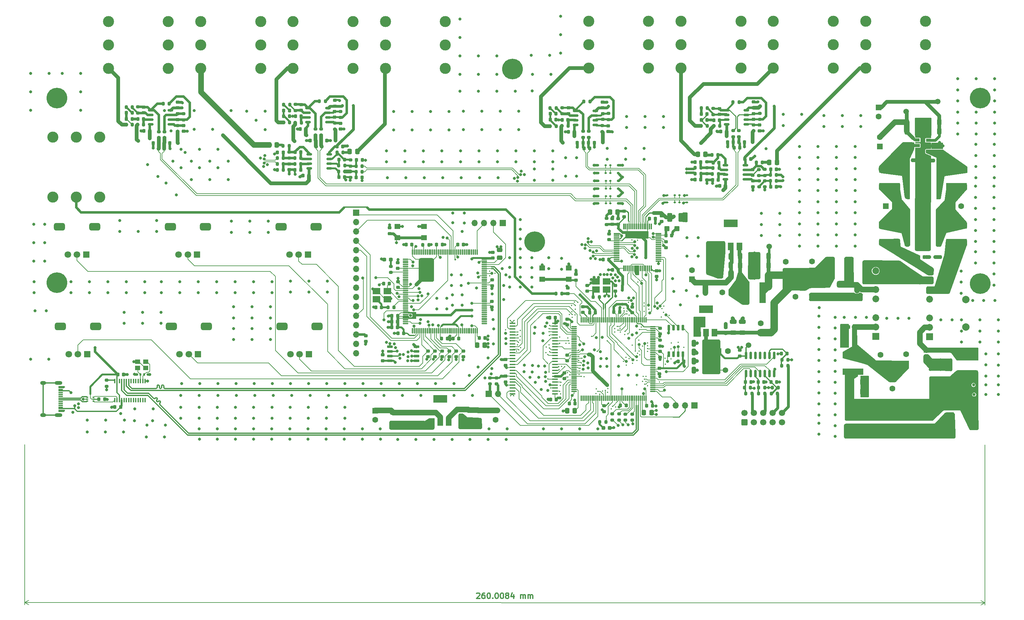
<source format=gtl>
G04 #@! TF.GenerationSoftware,KiCad,Pcbnew,7.0.2*
G04 #@! TF.CreationDate,2024-04-07T22:20:32+02:00*
G04 #@! TF.ProjectId,stm_audio_board_V3,73746d5f-6175-4646-996f-5f626f617264,rev?*
G04 #@! TF.SameCoordinates,PXae813e0PY6f86320*
G04 #@! TF.FileFunction,Copper,L1,Top*
G04 #@! TF.FilePolarity,Positive*
%FSLAX46Y46*%
G04 Gerber Fmt 4.6, Leading zero omitted, Abs format (unit mm)*
G04 Created by KiCad (PCBNEW 7.0.2) date 2024-04-07 22:20:32*
%MOMM*%
%LPD*%
G01*
G04 APERTURE LIST*
G04 Aperture macros list*
%AMRoundRect*
0 Rectangle with rounded corners*
0 $1 Rounding radius*
0 $2 $3 $4 $5 $6 $7 $8 $9 X,Y pos of 4 corners*
0 Add a 4 corners polygon primitive as box body*
4,1,4,$2,$3,$4,$5,$6,$7,$8,$9,$2,$3,0*
0 Add four circle primitives for the rounded corners*
1,1,$1+$1,$2,$3*
1,1,$1+$1,$4,$5*
1,1,$1+$1,$6,$7*
1,1,$1+$1,$8,$9*
0 Add four rect primitives between the rounded corners*
20,1,$1+$1,$2,$3,$4,$5,0*
20,1,$1+$1,$4,$5,$6,$7,0*
20,1,$1+$1,$6,$7,$8,$9,0*
20,1,$1+$1,$8,$9,$2,$3,0*%
%AMFreePoly0*
4,1,9,3.862500,-0.866500,0.737500,-0.866500,0.737500,-0.450000,-0.737500,-0.450000,-0.737500,0.450000,0.737500,0.450000,0.737500,0.866500,3.862500,0.866500,3.862500,-0.866500,3.862500,-0.866500,$1*%
G04 Aperture macros list end*
%ADD10C,0.300000*%
G04 #@! TA.AperFunction,NonConductor*
%ADD11C,0.300000*%
G04 #@! TD*
G04 #@! TA.AperFunction,NonConductor*
%ADD12C,0.200000*%
G04 #@! TD*
G04 #@! TA.AperFunction,ComponentPad*
%ADD13C,2.000000*%
G04 #@! TD*
G04 #@! TA.AperFunction,ComponentPad*
%ADD14R,2.000000X4.600000*%
G04 #@! TD*
G04 #@! TA.AperFunction,ComponentPad*
%ADD15O,2.000000X4.200000*%
G04 #@! TD*
G04 #@! TA.AperFunction,ComponentPad*
%ADD16O,4.200000X2.000000*%
G04 #@! TD*
G04 #@! TA.AperFunction,ComponentPad*
%ADD17R,1.700000X1.700000*%
G04 #@! TD*
G04 #@! TA.AperFunction,ComponentPad*
%ADD18O,1.700000X1.700000*%
G04 #@! TD*
G04 #@! TA.AperFunction,ComponentPad*
%ADD19R,1.600000X1.600000*%
G04 #@! TD*
G04 #@! TA.AperFunction,ComponentPad*
%ADD20C,1.600000*%
G04 #@! TD*
G04 #@! TA.AperFunction,ComponentPad*
%ADD21C,3.000000*%
G04 #@! TD*
G04 #@! TA.AperFunction,SMDPad,CuDef*
%ADD22RoundRect,0.225000X0.250000X-0.225000X0.250000X0.225000X-0.250000X0.225000X-0.250000X-0.225000X0*%
G04 #@! TD*
G04 #@! TA.AperFunction,SMDPad,CuDef*
%ADD23RoundRect,0.150000X-0.625000X-0.150000X0.625000X-0.150000X0.625000X0.150000X-0.625000X0.150000X0*%
G04 #@! TD*
G04 #@! TA.AperFunction,SMDPad,CuDef*
%ADD24RoundRect,0.225000X-0.225000X-0.250000X0.225000X-0.250000X0.225000X0.250000X-0.225000X0.250000X0*%
G04 #@! TD*
G04 #@! TA.AperFunction,SMDPad,CuDef*
%ADD25RoundRect,0.200000X-0.200000X-0.275000X0.200000X-0.275000X0.200000X0.275000X-0.200000X0.275000X0*%
G04 #@! TD*
G04 #@! TA.AperFunction,SMDPad,CuDef*
%ADD26RoundRect,0.225000X-0.250000X0.225000X-0.250000X-0.225000X0.250000X-0.225000X0.250000X0.225000X0*%
G04 #@! TD*
G04 #@! TA.AperFunction,SMDPad,CuDef*
%ADD27R,1.400000X1.200000*%
G04 #@! TD*
G04 #@! TA.AperFunction,SMDPad,CuDef*
%ADD28R,5.700000X1.700000*%
G04 #@! TD*
G04 #@! TA.AperFunction,SMDPad,CuDef*
%ADD29RoundRect,0.200000X0.275000X-0.200000X0.275000X0.200000X-0.275000X0.200000X-0.275000X-0.200000X0*%
G04 #@! TD*
G04 #@! TA.AperFunction,SMDPad,CuDef*
%ADD30RoundRect,0.225000X0.225000X0.250000X-0.225000X0.250000X-0.225000X-0.250000X0.225000X-0.250000X0*%
G04 #@! TD*
G04 #@! TA.AperFunction,SMDPad,CuDef*
%ADD31RoundRect,0.200000X0.200000X0.275000X-0.200000X0.275000X-0.200000X-0.275000X0.200000X-0.275000X0*%
G04 #@! TD*
G04 #@! TA.AperFunction,SMDPad,CuDef*
%ADD32C,1.500000*%
G04 #@! TD*
G04 #@! TA.AperFunction,SMDPad,CuDef*
%ADD33RoundRect,0.200000X-0.275000X0.200000X-0.275000X-0.200000X0.275000X-0.200000X0.275000X0.200000X0*%
G04 #@! TD*
G04 #@! TA.AperFunction,SMDPad,CuDef*
%ADD34RoundRect,0.250000X-0.650000X0.325000X-0.650000X-0.325000X0.650000X-0.325000X0.650000X0.325000X0*%
G04 #@! TD*
G04 #@! TA.AperFunction,SMDPad,CuDef*
%ADD35R,1.500000X0.400000*%
G04 #@! TD*
G04 #@! TA.AperFunction,SMDPad,CuDef*
%ADD36RoundRect,0.250000X-0.325000X-0.650000X0.325000X-0.650000X0.325000X0.650000X-0.325000X0.650000X0*%
G04 #@! TD*
G04 #@! TA.AperFunction,SMDPad,CuDef*
%ADD37RoundRect,0.250000X0.325000X0.650000X-0.325000X0.650000X-0.325000X-0.650000X0.325000X-0.650000X0*%
G04 #@! TD*
G04 #@! TA.AperFunction,SMDPad,CuDef*
%ADD38R,2.100000X1.725000*%
G04 #@! TD*
G04 #@! TA.AperFunction,SMDPad,CuDef*
%ADD39RoundRect,0.112500X-0.187500X-0.112500X0.187500X-0.112500X0.187500X0.112500X-0.187500X0.112500X0*%
G04 #@! TD*
G04 #@! TA.AperFunction,ComponentPad*
%ADD40R,1.850000X1.850000*%
G04 #@! TD*
G04 #@! TA.AperFunction,ComponentPad*
%ADD41C,1.850000*%
G04 #@! TD*
G04 #@! TA.AperFunction,SMDPad,CuDef*
%ADD42RoundRect,0.250000X0.650000X-0.325000X0.650000X0.325000X-0.650000X0.325000X-0.650000X-0.325000X0*%
G04 #@! TD*
G04 #@! TA.AperFunction,SMDPad,CuDef*
%ADD43RoundRect,0.250000X0.337500X0.475000X-0.337500X0.475000X-0.337500X-0.475000X0.337500X-0.475000X0*%
G04 #@! TD*
G04 #@! TA.AperFunction,ComponentPad*
%ADD44RoundRect,0.250000X0.600000X-0.600000X0.600000X0.600000X-0.600000X0.600000X-0.600000X-0.600000X0*%
G04 #@! TD*
G04 #@! TA.AperFunction,ComponentPad*
%ADD45C,1.700000*%
G04 #@! TD*
G04 #@! TA.AperFunction,SMDPad,CuDef*
%ADD46RoundRect,0.112500X0.187500X0.112500X-0.187500X0.112500X-0.187500X-0.112500X0.187500X-0.112500X0*%
G04 #@! TD*
G04 #@! TA.AperFunction,SMDPad,CuDef*
%ADD47R,1.700000X5.700000*%
G04 #@! TD*
G04 #@! TA.AperFunction,SMDPad,CuDef*
%ADD48RoundRect,0.250000X-0.337500X-0.475000X0.337500X-0.475000X0.337500X0.475000X-0.337500X0.475000X0*%
G04 #@! TD*
G04 #@! TA.AperFunction,SMDPad,CuDef*
%ADD49RoundRect,0.150000X0.650000X0.150000X-0.650000X0.150000X-0.650000X-0.150000X0.650000X-0.150000X0*%
G04 #@! TD*
G04 #@! TA.AperFunction,SMDPad,CuDef*
%ADD50RoundRect,0.150000X0.150000X-0.825000X0.150000X0.825000X-0.150000X0.825000X-0.150000X-0.825000X0*%
G04 #@! TD*
G04 #@! TA.AperFunction,SMDPad,CuDef*
%ADD51RoundRect,0.250000X0.475000X-0.337500X0.475000X0.337500X-0.475000X0.337500X-0.475000X-0.337500X0*%
G04 #@! TD*
G04 #@! TA.AperFunction,ComponentPad*
%ADD52C,5.600000*%
G04 #@! TD*
G04 #@! TA.AperFunction,SMDPad,CuDef*
%ADD53RoundRect,0.150000X-0.150000X0.650000X-0.150000X-0.650000X0.150000X-0.650000X0.150000X0.650000X0*%
G04 #@! TD*
G04 #@! TA.AperFunction,SMDPad,CuDef*
%ADD54RoundRect,0.075000X-0.662500X-0.075000X0.662500X-0.075000X0.662500X0.075000X-0.662500X0.075000X0*%
G04 #@! TD*
G04 #@! TA.AperFunction,SMDPad,CuDef*
%ADD55RoundRect,0.075000X-0.075000X-0.662500X0.075000X-0.662500X0.075000X0.662500X-0.075000X0.662500X0*%
G04 #@! TD*
G04 #@! TA.AperFunction,SMDPad,CuDef*
%ADD56RoundRect,0.250000X-0.412500X-0.925000X0.412500X-0.925000X0.412500X0.925000X-0.412500X0.925000X0*%
G04 #@! TD*
G04 #@! TA.AperFunction,SMDPad,CuDef*
%ADD57R,1.300000X0.900000*%
G04 #@! TD*
G04 #@! TA.AperFunction,SMDPad,CuDef*
%ADD58FreePoly0,0.000000*%
G04 #@! TD*
G04 #@! TA.AperFunction,SMDPad,CuDef*
%ADD59RoundRect,0.237500X0.287500X0.237500X-0.287500X0.237500X-0.287500X-0.237500X0.287500X-0.237500X0*%
G04 #@! TD*
G04 #@! TA.AperFunction,SMDPad,CuDef*
%ADD60FreePoly0,180.000000*%
G04 #@! TD*
G04 #@! TA.AperFunction,SMDPad,CuDef*
%ADD61RoundRect,0.237500X-0.287500X-0.237500X0.287500X-0.237500X0.287500X0.237500X-0.287500X0.237500X0*%
G04 #@! TD*
G04 #@! TA.AperFunction,SMDPad,CuDef*
%ADD62R,1.600000X1.400000*%
G04 #@! TD*
G04 #@! TA.AperFunction,SMDPad,CuDef*
%ADD63R,0.500000X0.375000*%
G04 #@! TD*
G04 #@! TA.AperFunction,SMDPad,CuDef*
%ADD64R,0.650000X0.300000*%
G04 #@! TD*
G04 #@! TA.AperFunction,SMDPad,CuDef*
%ADD65RoundRect,0.075000X-0.700000X-0.075000X0.700000X-0.075000X0.700000X0.075000X-0.700000X0.075000X0*%
G04 #@! TD*
G04 #@! TA.AperFunction,SMDPad,CuDef*
%ADD66RoundRect,0.075000X-0.075000X-0.700000X0.075000X-0.700000X0.075000X0.700000X-0.075000X0.700000X0*%
G04 #@! TD*
G04 #@! TA.AperFunction,SMDPad,CuDef*
%ADD67RoundRect,0.140000X0.140000X0.170000X-0.140000X0.170000X-0.140000X-0.170000X0.140000X-0.170000X0*%
G04 #@! TD*
G04 #@! TA.AperFunction,SMDPad,CuDef*
%ADD68R,3.800000X2.000000*%
G04 #@! TD*
G04 #@! TA.AperFunction,SMDPad,CuDef*
%ADD69R,1.500000X2.000000*%
G04 #@! TD*
G04 #@! TA.AperFunction,ComponentPad*
%ADD70O,1.600000X1.000000*%
G04 #@! TD*
G04 #@! TA.AperFunction,ComponentPad*
%ADD71O,2.100000X1.000000*%
G04 #@! TD*
G04 #@! TA.AperFunction,SMDPad,CuDef*
%ADD72R,1.150000X0.300000*%
G04 #@! TD*
G04 #@! TA.AperFunction,SMDPad,CuDef*
%ADD73RoundRect,0.075000X-0.075000X0.662500X-0.075000X-0.662500X0.075000X-0.662500X0.075000X0.662500X0*%
G04 #@! TD*
G04 #@! TA.AperFunction,SMDPad,CuDef*
%ADD74RoundRect,0.075000X-0.662500X0.075000X-0.662500X-0.075000X0.662500X-0.075000X0.662500X0.075000X0*%
G04 #@! TD*
G04 #@! TA.AperFunction,SMDPad,CuDef*
%ADD75R,0.400000X1.200000*%
G04 #@! TD*
G04 #@! TA.AperFunction,SMDPad,CuDef*
%ADD76RoundRect,0.250000X-0.450000X-0.425000X0.450000X-0.425000X0.450000X0.425000X-0.450000X0.425000X0*%
G04 #@! TD*
G04 #@! TA.AperFunction,ComponentPad*
%ADD77RoundRect,0.500000X1.000000X-0.500000X1.000000X0.500000X-1.000000X0.500000X-1.000000X-0.500000X0*%
G04 #@! TD*
G04 #@! TA.AperFunction,ComponentPad*
%ADD78C,1.800000*%
G04 #@! TD*
G04 #@! TA.AperFunction,ComponentPad*
%ADD79R,1.800000X1.800000*%
G04 #@! TD*
G04 #@! TA.AperFunction,ViaPad*
%ADD80C,0.350000*%
G04 #@! TD*
G04 #@! TA.AperFunction,ViaPad*
%ADD81C,0.800000*%
G04 #@! TD*
G04 #@! TA.AperFunction,ViaPad*
%ADD82C,0.500000*%
G04 #@! TD*
G04 #@! TA.AperFunction,ViaPad*
%ADD83C,0.200000*%
G04 #@! TD*
G04 #@! TA.AperFunction,Conductor*
%ADD84C,1.016000*%
G04 #@! TD*
G04 #@! TA.AperFunction,Conductor*
%ADD85C,0.200000*%
G04 #@! TD*
G04 #@! TA.AperFunction,Conductor*
%ADD86C,0.635000*%
G04 #@! TD*
G04 #@! TA.AperFunction,Conductor*
%ADD87C,0.127000*%
G04 #@! TD*
G04 #@! TA.AperFunction,Conductor*
%ADD88C,0.508000*%
G04 #@! TD*
G04 #@! TA.AperFunction,Conductor*
%ADD89C,0.304800*%
G04 #@! TD*
G04 #@! TA.AperFunction,Conductor*
%ADD90C,0.762000*%
G04 #@! TD*
G04 #@! TA.AperFunction,Conductor*
%ADD91C,0.250000*%
G04 #@! TD*
G04 #@! TA.AperFunction,Conductor*
%ADD92C,1.524000*%
G04 #@! TD*
G04 #@! TA.AperFunction,Conductor*
%ADD93C,2.032000*%
G04 #@! TD*
G04 #@! TA.AperFunction,Conductor*
%ADD94C,0.314960*%
G04 #@! TD*
G04 APERTURE END LIST*
D10*
D11*
X-20838492Y-71853365D02*
X-20767049Y-71781951D01*
X-20767049Y-71781951D02*
X-20624178Y-71710551D01*
X-20624178Y-71710551D02*
X-20267035Y-71710623D01*
X-20267035Y-71710623D02*
X-20124192Y-71782080D01*
X-20124192Y-71782080D02*
X-20052778Y-71853523D01*
X-20052778Y-71853523D02*
X-19981378Y-71996395D01*
X-19981378Y-71996395D02*
X-19981407Y-72139252D01*
X-19981407Y-72139252D02*
X-20052879Y-72353523D01*
X-20052879Y-72353523D02*
X-20910194Y-73210493D01*
X-20910194Y-73210493D02*
X-19981623Y-73210681D01*
X-18695607Y-71710940D02*
X-18981321Y-71710882D01*
X-18981321Y-71710882D02*
X-19124193Y-71782282D01*
X-19124193Y-71782282D02*
X-19195636Y-71853696D01*
X-19195636Y-71853696D02*
X-19338536Y-72067953D01*
X-19338536Y-72067953D02*
X-19410022Y-72353653D01*
X-19410022Y-72353653D02*
X-19410137Y-72925081D01*
X-19410137Y-72925081D02*
X-19338738Y-73067953D01*
X-19338738Y-73067953D02*
X-19267323Y-73139396D01*
X-19267323Y-73139396D02*
X-19124481Y-73210853D01*
X-19124481Y-73210853D02*
X-18838766Y-73210911D01*
X-18838766Y-73210911D02*
X-18695895Y-73139511D01*
X-18695895Y-73139511D02*
X-18624452Y-73068097D01*
X-18624452Y-73068097D02*
X-18552995Y-72925254D01*
X-18552995Y-72925254D02*
X-18552923Y-72568111D01*
X-18552923Y-72568111D02*
X-18624322Y-72425240D01*
X-18624322Y-72425240D02*
X-18695736Y-72353797D01*
X-18695736Y-72353797D02*
X-18838579Y-72282339D01*
X-18838579Y-72282339D02*
X-19124294Y-72282282D01*
X-19124294Y-72282282D02*
X-19267165Y-72353682D01*
X-19267165Y-72353682D02*
X-19338608Y-72425096D01*
X-19338608Y-72425096D02*
X-19410065Y-72567939D01*
X-17624179Y-71711156D02*
X-17481322Y-71711184D01*
X-17481322Y-71711184D02*
X-17338479Y-71782642D01*
X-17338479Y-71782642D02*
X-17267065Y-71854085D01*
X-17267065Y-71854085D02*
X-17195665Y-71996956D01*
X-17195665Y-71996956D02*
X-17124294Y-72282685D01*
X-17124294Y-72282685D02*
X-17124366Y-72639828D01*
X-17124366Y-72639828D02*
X-17195852Y-72925528D01*
X-17195852Y-72925528D02*
X-17267309Y-73068370D01*
X-17267309Y-73068370D02*
X-17338752Y-73139785D01*
X-17338752Y-73139785D02*
X-17481624Y-73211184D01*
X-17481624Y-73211184D02*
X-17624481Y-73211156D01*
X-17624481Y-73211156D02*
X-17767324Y-73139698D01*
X-17767324Y-73139698D02*
X-17838738Y-73068255D01*
X-17838738Y-73068255D02*
X-17910138Y-72925384D01*
X-17910138Y-72925384D02*
X-17981509Y-72639655D01*
X-17981509Y-72639655D02*
X-17981437Y-72282512D01*
X-17981437Y-72282512D02*
X-17909951Y-71996812D01*
X-17909951Y-71996812D02*
X-17838493Y-71853970D01*
X-17838493Y-71853970D02*
X-17767050Y-71782555D01*
X-17767050Y-71782555D02*
X-17624179Y-71711156D01*
X-16481596Y-73068529D02*
X-16410181Y-73139972D01*
X-16410181Y-73139972D02*
X-16481624Y-73211386D01*
X-16481624Y-73211386D02*
X-16553039Y-73139943D01*
X-16553039Y-73139943D02*
X-16481596Y-73068529D01*
X-16481596Y-73068529D02*
X-16481624Y-73211386D01*
X-15481322Y-71711587D02*
X-15338465Y-71711616D01*
X-15338465Y-71711616D02*
X-15195622Y-71783074D01*
X-15195622Y-71783074D02*
X-15124208Y-71854517D01*
X-15124208Y-71854517D02*
X-15052808Y-71997388D01*
X-15052808Y-71997388D02*
X-14981437Y-72283117D01*
X-14981437Y-72283117D02*
X-14981509Y-72640260D01*
X-14981509Y-72640260D02*
X-15052995Y-72925960D01*
X-15052995Y-72925960D02*
X-15124453Y-73068802D01*
X-15124453Y-73068802D02*
X-15195895Y-73140216D01*
X-15195895Y-73140216D02*
X-15338767Y-73211616D01*
X-15338767Y-73211616D02*
X-15481624Y-73211587D01*
X-15481624Y-73211587D02*
X-15624467Y-73140130D01*
X-15624467Y-73140130D02*
X-15695881Y-73068687D01*
X-15695881Y-73068687D02*
X-15767281Y-72925816D01*
X-15767281Y-72925816D02*
X-15838652Y-72640087D01*
X-15838652Y-72640087D02*
X-15838580Y-72282944D01*
X-15838580Y-72282944D02*
X-15767094Y-71997244D01*
X-15767094Y-71997244D02*
X-15695636Y-71854401D01*
X-15695636Y-71854401D02*
X-15624193Y-71782987D01*
X-15624193Y-71782987D02*
X-15481322Y-71711587D01*
X-14052751Y-71711875D02*
X-13909894Y-71711904D01*
X-13909894Y-71711904D02*
X-13767051Y-71783361D01*
X-13767051Y-71783361D02*
X-13695637Y-71854804D01*
X-13695637Y-71854804D02*
X-13624237Y-71997676D01*
X-13624237Y-71997676D02*
X-13552866Y-72283405D01*
X-13552866Y-72283405D02*
X-13552938Y-72640548D01*
X-13552938Y-72640548D02*
X-13624424Y-72926247D01*
X-13624424Y-72926247D02*
X-13695882Y-73069090D01*
X-13695882Y-73069090D02*
X-13767325Y-73140504D01*
X-13767325Y-73140504D02*
X-13910196Y-73211904D01*
X-13910196Y-73211904D02*
X-14053053Y-73211875D01*
X-14053053Y-73211875D02*
X-14195896Y-73140418D01*
X-14195896Y-73140418D02*
X-14267310Y-73068975D01*
X-14267310Y-73068975D02*
X-14338710Y-72926103D01*
X-14338710Y-72926103D02*
X-14410081Y-72640375D01*
X-14410081Y-72640375D02*
X-14410009Y-72283232D01*
X-14410009Y-72283232D02*
X-14338523Y-71997532D01*
X-14338523Y-71997532D02*
X-14267065Y-71854689D01*
X-14267065Y-71854689D02*
X-14195622Y-71783275D01*
X-14195622Y-71783275D02*
X-14052751Y-71711875D01*
X-12695738Y-72355006D02*
X-12838581Y-72283549D01*
X-12838581Y-72283549D02*
X-12909995Y-72212106D01*
X-12909995Y-72212106D02*
X-12981395Y-72069234D01*
X-12981395Y-72069234D02*
X-12981380Y-71997806D01*
X-12981380Y-71997806D02*
X-12909923Y-71854963D01*
X-12909923Y-71854963D02*
X-12838480Y-71783549D01*
X-12838480Y-71783549D02*
X-12695608Y-71712149D01*
X-12695608Y-71712149D02*
X-12409894Y-71712206D01*
X-12409894Y-71712206D02*
X-12267051Y-71783664D01*
X-12267051Y-71783664D02*
X-12195637Y-71855107D01*
X-12195637Y-71855107D02*
X-12124238Y-71997978D01*
X-12124238Y-71997978D02*
X-12124252Y-72069407D01*
X-12124252Y-72069407D02*
X-12195709Y-72212250D01*
X-12195709Y-72212250D02*
X-12267152Y-72283664D01*
X-12267152Y-72283664D02*
X-12410024Y-72355064D01*
X-12410024Y-72355064D02*
X-12695738Y-72355006D01*
X-12695738Y-72355006D02*
X-12838610Y-72426406D01*
X-12838610Y-72426406D02*
X-12910053Y-72497820D01*
X-12910053Y-72497820D02*
X-12981510Y-72640663D01*
X-12981510Y-72640663D02*
X-12981567Y-72926377D01*
X-12981567Y-72926377D02*
X-12910168Y-73069248D01*
X-12910168Y-73069248D02*
X-12838754Y-73140691D01*
X-12838754Y-73140691D02*
X-12695911Y-73212149D01*
X-12695911Y-73212149D02*
X-12410197Y-73212206D01*
X-12410197Y-73212206D02*
X-12267325Y-73140807D01*
X-12267325Y-73140807D02*
X-12195882Y-73069392D01*
X-12195882Y-73069392D02*
X-12124425Y-72926550D01*
X-12124425Y-72926550D02*
X-12124367Y-72640835D01*
X-12124367Y-72640835D02*
X-12195767Y-72497964D01*
X-12195767Y-72497964D02*
X-12267181Y-72426521D01*
X-12267181Y-72426521D02*
X-12410024Y-72355064D01*
X-10838567Y-72212523D02*
X-10838768Y-73212523D01*
X-11195595Y-71641023D02*
X-11552953Y-72712379D01*
X-11552953Y-72712379D02*
X-10624382Y-72712566D01*
X-8910198Y-73212912D02*
X-8909996Y-72212912D01*
X-8910025Y-72355769D02*
X-8838582Y-72284355D01*
X-8838582Y-72284355D02*
X-8695710Y-72212955D01*
X-8695710Y-72212955D02*
X-8481425Y-72212998D01*
X-8481425Y-72212998D02*
X-8338582Y-72284456D01*
X-8338582Y-72284456D02*
X-8267182Y-72427327D01*
X-8267182Y-72427327D02*
X-8267340Y-73213041D01*
X-8267182Y-72427327D02*
X-8195725Y-72284484D01*
X-8195725Y-72284484D02*
X-8052853Y-72213085D01*
X-8052853Y-72213085D02*
X-7838567Y-72213128D01*
X-7838567Y-72213128D02*
X-7695725Y-72284585D01*
X-7695725Y-72284585D02*
X-7624325Y-72427457D01*
X-7624325Y-72427457D02*
X-7624483Y-73213171D01*
X-6910198Y-73213315D02*
X-6909996Y-72213315D01*
X-6910025Y-72356172D02*
X-6838582Y-72284758D01*
X-6838582Y-72284758D02*
X-6695710Y-72213358D01*
X-6695710Y-72213358D02*
X-6481425Y-72213401D01*
X-6481425Y-72213401D02*
X-6338582Y-72284859D01*
X-6338582Y-72284859D02*
X-6267182Y-72427730D01*
X-6267182Y-72427730D02*
X-6267340Y-73213444D01*
X-6267182Y-72427730D02*
X-6195725Y-72284887D01*
X-6195725Y-72284887D02*
X-6052853Y-72213488D01*
X-6052853Y-72213488D02*
X-5838568Y-72213531D01*
X-5838568Y-72213531D02*
X-5695725Y-72284988D01*
X-5695725Y-72284988D02*
X-5624325Y-72427860D01*
X-5624325Y-72427860D02*
X-5624483Y-73213574D01*
D12*
X116816699Y-31509200D02*
X116807948Y-74930740D01*
X-143191701Y-31456800D02*
X-143200452Y-74878340D01*
X116808067Y-74344320D02*
X-143200333Y-74291920D01*
X116808067Y-74344320D02*
X-143200333Y-74291920D01*
X116808067Y-74344320D02*
X115681445Y-74930514D01*
X116808067Y-74344320D02*
X115681681Y-73757672D01*
X-143200333Y-74291920D02*
X-142073711Y-73705726D01*
X-143200333Y-74291920D02*
X-142073947Y-74878568D01*
D13*
X111663400Y374600D03*
X111663400Y7874600D03*
D14*
X107285400Y-25045400D03*
D15*
X113585400Y-25045400D03*
D16*
X110185400Y-20245400D03*
D17*
X-17580600Y-17725400D03*
D18*
X-15040600Y-17725400D03*
D19*
X-48266841Y-22283800D03*
D20*
X-48266841Y-24783800D03*
D19*
X-15739600Y-22244041D03*
D20*
X-15739600Y-24744041D03*
D19*
X44658041Y-6108400D03*
D20*
X47158041Y-6108400D03*
D19*
X87094567Y-24075600D03*
D20*
X87094567Y-26575600D03*
D19*
X65505400Y11064559D03*
D20*
X65505400Y8564559D03*
D19*
X69966959Y15697600D03*
D20*
X69966959Y18197600D03*
D19*
X62852200Y15559959D03*
D20*
X62852200Y18059959D03*
D19*
X89942559Y33175282D03*
D20*
X92442559Y33175282D03*
D19*
X107851600Y33136841D03*
D20*
X110351600Y33136841D03*
D19*
X91764070Y-13830400D03*
D20*
X91764070Y-16330400D03*
D19*
X95475400Y-9510800D03*
D20*
X95475400Y-7010800D03*
D19*
X101511359Y-24075600D03*
D20*
X101511359Y-26575600D03*
D19*
X56063359Y-1099160D03*
D20*
X56063359Y1400840D03*
D19*
X88479400Y-9685135D03*
D20*
X88479400Y-7185135D03*
D19*
X94302962Y-24075600D03*
D20*
X94302962Y-26575600D03*
D19*
X37444687Y13301920D03*
D20*
X37444687Y15801920D03*
D19*
X88041600Y59942041D03*
D20*
X88041600Y57442041D03*
D19*
X88337759Y49351000D03*
D20*
X88337759Y51851000D03*
D19*
X48186800Y9806159D03*
D20*
X45686800Y9806159D03*
D19*
X79886172Y-24075600D03*
D20*
X79886172Y-26575600D03*
D21*
X25734650Y70608200D03*
X9504650Y70608200D03*
X25734650Y83308200D03*
X9504650Y83308200D03*
X25734650Y76958200D03*
X9504650Y76958200D03*
X-120548600Y76876600D03*
X-104318600Y76876600D03*
X-120548600Y83226600D03*
X-104318600Y83226600D03*
X-120548600Y70526600D03*
X-104318600Y70526600D03*
X100734650Y70608200D03*
X84504650Y70608200D03*
X100734650Y83308200D03*
X84504650Y83308200D03*
X100734650Y76958200D03*
X84504650Y76958200D03*
X75734650Y70608200D03*
X59504650Y70608200D03*
X75734650Y83308200D03*
X59504650Y83308200D03*
X75734650Y76958200D03*
X59504650Y76958200D03*
X50734650Y70608200D03*
X34504650Y70608200D03*
X50734650Y83308200D03*
X34504650Y83308200D03*
X50734650Y76958200D03*
X34504650Y76958200D03*
X-45548600Y76876600D03*
X-29318600Y76876600D03*
X-45548600Y83226600D03*
X-29318600Y83226600D03*
X-45548600Y70526600D03*
X-29318600Y70526600D03*
X-70548600Y76876600D03*
X-54318600Y76876600D03*
X-70548600Y83226600D03*
X-54318600Y83226600D03*
X-70548600Y70526600D03*
X-54318600Y70526600D03*
X-95548600Y76876600D03*
X-79318600Y76876600D03*
X-95548600Y83226600D03*
X-79318600Y83226600D03*
X-95548600Y70526600D03*
X-79318600Y70526600D03*
X-122934155Y51819714D03*
X-122934155Y35589714D03*
X-135634155Y51819714D03*
X-135634155Y35589714D03*
X-129284155Y51819714D03*
X-129284155Y35589714D03*
D22*
X16744200Y10128400D03*
X16744200Y11678400D03*
D23*
X5968400Y59012600D03*
X5968400Y57742600D03*
X5968400Y56472600D03*
X5968400Y55202600D03*
X11318400Y55202600D03*
X11318400Y56472600D03*
X11318400Y57742600D03*
X11318400Y59012600D03*
D24*
X-68662800Y54072000D03*
X-67112800Y54072000D03*
X-58146000Y45731000D03*
X-56596000Y45731000D03*
D25*
X42850800Y47049200D03*
X44500800Y47049200D03*
D26*
X14793400Y54912600D03*
X14793400Y53362600D03*
D24*
X-117989600Y-12522200D03*
X-116439600Y-12522200D03*
D27*
X-112654600Y-10696600D03*
X-110454600Y-10696600D03*
X-110454600Y-8996600D03*
X-112654600Y-8996600D03*
D26*
X-16699400Y7356800D03*
X-16699400Y5806800D03*
D23*
X46886800Y59173800D03*
X46886800Y57903800D03*
X46886800Y56633800D03*
X46886800Y55363800D03*
X52236800Y55363800D03*
X52236800Y56633800D03*
X52236800Y57903800D03*
X52236800Y59173800D03*
D24*
X-58629800Y49308400D03*
X-57079800Y49308400D03*
D28*
X109103800Y38554800D03*
X109103800Y43054800D03*
D24*
X45281600Y53377000D03*
X46831600Y53377000D03*
D26*
X-26349240Y-6109200D03*
X-26349240Y-7659200D03*
D29*
X-71613000Y46164000D03*
X-71613000Y47814000D03*
D25*
X-74815000Y46163600D03*
X-73165000Y46163600D03*
D26*
X-13002200Y-12940000D03*
X-13002200Y-14490000D03*
D30*
X35248200Y-8920400D03*
X33698200Y-8920400D03*
D31*
X-51846000Y42481000D03*
X-53496000Y42481000D03*
D32*
X58382000Y22266000D03*
D31*
X-68294200Y55798400D03*
X-69944200Y55798400D03*
D33*
X14871200Y58287200D03*
X14871200Y56637200D03*
D26*
X30468400Y23481600D03*
X30468400Y21931600D03*
D34*
X-23031600Y-22083400D03*
X-23031600Y-25033400D03*
D35*
X394000Y-17758400D03*
X394000Y-16958400D03*
X394000Y-16158400D03*
X394000Y-15358400D03*
X394000Y-14558400D03*
X394000Y-13758400D03*
X394000Y-12958400D03*
X394000Y-12158400D03*
X394000Y-11358400D03*
X394000Y-10558400D03*
X394000Y-9758400D03*
X394000Y-8958400D03*
X394000Y-8158400D03*
X394000Y-7358400D03*
X394000Y-6558400D03*
X394000Y-5758400D03*
X394000Y-4958400D03*
X394000Y-4158400D03*
X394000Y-3358400D03*
X394000Y-2558400D03*
X394000Y-1758400D03*
X394000Y-958400D03*
X394000Y-158400D03*
X394000Y641600D03*
X394000Y1441600D03*
X-11106000Y1441600D03*
X-11106000Y641600D03*
X-11106000Y-158400D03*
X-11106000Y-958400D03*
X-11106000Y-1758400D03*
X-11106000Y-2558400D03*
X-11106000Y-3358400D03*
X-11106000Y-4158400D03*
X-11106000Y-4958400D03*
X-11106000Y-5758400D03*
X-11106000Y-6558400D03*
X-11106000Y-7358400D03*
X-11106000Y-8158400D03*
X-11106000Y-8958400D03*
X-11106000Y-9758400D03*
X-11106000Y-10558400D03*
X-11106000Y-11358400D03*
X-11106000Y-12158400D03*
X-11106000Y-12958400D03*
X-11106000Y-13758400D03*
X-11106000Y-14558400D03*
X-11106000Y-15358400D03*
X-11106000Y-16158400D03*
X-11106000Y-16958400D03*
X-11106000Y-17758400D03*
D34*
X71117400Y11824600D03*
X71117400Y8874600D03*
D24*
X-46037400Y12146000D03*
X-44487400Y12146000D03*
D31*
X3914400Y54913000D03*
X2264400Y54913000D03*
X-68437200Y44539000D03*
X-70087200Y44539000D03*
D36*
X50473400Y17021600D03*
X53423400Y17021600D03*
D31*
X711200Y59739200D03*
X-938800Y59739200D03*
D33*
X2311600Y59838000D03*
X2311600Y58188000D03*
D26*
X-24429000Y-6109200D03*
X-24429000Y-7659200D03*
D31*
X50227600Y61345000D03*
X48577600Y61345000D03*
D36*
X95802156Y43443270D03*
X98752156Y43443270D03*
D22*
X44876400Y58020000D03*
X44876400Y59570000D03*
D29*
X55577400Y41419400D03*
X55577400Y43069400D03*
D24*
X50127600Y50505000D03*
X51677600Y50505000D03*
D37*
X58243400Y17021600D03*
X55293400Y17021600D03*
D22*
X6085000Y13122000D03*
X6085000Y14672000D03*
D30*
X3864400Y56544600D03*
X2314400Y56544600D03*
D24*
X-53446000Y40941000D03*
X-51896000Y40941000D03*
D37*
X104262400Y43402064D03*
X101312400Y43402064D03*
D36*
X80667600Y-17129000D03*
X83617600Y-17129000D03*
D33*
X21272800Y-23195600D03*
X21272800Y-24845600D03*
D30*
X31950000Y25165000D03*
X30400000Y25165000D03*
D25*
X38273800Y41933868D03*
X39923800Y41933868D03*
D38*
X14334200Y12750900D03*
X11434200Y12750900D03*
X11434200Y10575900D03*
X14334200Y10575900D03*
D30*
X-38366400Y22751400D03*
X-39916400Y22751400D03*
D29*
X57227400Y38368600D03*
X57227400Y40018600D03*
D22*
X3981000Y58238000D03*
X3981000Y59788000D03*
D37*
X104262400Y40930258D03*
X101312400Y40930258D03*
D39*
X34046400Y36123600D03*
X36146400Y36123600D03*
D31*
X-43193600Y5691800D03*
X-44843600Y5691800D03*
D33*
X54152600Y55170000D03*
X54152600Y53520000D03*
D29*
X50152600Y51970000D03*
X50152600Y53620000D03*
D40*
X101841221Y-2271800D03*
D41*
X101841221Y268200D03*
X101841221Y2808200D03*
X101841221Y7888200D03*
X101841221Y10428200D03*
X101841221Y12968200D03*
X101841221Y15508200D03*
D30*
X-114108400Y56810800D03*
X-115658400Y56810800D03*
D26*
X-57713800Y55591600D03*
X-57713800Y54041600D03*
D31*
X2263400Y9406600D03*
X613400Y9406600D03*
D37*
X40893400Y-11258400D03*
X37943400Y-11258400D03*
X104262400Y31011814D03*
X101312400Y31011814D03*
D24*
X9468400Y50327600D03*
X11018400Y50327600D03*
D31*
X53336200Y-16045800D03*
X51686200Y-16045800D03*
D30*
X-114108400Y58460800D03*
X-115658400Y58460800D03*
X9768400Y48807600D03*
X8218400Y48807600D03*
D29*
X-54971000Y40906000D03*
X-54971000Y42556000D03*
D24*
X-123118400Y-19150800D03*
X-121568400Y-19150800D03*
D32*
X95452200Y58776600D03*
D22*
X17467750Y28218400D03*
X17467750Y29768400D03*
X-101803400Y56627000D03*
X-101803400Y58177000D03*
D28*
X90979600Y38548918D03*
X90979600Y43048918D03*
D26*
X-34030200Y-6109200D03*
X-34030200Y-7659200D03*
D42*
X42443400Y12441600D03*
X42443400Y15391600D03*
D25*
X-115708400Y55210800D03*
X-114058400Y55210800D03*
D29*
X41497200Y43525000D03*
X41497200Y45175000D03*
D26*
X-32109960Y-6109200D03*
X-32109960Y-7659200D03*
D29*
X-62943800Y52391600D03*
X-62943800Y54041600D03*
D33*
X19447266Y-23195600D03*
X19447266Y-24845600D03*
D32*
X52773400Y-4518400D03*
D36*
X95802156Y38499660D03*
X98752156Y38499660D03*
D31*
X-51846000Y44021000D03*
X-53496000Y44021000D03*
D23*
X-66137200Y47164000D03*
X-66137200Y45894000D03*
X-66137200Y44624000D03*
X-66137200Y43354000D03*
X-60787200Y43354000D03*
X-60787200Y44624000D03*
X-60787200Y45894000D03*
X-60787200Y47164000D03*
D30*
X-111008400Y56810800D03*
X-112558400Y56810800D03*
D39*
X30744400Y36127200D03*
X32844400Y36127200D03*
D37*
X47983400Y17121600D03*
X45033400Y17121600D03*
D22*
X-59283800Y57241600D03*
X-59283800Y58791600D03*
D36*
X95616400Y55936400D03*
X98566400Y55936400D03*
D43*
X41143300Y47219200D03*
X39068300Y47219200D03*
D44*
X51726000Y-25409800D03*
D45*
X51726000Y-22869800D03*
X54266000Y-25409800D03*
X54266000Y-22869800D03*
X56806000Y-25409800D03*
X56806000Y-22869800D03*
X59346000Y-25409800D03*
X59346000Y-22869800D03*
X61886000Y-25409800D03*
X61886000Y-22869800D03*
D30*
X50427600Y48995000D03*
X48877600Y48995000D03*
X738400Y-19244200D03*
X-811600Y-19244200D03*
D22*
X-16487800Y19074000D03*
X-16487800Y20624000D03*
D46*
X14168400Y37896000D03*
X12068400Y37896000D03*
D36*
X95802156Y28367943D03*
X98752156Y28367943D03*
X80667600Y-14529000D03*
X83617600Y-14529000D03*
D22*
X46636000Y-1267600D03*
X46636000Y282400D03*
D25*
X38273800Y43527734D03*
X39923800Y43527734D03*
D37*
X40918400Y-8858400D03*
X37968400Y-8858400D03*
D25*
X-58196000Y42531000D03*
X-56546000Y42531000D03*
D26*
X9134200Y11678400D03*
X9134200Y10128400D03*
D32*
X41137354Y9637240D03*
D46*
X14161200Y39982200D03*
X12061200Y39982200D03*
D33*
X28826800Y-3159800D03*
X28826800Y-4809800D03*
D29*
X7993400Y51812600D03*
X7993400Y53462600D03*
D36*
X95802156Y23080200D03*
X98752156Y23080200D03*
D34*
X-38456600Y-22833400D03*
X-38456600Y-25783400D03*
X-35931600Y-22833400D03*
X-35931600Y-25783400D03*
D25*
X-35394000Y22675400D03*
X-33744000Y22675400D03*
D30*
X655000Y58189200D03*
X-895000Y58189200D03*
D36*
X50473400Y19621600D03*
X53423400Y19621600D03*
D22*
X-111023400Y58435800D03*
X-111023400Y59985800D03*
D30*
X661200Y56599200D03*
X-888800Y56599200D03*
X11323600Y4301600D03*
X9773600Y4301600D03*
D36*
X95802156Y40971465D03*
X98752156Y40971465D03*
D33*
X55677400Y40018600D03*
X55677400Y38368600D03*
D37*
X47974400Y19536600D03*
X45024400Y19536600D03*
D47*
X56595246Y9686760D03*
X52095246Y9686760D03*
D33*
X14334800Y29843600D03*
X14334800Y28193600D03*
D26*
X55752600Y55130000D03*
X55752600Y53580000D03*
D28*
X112083000Y-12230000D03*
X112083000Y-7730000D03*
D25*
X-70087200Y46189000D03*
X-68437200Y46189000D03*
D33*
X-100233400Y58177000D03*
X-100233400Y56527000D03*
D24*
X47127600Y50515000D03*
X48677600Y50515000D03*
D29*
X41525800Y40274200D03*
X41525800Y41924200D03*
D25*
X59204000Y-16050400D03*
X60854000Y-16050400D03*
D32*
X46559200Y-11269200D03*
D31*
X-61798200Y61595000D03*
X-63448200Y61595000D03*
X-114058400Y60010800D03*
X-115708400Y60010800D03*
D23*
X-66468800Y59761600D03*
X-66468800Y58491600D03*
X-66468800Y57221600D03*
X-66468800Y55951600D03*
X-61118800Y55951600D03*
X-61118800Y57221600D03*
X-61118800Y58491600D03*
X-61118800Y59761600D03*
D48*
X-55228500Y47951000D03*
X-53153500Y47951000D03*
D49*
X-37089400Y-8752400D03*
X-37089400Y-7482400D03*
X-37089400Y-6212400D03*
X-37089400Y-4942400D03*
X-44289400Y-4942400D03*
X-44289400Y-6212400D03*
X-44289400Y-7482400D03*
X-44289400Y-8752400D03*
D34*
X80067400Y11824600D03*
X80067400Y8874600D03*
D33*
X-59243800Y55641600D03*
X-59243800Y53991600D03*
D24*
X-67839200Y41420600D03*
X-66289200Y41420600D03*
D34*
X77617400Y11824600D03*
X77617400Y8874600D03*
D22*
X3848400Y9421600D03*
X3848400Y10971600D03*
D24*
X-108458400Y50262000D03*
X-106908400Y50262000D03*
D30*
X39873800Y40340000D03*
X38323800Y40340000D03*
D31*
X60352400Y41594400D03*
X58702400Y41594400D03*
D30*
X14968400Y18706600D03*
X13418400Y18706600D03*
D23*
X-109110000Y59157800D03*
X-109110000Y57887800D03*
X-109110000Y56617800D03*
X-109110000Y55347800D03*
X-103760000Y55347800D03*
X-103760000Y56617800D03*
X-103760000Y57887800D03*
X-103760000Y59157800D03*
D31*
X63463200Y-8527200D03*
X61813200Y-8527200D03*
X53692200Y-17618200D03*
X52042200Y-17618200D03*
D24*
X58865400Y-14516800D03*
X60415400Y-14516800D03*
D25*
X-73145800Y55850000D03*
X-71495800Y55850000D03*
D50*
X52068600Y-12268600D03*
X53338600Y-12268600D03*
X54608600Y-12268600D03*
X55878600Y-12268600D03*
X57148600Y-12268600D03*
X58418600Y-12268600D03*
X59688600Y-12268600D03*
X59688600Y-7318600D03*
X58418600Y-7318600D03*
X57148600Y-7318600D03*
X55878600Y-7318600D03*
X54608600Y-7318600D03*
X53338600Y-7318600D03*
X52068600Y-7318600D03*
D24*
X39992800Y58101200D03*
X41542800Y58101200D03*
D29*
X-54971000Y44006000D03*
X-54971000Y45656000D03*
D22*
X54172600Y56670000D03*
X54172600Y58220000D03*
D37*
X81406400Y-1708600D03*
X78456400Y-1708600D03*
D26*
X-16676200Y13144800D03*
X-16676200Y11594800D03*
D24*
X4261800Y-20327200D03*
X5811800Y-20327200D03*
X-65948800Y50916600D03*
X-64398800Y50916600D03*
D26*
X82133200Y10303200D03*
X82133200Y8753200D03*
D37*
X104262400Y25724072D03*
X101312400Y25724072D03*
D30*
X-117262000Y-21331400D03*
X-118812000Y-21331400D03*
D46*
X17441400Y44231200D03*
X15341400Y44231200D03*
D24*
X98819400Y19329800D03*
X100369400Y19329800D03*
D37*
X58243400Y14421600D03*
X55293400Y14421600D03*
D22*
X3671200Y-8790200D03*
X3671200Y-7240200D03*
X-101821600Y59816400D03*
X-101821600Y61366400D03*
D26*
X-30189720Y-6109200D03*
X-30189720Y-7659200D03*
D31*
X-104073200Y60952800D03*
X-105723200Y60952800D03*
D43*
X-74947500Y49747400D03*
X-77022500Y49747400D03*
D31*
X-71445000Y60703200D03*
X-73095000Y60703200D03*
D22*
X-44408600Y25717600D03*
X-44408600Y27267600D03*
D30*
X-68437200Y47789000D03*
X-69987200Y47789000D03*
D37*
X104262400Y38458453D03*
X101312400Y38458453D03*
D26*
X-100203400Y55027000D03*
X-100203400Y53477000D03*
D30*
X-71520400Y57505400D03*
X-73070400Y57505400D03*
D29*
X-106933400Y51677000D03*
X-106933400Y53327000D03*
D30*
X-56596000Y40991000D03*
X-58146000Y40991000D03*
D32*
X109834600Y-16057800D03*
D51*
X-14647000Y19204300D03*
X-14647000Y21279300D03*
D26*
X-50825400Y-1993600D03*
X-50825400Y-3543600D03*
D24*
X-74785000Y47713600D03*
X-73235000Y47713600D03*
D37*
X40938400Y-3978400D03*
X37988400Y-3978400D03*
D52*
X-134481600Y62422850D03*
D46*
X17440600Y42128800D03*
X15340600Y42128800D03*
D34*
X106181400Y-5977600D03*
X106181400Y-8927600D03*
D31*
X57159000Y-17634600D03*
X55509000Y-17634600D03*
D24*
X43050800Y40249200D03*
X44600800Y40249200D03*
D26*
X28817800Y-6246600D03*
X28817800Y-7796600D03*
D42*
X106188200Y-13666800D03*
X106188200Y-10716800D03*
D24*
X-20148800Y-2604600D03*
X-18598800Y-2604600D03*
D30*
X-42238600Y3394400D03*
X-43788600Y3394400D03*
D26*
X28845400Y59200D03*
X28845400Y-1490800D03*
D17*
X-13765780Y28567522D03*
D18*
X-16305780Y28567522D03*
X-18845780Y28567522D03*
X-21385780Y28567522D03*
D24*
X-30315200Y-2759400D03*
X-28765200Y-2759400D03*
D52*
X115518400Y12147850D03*
D22*
X21317000Y4261200D03*
X21317000Y5811200D03*
D33*
X17705955Y-23170600D03*
X17705955Y-24820600D03*
D36*
X95802156Y36027854D03*
X98752156Y36027854D03*
D33*
X13193400Y54962600D03*
X13193400Y53312600D03*
D26*
X-25161600Y-21943400D03*
X-25161600Y-23493400D03*
D22*
X15044800Y24057000D03*
X15044800Y25607000D03*
D30*
X44750800Y44909200D03*
X43200800Y44909200D03*
D32*
X103998400Y61541800D03*
D30*
X-42260200Y1849600D03*
X-43810200Y1849600D03*
D24*
X95674600Y45594200D03*
X97224600Y45594200D03*
D17*
X38138299Y-20882941D03*
D18*
X35598299Y-20882941D03*
X33058299Y-20882941D03*
X30518299Y-20882941D03*
D33*
X-15411600Y-15060400D03*
X-15411600Y-13410400D03*
D24*
X51952000Y-14490400D03*
X53502000Y-14490400D03*
D31*
X63437200Y-10123800D03*
X61787200Y-10123800D03*
D37*
X81406400Y-4137800D03*
X78456400Y-4137800D03*
D26*
X27887000Y15622800D03*
X27887000Y14072800D03*
D46*
X17466800Y39978800D03*
X15366800Y39978800D03*
D24*
X55407200Y-14495600D03*
X56957200Y-14495600D03*
D40*
X87228759Y-2171621D03*
D41*
X87228759Y368379D03*
X87228759Y2908379D03*
X87228759Y7988379D03*
X87228759Y10528379D03*
X87228759Y13068379D03*
X87228759Y15608379D03*
D33*
X-101833400Y55027000D03*
X-101833400Y53377000D03*
D22*
X53965000Y38418600D03*
X53965000Y39968600D03*
D53*
X35004800Y195000D03*
X33734800Y195000D03*
X32464800Y195000D03*
X31194800Y195000D03*
X31194800Y-7005000D03*
X32464800Y-7005000D03*
X33734800Y-7005000D03*
X35004800Y-7005000D03*
D31*
X60352400Y39993600D03*
X58702400Y39993600D03*
D30*
X104358200Y45525800D03*
X102808200Y45525800D03*
D29*
X48602600Y51970000D03*
X48602600Y53620000D03*
D33*
X-44056600Y16829100D03*
X-44056600Y15179100D03*
D36*
X50473400Y14421600D03*
X53423400Y14421600D03*
D48*
X58385700Y45011400D03*
X60460700Y45011400D03*
D31*
X60607800Y-17637000D03*
X58957800Y-17637000D03*
D52*
X-134481600Y12422850D03*
D24*
X51796800Y45923600D03*
X53346800Y45923600D03*
D54*
X-40107500Y18789800D03*
X-40107500Y18289800D03*
X-40107500Y17789800D03*
X-40107500Y17289800D03*
X-40107500Y16789800D03*
X-40107500Y16289800D03*
X-40107500Y15789800D03*
X-40107500Y15289800D03*
X-40107500Y14789800D03*
X-40107500Y14289800D03*
X-40107500Y13789800D03*
X-40107500Y13289800D03*
X-40107500Y12789800D03*
X-40107500Y12289800D03*
X-40107500Y11789800D03*
X-40107500Y11289800D03*
X-40107500Y10789800D03*
X-40107500Y10289800D03*
X-40107500Y9789800D03*
X-40107500Y9289800D03*
X-40107500Y8789800D03*
X-40107500Y8289800D03*
X-40107500Y7789800D03*
X-40107500Y7289800D03*
X-40107500Y6789800D03*
X-40107500Y6289800D03*
X-40107500Y5789800D03*
X-40107500Y5289800D03*
X-40107500Y4789800D03*
X-40107500Y4289800D03*
X-40107500Y3789800D03*
X-40107500Y3289800D03*
X-40107500Y2789800D03*
X-40107500Y2289800D03*
X-40107500Y1789800D03*
X-40107500Y1289800D03*
D55*
X-38195000Y-622700D03*
X-37695000Y-622700D03*
X-37195000Y-622700D03*
X-36695000Y-622700D03*
X-36195000Y-622700D03*
X-35695000Y-622700D03*
X-35195000Y-622700D03*
X-34695000Y-622700D03*
X-34195000Y-622700D03*
X-33695000Y-622700D03*
X-33195000Y-622700D03*
X-32695000Y-622700D03*
X-32195000Y-622700D03*
X-31695000Y-622700D03*
X-31195000Y-622700D03*
X-30695000Y-622700D03*
X-30195000Y-622700D03*
X-29695000Y-622700D03*
X-29195000Y-622700D03*
X-28695000Y-622700D03*
X-28195000Y-622700D03*
X-27695000Y-622700D03*
X-27195000Y-622700D03*
X-26695000Y-622700D03*
X-26195000Y-622700D03*
X-25695000Y-622700D03*
X-25195000Y-622700D03*
X-24695000Y-622700D03*
X-24195000Y-622700D03*
X-23695000Y-622700D03*
X-23195000Y-622700D03*
X-22695000Y-622700D03*
X-22195000Y-622700D03*
X-21695000Y-622700D03*
X-21195000Y-622700D03*
X-20695000Y-622700D03*
D54*
X-18782500Y1289800D03*
X-18782500Y1789800D03*
X-18782500Y2289800D03*
X-18782500Y2789800D03*
X-18782500Y3289800D03*
X-18782500Y3789800D03*
X-18782500Y4289800D03*
X-18782500Y4789800D03*
X-18782500Y5289800D03*
X-18782500Y5789800D03*
X-18782500Y6289800D03*
X-18782500Y6789800D03*
X-18782500Y7289800D03*
X-18782500Y7789800D03*
X-18782500Y8289800D03*
X-18782500Y8789800D03*
X-18782500Y9289800D03*
X-18782500Y9789800D03*
X-18782500Y10289800D03*
X-18782500Y10789800D03*
X-18782500Y11289800D03*
X-18782500Y11789800D03*
X-18782500Y12289800D03*
X-18782500Y12789800D03*
X-18782500Y13289800D03*
X-18782500Y13789800D03*
X-18782500Y14289800D03*
X-18782500Y14789800D03*
X-18782500Y15289800D03*
X-18782500Y15789800D03*
X-18782500Y16289800D03*
X-18782500Y16789800D03*
X-18782500Y17289800D03*
X-18782500Y17789800D03*
X-18782500Y18289800D03*
X-18782500Y18789800D03*
D55*
X-20695000Y20702300D03*
X-21195000Y20702300D03*
X-21695000Y20702300D03*
X-22195000Y20702300D03*
X-22695000Y20702300D03*
X-23195000Y20702300D03*
X-23695000Y20702300D03*
X-24195000Y20702300D03*
X-24695000Y20702300D03*
X-25195000Y20702300D03*
X-25695000Y20702300D03*
X-26195000Y20702300D03*
X-26695000Y20702300D03*
X-27195000Y20702300D03*
X-27695000Y20702300D03*
X-28195000Y20702300D03*
X-28695000Y20702300D03*
X-29195000Y20702300D03*
X-29695000Y20702300D03*
X-30195000Y20702300D03*
X-30695000Y20702300D03*
X-31195000Y20702300D03*
X-31695000Y20702300D03*
X-32195000Y20702300D03*
X-32695000Y20702300D03*
X-33195000Y20702300D03*
X-33695000Y20702300D03*
X-34195000Y20702300D03*
X-34695000Y20702300D03*
X-35195000Y20702300D03*
X-35695000Y20702300D03*
X-36195000Y20702300D03*
X-36695000Y20702300D03*
X-37195000Y20702300D03*
X-37695000Y20702300D03*
X-38195000Y20702300D03*
D24*
X-110924400Y53521800D03*
X-109374400Y53521800D03*
D28*
X90979600Y23430200D03*
X90979600Y27930200D03*
D34*
X-43431600Y-22833400D03*
X-43431600Y-25783400D03*
D33*
X15914110Y-23170600D03*
X15914110Y-24820600D03*
D26*
X13689600Y-20986600D03*
X13689600Y-22536600D03*
D30*
X-25669600Y-2727000D03*
X-27219600Y-2727000D03*
D43*
X5738100Y-22343000D03*
X3663100Y-22343000D03*
D28*
X81072200Y-11698200D03*
X81072200Y-7198200D03*
D22*
X-59235000Y60280400D03*
X-59235000Y61830400D03*
D31*
X57159400Y-16064400D03*
X55509400Y-16064400D03*
D47*
X79737400Y16399600D03*
X75237400Y16399600D03*
D48*
X24437100Y-22780200D03*
X26512100Y-22780200D03*
D33*
X-17238600Y-13410400D03*
X-17238600Y-15060400D03*
D34*
X103331400Y-5977600D03*
X103331400Y-8927600D03*
D22*
X-42192600Y16300800D03*
X-42192600Y17850800D03*
D30*
X-62768800Y49356600D03*
X-64318800Y49356600D03*
D46*
X14127000Y42125200D03*
X12027000Y42125200D03*
D26*
X2909400Y-12020200D03*
X2909400Y-13570200D03*
D56*
X31465900Y30066600D03*
X34540900Y30066600D03*
D57*
X101440600Y50981200D03*
D58*
X101528100Y49481200D03*
D57*
X101440600Y47981200D03*
D25*
X39938200Y54918800D03*
X41588200Y54918800D03*
D30*
X106215400Y19331600D03*
X104665400Y19331600D03*
D37*
X104262400Y23080200D03*
X101312400Y23080200D03*
D23*
X46550000Y44219400D03*
X46550000Y42949400D03*
X46550000Y41679400D03*
X46550000Y40409400D03*
X51900000Y40409400D03*
X51900000Y41679400D03*
X51900000Y42949400D03*
X51900000Y44219400D03*
D24*
X58803200Y38387400D03*
X60353200Y38387400D03*
D25*
X-74815000Y43013600D03*
X-73165000Y43013600D03*
D59*
X15223400Y-26973400D03*
X13473400Y-26973400D03*
D48*
X15279100Y31556200D03*
X17354100Y31556200D03*
D30*
X41563600Y56484200D03*
X40013600Y56484200D03*
D24*
X38323800Y45121600D03*
X39873800Y45121600D03*
D31*
X44650800Y41849200D03*
X43000800Y41849200D03*
D57*
X98545400Y48081200D03*
D60*
X98457900Y49581200D03*
D57*
X98545400Y51081200D03*
D22*
X-68353000Y59127400D03*
X-68353000Y60677400D03*
D30*
X-42263000Y313200D03*
X-43813000Y313200D03*
D39*
X34046400Y34127800D03*
X36146400Y34127800D03*
D24*
X4048200Y53263400D03*
X5598200Y53263400D03*
D42*
X48643400Y-1158400D03*
X48643400Y1791600D03*
D29*
X-64493800Y52391600D03*
X-64493800Y54041600D03*
D61*
X-45836600Y18671600D03*
X-44086600Y18671600D03*
D30*
X-51796000Y45661000D03*
X-53346000Y45661000D03*
D62*
X4146600Y13346800D03*
X-3053400Y13346800D03*
X4146600Y16346800D03*
X-3053400Y16346800D03*
D33*
X55802600Y58320000D03*
X55802600Y56670000D03*
D24*
X16331200Y4462800D03*
X17881200Y4462800D03*
D30*
X44952200Y56468800D03*
X43402200Y56468800D03*
D63*
X-126302800Y-18647300D03*
D64*
X-126377800Y-19184800D03*
D63*
X-126302800Y-19722300D03*
X-124602800Y-19722300D03*
D64*
X-124527800Y-19184800D03*
D63*
X-124602800Y-18647300D03*
D52*
X-5092600Y23506200D03*
D65*
X17043400Y25741600D03*
X17043400Y25241600D03*
X17043400Y24741600D03*
X17043400Y24241600D03*
X17043400Y23741600D03*
X17043400Y23241600D03*
X17043400Y22741600D03*
X17043400Y22241600D03*
X17043400Y21741600D03*
X17043400Y21241600D03*
X17043400Y20741600D03*
X17043400Y20241600D03*
X17043400Y19741600D03*
X17043400Y19241600D03*
X17043400Y18741600D03*
X17043400Y18241600D03*
D66*
X18968400Y16316600D03*
X19468400Y16316600D03*
X19968400Y16316600D03*
X20468400Y16316600D03*
X20968400Y16316600D03*
X21468400Y16316600D03*
X21968400Y16316600D03*
X22468400Y16316600D03*
X22968400Y16316600D03*
X23468400Y16316600D03*
X23968400Y16316600D03*
X24468400Y16316600D03*
X24968400Y16316600D03*
X25468400Y16316600D03*
X25968400Y16316600D03*
X26468400Y16316600D03*
D65*
X28393400Y18241600D03*
X28393400Y18741600D03*
X28393400Y19241600D03*
X28393400Y19741600D03*
X28393400Y20241600D03*
X28393400Y20741600D03*
X28393400Y21241600D03*
X28393400Y21741600D03*
X28393400Y22241600D03*
X28393400Y22741600D03*
X28393400Y23241600D03*
X28393400Y23741600D03*
X28393400Y24241600D03*
X28393400Y24741600D03*
X28393400Y25241600D03*
X28393400Y25741600D03*
D66*
X26468400Y27666600D03*
X25968400Y27666600D03*
X25468400Y27666600D03*
X24968400Y27666600D03*
X24468400Y27666600D03*
X23968400Y27666600D03*
X23468400Y27666600D03*
X22968400Y27666600D03*
X22468400Y27666600D03*
X21968400Y27666600D03*
X21468400Y27666600D03*
X20968400Y27666600D03*
X20468400Y27666600D03*
X19968400Y27666600D03*
X19468400Y27666600D03*
X18968400Y27666600D03*
D67*
X-109880400Y-12496800D03*
X-110840400Y-12496800D03*
D52*
X-11174000Y70298000D03*
D22*
X15906131Y28211253D03*
X15906131Y29761253D03*
D30*
X60352400Y43114400D03*
X58802400Y43114400D03*
D68*
X-30711600Y-19058400D03*
D69*
X-28411600Y-25358400D03*
X-30711600Y-25358400D03*
X-33011600Y-25358400D03*
D31*
X45001400Y54877200D03*
X43351400Y54877200D03*
D25*
X-73240000Y49487400D03*
X-71590000Y49487400D03*
D70*
X-138219600Y-23453400D03*
D71*
X-134039600Y-23453400D03*
D70*
X-138219600Y-14813400D03*
D71*
X-134039600Y-14813400D03*
D72*
X-133474600Y-16083400D03*
X-133474600Y-16883400D03*
X-133474600Y-17383400D03*
X-133474600Y-18383400D03*
X-133474600Y-19883400D03*
X-133474600Y-20883400D03*
X-133474600Y-21383400D03*
X-133474600Y-22183400D03*
X-133474600Y-22483400D03*
X-133474600Y-21683400D03*
X-133474600Y-20383400D03*
X-133474600Y-19383400D03*
X-133474600Y-18883400D03*
X-133474600Y-17883400D03*
X-133474600Y-16583400D03*
X-133474600Y-15783400D03*
D30*
X17518400Y15886600D03*
X15968400Y15886600D03*
D33*
X-57743800Y58841600D03*
X-57743800Y57191600D03*
D30*
X496600Y2964600D03*
X-1053400Y2964600D03*
D73*
X24997800Y2369500D03*
X24497800Y2369500D03*
X23997800Y2369500D03*
X23497800Y2369500D03*
X22997800Y2369500D03*
X22497800Y2369500D03*
X21997800Y2369500D03*
X21497800Y2369500D03*
X20997800Y2369500D03*
X20497800Y2369500D03*
X19997800Y2369500D03*
X19497800Y2369500D03*
X18997800Y2369500D03*
X18497800Y2369500D03*
X17997800Y2369500D03*
X17497800Y2369500D03*
X16997800Y2369500D03*
X16497800Y2369500D03*
X15997800Y2369500D03*
X15497800Y2369500D03*
X14997800Y2369500D03*
X14497800Y2369500D03*
X13997800Y2369500D03*
X13497800Y2369500D03*
X12997800Y2369500D03*
X12497800Y2369500D03*
X11997800Y2369500D03*
X11497800Y2369500D03*
X10997800Y2369500D03*
X10497800Y2369500D03*
X9997800Y2369500D03*
X9497800Y2369500D03*
X8997800Y2369500D03*
X8497800Y2369500D03*
X7997800Y2369500D03*
X7497800Y2369500D03*
D74*
X5585300Y457000D03*
X5585300Y-43000D03*
X5585300Y-543000D03*
X5585300Y-1043000D03*
X5585300Y-1543000D03*
X5585300Y-2043000D03*
X5585300Y-2543000D03*
X5585300Y-3043000D03*
X5585300Y-3543000D03*
X5585300Y-4043000D03*
X5585300Y-4543000D03*
X5585300Y-5043000D03*
X5585300Y-5543000D03*
X5585300Y-6043000D03*
X5585300Y-6543000D03*
X5585300Y-7043000D03*
X5585300Y-7543000D03*
X5585300Y-8043000D03*
X5585300Y-8543000D03*
X5585300Y-9043000D03*
X5585300Y-9543000D03*
X5585300Y-10043000D03*
X5585300Y-10543000D03*
X5585300Y-11043000D03*
X5585300Y-11543000D03*
X5585300Y-12043000D03*
X5585300Y-12543000D03*
X5585300Y-13043000D03*
X5585300Y-13543000D03*
X5585300Y-14043000D03*
X5585300Y-14543000D03*
X5585300Y-15043000D03*
X5585300Y-15543000D03*
X5585300Y-16043000D03*
X5585300Y-16543000D03*
X5585300Y-17043000D03*
D73*
X7497800Y-18955500D03*
X7997800Y-18955500D03*
X8497800Y-18955500D03*
X8997800Y-18955500D03*
X9497800Y-18955500D03*
X9997800Y-18955500D03*
X10497800Y-18955500D03*
X10997800Y-18955500D03*
X11497800Y-18955500D03*
X11997800Y-18955500D03*
X12497800Y-18955500D03*
X12997800Y-18955500D03*
X13497800Y-18955500D03*
X13997800Y-18955500D03*
X14497800Y-18955500D03*
X14997800Y-18955500D03*
X15497800Y-18955500D03*
X15997800Y-18955500D03*
X16497800Y-18955500D03*
X16997800Y-18955500D03*
X17497800Y-18955500D03*
X17997800Y-18955500D03*
X18497800Y-18955500D03*
X18997800Y-18955500D03*
X19497800Y-18955500D03*
X19997800Y-18955500D03*
X20497800Y-18955500D03*
X20997800Y-18955500D03*
X21497800Y-18955500D03*
X21997800Y-18955500D03*
X22497800Y-18955500D03*
X22997800Y-18955500D03*
X23497800Y-18955500D03*
X23997800Y-18955500D03*
X24497800Y-18955500D03*
X24997800Y-18955500D03*
D74*
X26910300Y-17043000D03*
X26910300Y-16543000D03*
X26910300Y-16043000D03*
X26910300Y-15543000D03*
X26910300Y-15043000D03*
X26910300Y-14543000D03*
X26910300Y-14043000D03*
X26910300Y-13543000D03*
X26910300Y-13043000D03*
X26910300Y-12543000D03*
X26910300Y-12043000D03*
X26910300Y-11543000D03*
X26910300Y-11043000D03*
X26910300Y-10543000D03*
X26910300Y-10043000D03*
X26910300Y-9543000D03*
X26910300Y-9043000D03*
X26910300Y-8543000D03*
X26910300Y-8043000D03*
X26910300Y-7543000D03*
X26910300Y-7043000D03*
X26910300Y-6543000D03*
X26910300Y-6043000D03*
X26910300Y-5543000D03*
X26910300Y-5043000D03*
X26910300Y-4543000D03*
X26910300Y-4043000D03*
X26910300Y-3543000D03*
X26910300Y-3043000D03*
X26910300Y-2543000D03*
X26910300Y-2043000D03*
X26910300Y-1543000D03*
X26910300Y-1043000D03*
X26910300Y-543000D03*
X26910300Y-43000D03*
X26910300Y457000D03*
D22*
X-42087800Y11107600D03*
X-42087800Y12657600D03*
D30*
X-71520400Y59091600D03*
X-73070400Y59091600D03*
D31*
X9829600Y61473400D03*
X8179600Y61473400D03*
D75*
X-110586300Y-14245000D03*
X-111221300Y-14245000D03*
X-111856300Y-14245000D03*
X-112491300Y-14245000D03*
X-113126300Y-14245000D03*
X-113761300Y-14245000D03*
X-114396300Y-14245000D03*
X-115031300Y-14245000D03*
X-115666300Y-14245000D03*
X-116301300Y-14245000D03*
X-116936300Y-14245000D03*
X-117571300Y-14245000D03*
X-118206300Y-14245000D03*
X-118841300Y-14245000D03*
X-118841300Y-19445000D03*
X-118206300Y-19445000D03*
X-117571300Y-19445000D03*
X-116936300Y-19445000D03*
X-116301300Y-19445000D03*
X-115666300Y-19445000D03*
X-115031300Y-19445000D03*
X-114396300Y-19445000D03*
X-113761300Y-19445000D03*
X-113126300Y-19445000D03*
X-112491300Y-19445000D03*
X-111856300Y-19445000D03*
X-111221300Y-19445000D03*
X-110586300Y-19445000D03*
D37*
X47983400Y14571600D03*
X45033400Y14571600D03*
D30*
X-40583400Y-1284200D03*
X-42133400Y-1284200D03*
D24*
X-31683600Y22765400D03*
X-30133600Y22765400D03*
D26*
X-12977400Y-8446200D03*
X-12977400Y-9996200D03*
D36*
X95802156Y31011814D03*
X98752156Y31011814D03*
D76*
X30703800Y27065000D03*
X33403800Y27065000D03*
D33*
X-120998600Y-14040400D03*
X-120998600Y-15690400D03*
X43224800Y59620000D03*
X43224800Y57970000D03*
D37*
X104416400Y55936400D03*
X101466400Y55936400D03*
D26*
X-71603000Y44564000D03*
X-71603000Y43014000D03*
D29*
X-105383400Y51677000D03*
X-105383400Y53327000D03*
D30*
X-68368800Y57525400D03*
X-69918800Y57525400D03*
D22*
X7923600Y4377000D03*
X7923600Y5927000D03*
D26*
X-28269480Y-6109200D03*
X-28269480Y-7659200D03*
D46*
X17460000Y35856400D03*
X15360000Y35856400D03*
D62*
X-35083800Y24640600D03*
X-42283800Y24640600D03*
X-35083800Y27640600D03*
X-42283800Y27640600D03*
D30*
X19647200Y-20832600D03*
X18097200Y-20832600D03*
D37*
X40918400Y-6383400D03*
X37968400Y-6383400D03*
D36*
X95802156Y25724072D03*
X98752156Y25724072D03*
D34*
X-20506600Y-22108400D03*
X-20506600Y-25058400D03*
D46*
X17493600Y37923000D03*
X15393600Y37923000D03*
D22*
X54184000Y59851400D03*
X54184000Y61401400D03*
D26*
X100960600Y-5868000D03*
X100960600Y-7418000D03*
X28685400Y-10803200D03*
X28685400Y-12353200D03*
D30*
X63233400Y-6815400D03*
X61683400Y-6815400D03*
D25*
X43150800Y43449200D03*
X44800800Y43449200D03*
D46*
X17456800Y33899200D03*
X15356800Y33899200D03*
D22*
X13221400Y59824600D03*
X13221400Y61374600D03*
D34*
X-40956600Y-22833400D03*
X-40956600Y-25783400D03*
D37*
X104262400Y28367943D03*
X101312400Y28367943D03*
D46*
X14158000Y33871600D03*
X12058000Y33871600D03*
D31*
X-56996000Y47731000D03*
X-58646000Y47731000D03*
D37*
X104262400Y35986648D03*
X101312400Y35986648D03*
D22*
X-46253400Y-8728400D03*
X-46253400Y-7178400D03*
D24*
X6418400Y50327600D03*
X7968400Y50327600D03*
X25973400Y29786600D03*
X27523400Y29786600D03*
D46*
X14158000Y35860000D03*
X12058000Y35860000D03*
D24*
X-48145600Y5678200D03*
X-46595600Y5678200D03*
D37*
X58243800Y19598159D03*
X55293800Y19598159D03*
D25*
X-74815000Y44613600D03*
X-73165000Y44613600D03*
D22*
X13331200Y56687200D03*
X13331200Y58237200D03*
D24*
X45014800Y38677200D03*
X46564800Y38677200D03*
D34*
X73897400Y11824600D03*
X73897400Y8874600D03*
D31*
X56538800Y44991200D03*
X54888800Y44991200D03*
D68*
X48004000Y28495600D03*
D69*
X50304000Y22195600D03*
X48004000Y22195600D03*
X45704000Y22195600D03*
D31*
X-111008400Y55210800D03*
X-112658400Y55210800D03*
D52*
X115518400Y62422850D03*
D48*
X-20728500Y-4540200D03*
X-18653500Y-4540200D03*
D31*
X41648200Y59697400D03*
X39998200Y59697400D03*
D33*
X-112583400Y60035800D03*
X-112583400Y58385800D03*
D39*
X30744400Y34124200D03*
X32844400Y34124200D03*
D24*
X-25990800Y22765400D03*
X-24440800Y22765400D03*
D30*
X81471800Y384400D03*
X79921800Y384400D03*
D38*
X-45035800Y10118100D03*
X-47935800Y10118100D03*
X-47935800Y7943100D03*
X-45035800Y7943100D03*
D42*
X51099681Y-1159198D03*
X51099681Y1790802D03*
D29*
X9543400Y51812600D03*
X9543400Y53462600D03*
D24*
X-105458400Y50252000D03*
X-103908400Y50252000D03*
D29*
X57177400Y41469400D03*
X57177400Y43119400D03*
D24*
X-70037200Y42978200D03*
X-68487200Y42978200D03*
D68*
X41293400Y5191600D03*
D69*
X43593400Y-1108400D03*
X41293400Y-1108400D03*
X38993400Y-1108400D03*
D46*
X14110400Y44261000D03*
X12010400Y44261000D03*
D67*
X-111856600Y-12490600D03*
X-112816600Y-12490600D03*
D24*
X25223765Y-20930965D03*
X26773765Y-20930965D03*
D22*
X3648400Y971200D03*
X3648400Y2521200D03*
D25*
X-963400Y54861400D03*
X686600Y54861400D03*
D31*
X-56546000Y44131000D03*
X-58196000Y44131000D03*
D22*
X50402800Y-7454400D03*
X50402800Y-5904400D03*
X19103400Y30271600D03*
X19103400Y31821600D03*
D24*
X-62968800Y50936600D03*
X-61418800Y50936600D03*
D37*
X104416400Y53486400D03*
X101466400Y53486400D03*
D25*
X12517800Y-25338600D03*
X14167800Y-25338600D03*
D28*
X109103800Y23430200D03*
X109103800Y27930200D03*
D22*
X29243600Y29008800D03*
X29243600Y30558800D03*
D31*
X12399200Y8473400D03*
X10749200Y8473400D03*
D33*
X-69920000Y60727400D03*
X-69920000Y59077400D03*
D36*
X95616400Y53486400D03*
X98566400Y53486400D03*
D30*
X-105458400Y48712000D03*
X-107008400Y48712000D03*
D42*
X103338200Y-13666800D03*
X103338200Y-10716800D03*
D22*
X53925000Y41519400D03*
X53925000Y43069400D03*
D77*
X-64032405Y512319D03*
X-73532405Y512319D03*
D78*
X-71282405Y-6987681D03*
X-68782405Y-6987681D03*
D79*
X-66282405Y-6987681D03*
D77*
X-94286405Y27545357D03*
X-103786405Y27545357D03*
D78*
X-101536405Y20045357D03*
X-99036405Y20045357D03*
D79*
X-96536405Y20045357D03*
D77*
X-94032405Y512319D03*
X-103532405Y512319D03*
D78*
X-101282405Y-6987681D03*
X-98782405Y-6987681D03*
D79*
X-96282405Y-6987681D03*
D18*
X-53474000Y-6745600D03*
X-53474000Y-4205600D03*
X-53474000Y-1665600D03*
X-53474000Y874400D03*
X-53474000Y3414400D03*
X-53474000Y5954400D03*
X-53474000Y8494400D03*
X-53474000Y11034400D03*
X-53474000Y13574400D03*
X-53474000Y16114400D03*
X-53474000Y18654400D03*
X-53474000Y21194400D03*
X-53474000Y23734400D03*
X-53474000Y26274400D03*
X-53474000Y28814400D03*
D17*
X-53474000Y31354400D03*
D77*
X-124286405Y27545357D03*
X-133786405Y27545357D03*
D78*
X-131536405Y20045357D03*
X-129036405Y20045357D03*
D79*
X-126536405Y20045357D03*
D77*
X-124032405Y512319D03*
X-133532405Y512319D03*
D78*
X-131282405Y-6987681D03*
X-128782405Y-6987681D03*
D79*
X-126282405Y-6987681D03*
D77*
X-64286405Y27545357D03*
X-73786405Y27545357D03*
D78*
X-71536405Y20045357D03*
X-69036405Y20045357D03*
D79*
X-66536405Y20045357D03*
D80*
X-13006600Y-358400D03*
X22713269Y23916600D03*
D81*
X-95816600Y-14958400D03*
X-109946600Y44396600D03*
X11294608Y18906970D03*
X41554400Y39319200D03*
D80*
X22468400Y-15283400D03*
D81*
X-9406600Y58866600D03*
X-27381600Y6291600D03*
X-7961600Y-11708400D03*
X-2231600Y-13098400D03*
X-93081600Y45341600D03*
D80*
X19668400Y-9983400D03*
X29342900Y5382034D03*
D81*
X-78174249Y46890760D03*
X-9006600Y26891600D03*
X109393400Y64666600D03*
D80*
X25418400Y-4733400D03*
D81*
X-20516100Y15007012D03*
X-86256600Y9666600D03*
X13132300Y-2383400D03*
X-68681600Y41122600D03*
X36118400Y24566600D03*
X-86681600Y2866600D03*
X-115706600Y9666600D03*
X29518400Y-4858400D03*
D80*
X19593400Y-7808400D03*
D81*
X61243400Y31166600D03*
X-56556605Y-24358400D03*
X119493400Y7566600D03*
X-20331600Y68841600D03*
X-86256600Y12666600D03*
X114268400Y20766600D03*
X27887000Y13155000D03*
X38893400Y-11258400D03*
X-27381600Y9141600D03*
D80*
X35868400Y30491600D03*
X28618400Y-14508400D03*
D81*
X-42113200Y13614400D03*
X-128056600Y64141600D03*
X-82231600Y26066600D03*
D80*
X6873614Y-12521477D03*
D81*
X-100931600Y-24358400D03*
D80*
X23118400Y-6108400D03*
D81*
X100101400Y45395248D03*
X41943400Y19849934D03*
D80*
X5043400Y2991600D03*
D81*
X-5231600Y43216600D03*
D80*
X25043400Y-12983400D03*
D81*
X-119684800Y-21336000D03*
X-56556605Y-21358400D03*
X-25939303Y19386893D03*
X-115706600Y12666600D03*
X31143400Y-1208400D03*
X28068400Y6891600D03*
X-35730384Y8826391D03*
X-12781600Y-15358400D03*
X27843400Y-23331900D03*
X-43331600Y58816600D03*
D80*
X1818400Y-15408400D03*
D81*
X-87231600Y26066600D03*
X-108606600Y-25033400D03*
X9318400Y-10683400D03*
D80*
X16572300Y-993500D03*
D81*
X-81213415Y-30033400D03*
X81618400Y34341600D03*
X10047975Y18992393D03*
X100025200Y46685200D03*
X100006400Y50673920D03*
X-15231600Y48141600D03*
X54368400Y16331600D03*
X-5881600Y16491600D03*
X89161044Y13832376D03*
X-36525200Y27686000D03*
X-110262155Y-29458400D03*
X71868400Y3316600D03*
X-113537155Y-25033400D03*
X-103882000Y48705000D03*
X66618400Y43341600D03*
X-45931600Y-18133400D03*
X95893400Y13595545D03*
X-231600Y43216600D03*
X17768400Y-21283400D03*
X-5056600Y341600D03*
X-20431600Y-10433400D03*
X-24206600Y31266600D03*
X-10231600Y48141600D03*
X-81656600Y-8400D03*
X97743400Y12366600D03*
X-60401200Y50901600D03*
X-27331600Y28666600D03*
X94036044Y12453431D03*
X71868400Y-5683400D03*
X61243400Y25166600D03*
D80*
X31818400Y-5558400D03*
D81*
X-97331600Y59016600D03*
X7818400Y-5758400D03*
X-105123265Y-26233400D03*
X-44043600Y8128000D03*
X20355283Y8251633D03*
X73584065Y7874600D03*
X2193400Y19016600D03*
X-76656600Y-8400D03*
X-140781600Y28241600D03*
X29749755Y22471998D03*
X95893400Y12366600D03*
X99936300Y25156284D03*
X8393400Y-7633400D03*
X71943400Y5666600D03*
X76618400Y37341600D03*
X17693900Y12916600D03*
X11023600Y40030400D03*
X-111281600Y1391600D03*
X-12799780Y-30108400D03*
X-76308870Y-30033400D03*
X-1676400Y2946400D03*
X9193400Y5816600D03*
X71818400Y-28683400D03*
X-87231600Y29066600D03*
X81618400Y25341600D03*
X-36728400Y7772400D03*
X10972800Y44246800D03*
D80*
X1893400Y-17758400D03*
D81*
X119268400Y11766600D03*
X-70931600Y-18133400D03*
X-9006600Y24241600D03*
X87818400Y17591600D03*
X71868400Y-2683400D03*
D80*
X30218400Y-8083400D03*
D81*
X1943400Y74641600D03*
X-38125858Y16986642D03*
X-44731600Y1841600D03*
D80*
X-9031600Y-2143900D03*
D81*
X39493400Y2691600D03*
X38918400Y-3908400D03*
X12668400Y14641600D03*
X114293400Y23541600D03*
X100076000Y41676566D03*
D80*
X12497800Y-17843000D03*
X23068400Y-3208400D03*
D81*
X-130706600Y12666600D03*
X-28956600Y5291600D03*
X114368400Y43891600D03*
X29793400Y54466600D03*
X-32681600Y-26983400D03*
X78906285Y7874600D03*
X114368400Y46891600D03*
X-23469600Y22758400D03*
X-128056600Y59141600D03*
X84286044Y13945545D03*
X-66903600Y50901600D03*
X26964700Y25716600D03*
X-13481600Y11666600D03*
X-128056600Y69141600D03*
D80*
X18068400Y-958400D03*
D81*
X119293400Y38541600D03*
X-31606600Y5291600D03*
X91718400Y16328431D03*
X-20231600Y48141600D03*
X94036044Y14911319D03*
X9293400Y-9383400D03*
X-10625899Y40645039D03*
X22518400Y666600D03*
X-33331600Y53816600D03*
X-37778685Y621569D03*
D80*
X7052079Y-11571977D03*
D81*
X56243400Y31166600D03*
X-16909990Y-12343872D03*
X-32549422Y-8344578D03*
X-28448000Y-8480801D03*
X-100856600Y48566600D03*
X-24631600Y-26783400D03*
X119268400Y14766600D03*
X28180366Y5459220D03*
X-66417715Y-21358400D03*
D80*
X-10021000Y-6143400D03*
D81*
X7068400Y-4408400D03*
X-42227050Y-30108400D03*
X-29968707Y24712264D03*
X-30681600Y19291600D03*
D80*
X4193400Y-4058400D03*
D81*
X-110123265Y-26233400D03*
X-81681600Y5866600D03*
X-121387155Y-28058400D03*
X-104946600Y39396600D03*
X11018400Y-5783500D03*
X81618400Y46341600D03*
X119393400Y61666600D03*
X-61281600Y9866600D03*
D80*
X24472300Y6866600D03*
D81*
X-116281600Y4391600D03*
X100037900Y36098543D03*
X100050600Y37957884D03*
D80*
X21318400Y-4508400D03*
D81*
X38793400Y-8858400D03*
D80*
X20243400Y7041600D03*
D81*
X-140706600Y9666600D03*
X-5721600Y-9988400D03*
X-48768000Y5842000D03*
X83319500Y9077800D03*
X10242004Y23526345D03*
X-14991600Y40871600D03*
X98602800Y46736000D03*
X-85986600Y-14958400D03*
X-33121600Y22707600D03*
X-109321600Y-12496800D03*
X-25331600Y73841600D03*
X-8791802Y42662197D03*
X61468000Y38430200D03*
X-76256600Y12666600D03*
D80*
X-9056600Y-508400D03*
D81*
X39118400Y19566600D03*
X-37306600Y22216600D03*
X-4111600Y-10178400D03*
X39518400Y1316600D03*
X41943400Y16908266D03*
X-36836600Y-14958400D03*
X26568400Y-19883400D03*
X37439600Y45059600D03*
X47127600Y49276600D03*
X-18577105Y-13404766D03*
X-78131600Y53916600D03*
X16032000Y30284400D03*
X-71433875Y-27183400D03*
X-31606600Y8141600D03*
X14823400Y15886600D03*
X-76656600Y-3008400D03*
X110368400Y9541600D03*
X109393400Y52666600D03*
X27818400Y-22208400D03*
D80*
X-17306600Y15566600D03*
D81*
X48443400Y2741600D03*
X-43101724Y-4162167D03*
X-86139935Y-21358400D03*
X-40656497Y-7061200D03*
X66618400Y28341600D03*
X-44991600Y40871600D03*
D80*
X29768400Y4366600D03*
D81*
X22593400Y-12683400D03*
X-24731600Y6291600D03*
X-2931600Y-3333400D03*
X22608400Y21771600D03*
D80*
X24118400Y-14383400D03*
D81*
X66618400Y34341600D03*
X-105331600Y-29458400D03*
X-69367900Y54051200D03*
D80*
X3818400Y-13183400D03*
D81*
X40643400Y2691600D03*
X-126317710Y-28058400D03*
X71868400Y-11683400D03*
D80*
X5818400Y3666600D03*
X24472300Y4616600D03*
D81*
X-137781600Y23241600D03*
X114293400Y35541600D03*
X-41579342Y-8057759D03*
D80*
X13218400Y-16933400D03*
D81*
X-91022505Y-30033400D03*
X-81071600Y-14958400D03*
X32393400Y26266600D03*
X116493400Y7566600D03*
X-109931200Y-14224000D03*
X-137381600Y4791600D03*
X-50931600Y-18133400D03*
X9884559Y21164113D03*
X76618400Y31341600D03*
X76618400Y40341600D03*
X-16662400Y5029200D03*
X91718400Y15099488D03*
X97743400Y14824488D03*
X51677600Y49276600D03*
X-100856600Y43566600D03*
X-16331600Y-4183400D03*
X89161044Y17519205D03*
X-5881600Y11191600D03*
X66618400Y25341600D03*
D80*
X3768400Y-12008400D03*
X3868400Y-2608400D03*
D81*
X56743600Y53543200D03*
X-76278825Y-24358400D03*
X-90901600Y-14958400D03*
X84286044Y15174488D03*
X-3991600Y-13238400D03*
X-11856600Y19191600D03*
X70922955Y7874600D03*
X21268400Y-1708400D03*
D80*
X24472300Y6041600D03*
D81*
X84286044Y17632374D03*
X-34991600Y40871600D03*
X-101256600Y9666600D03*
X-12906600Y-4108400D03*
X101650800Y34391600D03*
X71618400Y49341600D03*
X80236840Y7874600D03*
X-5181600Y-1308400D03*
X61143400Y-14508400D03*
X-5231600Y40216600D03*
X83108800Y7874000D03*
D80*
X24086337Y-4758400D03*
D81*
X-71281600Y12866600D03*
D80*
X18911477Y-8965323D03*
D81*
X-127356600Y-19183400D03*
X85368400Y17620543D03*
X-106256600Y9666600D03*
X-25331600Y68841600D03*
X71843400Y-23458400D03*
X119293400Y29541600D03*
X67168400Y58016600D03*
X-11856600Y11241600D03*
X119393400Y55666600D03*
X-28331600Y58816600D03*
X35204400Y33985200D03*
X84286044Y16403431D03*
X89161044Y16290262D03*
X69592400Y7874600D03*
X-12931600Y14516600D03*
X100063300Y39817225D03*
X54368400Y19071600D03*
D80*
X23343400Y-7158400D03*
D81*
X-95856600Y48566600D03*
X-86656600Y-8400D03*
D80*
X-2071600Y-6528400D03*
D81*
X11023600Y37846000D03*
X114293400Y38541600D03*
X-90856600Y48566600D03*
X27518400Y28491600D03*
D80*
X25418400Y-15533400D03*
D81*
X-44399200Y28041600D03*
X-16728734Y-10852168D03*
X-17781600Y-4083400D03*
X-24206600Y28616600D03*
X3593400Y11441600D03*
X60768400Y-6883400D03*
X-32741743Y1004951D03*
D80*
X-11631600Y-18258400D03*
D81*
X-105406600Y59016600D03*
X-141581600Y59141600D03*
X56243400Y25166600D03*
X99936300Y32613600D03*
X97743400Y13595545D03*
X55295800Y61391800D03*
X76618400Y25341600D03*
X35407600Y36068000D03*
X89161044Y15061319D03*
X41943400Y22791600D03*
X98399600Y34391600D03*
X54368400Y13591600D03*
X-70668800Y57525400D03*
X-95927050Y-30033400D03*
X35918400Y10291600D03*
X62168400Y58016600D03*
X-78131600Y58916600D03*
X-20231600Y45141600D03*
X-5731600Y68891600D03*
X-22781600Y-12733400D03*
X17643400Y-12683400D03*
D80*
X15618400Y-21783400D03*
D81*
X-11856600Y13891600D03*
X-61487160Y-21358400D03*
D80*
X20443400Y-8183400D03*
D81*
X-40944800Y27635200D03*
X3243400Y46266600D03*
X-81256600Y12666600D03*
X-5231600Y45141600D03*
D80*
X17993400Y66600D03*
D81*
X81618400Y28341600D03*
X-93081600Y40341600D03*
X-3351600Y-16588400D03*
X-113481254Y-12394228D03*
X-37894774Y-4370226D03*
X-35492381Y-26970744D03*
X21286215Y21757368D03*
X-66281600Y9866600D03*
X22606000Y14859000D03*
X-87331600Y59016600D03*
X-46881600Y-30033400D03*
X-5231600Y48141600D03*
X109393400Y61666600D03*
X100088700Y43535907D03*
X20168400Y-12683400D03*
X37338000Y40335200D03*
X104495600Y50393600D03*
X-81209380Y-21358400D03*
X-140706600Y12666600D03*
X-120904000Y-19226300D03*
D80*
X11468400Y-17608400D03*
D81*
X-28331600Y53816600D03*
X28727400Y-13081000D03*
X-13531600Y7866600D03*
D80*
X2118400Y-10258400D03*
D81*
X-31921600Y-14958400D03*
X-10381600Y64316600D03*
X-83131600Y58916600D03*
X32818400Y-9358400D03*
X54368400Y14961600D03*
X28680900Y28304100D03*
X71843400Y-17458400D03*
X-16606600Y9316600D03*
X-25381600Y64316600D03*
X32593400Y10016600D03*
X71618400Y40341600D03*
X43893400Y21318684D03*
X-39384893Y-7663619D03*
X13643400Y14641600D03*
X-27631600Y11666600D03*
X11638400Y21081600D03*
X-17483880Y-27183400D03*
X-141581600Y69141600D03*
X-31191200Y812800D03*
X-29991600Y40871600D03*
X6243400Y41266600D03*
X81618400Y43341600D03*
X-41840257Y8590300D03*
X100006400Y55159744D03*
D80*
X-17331600Y14266600D03*
D81*
X-130149600Y-22758400D03*
X81618400Y40341600D03*
X83193400Y57741600D03*
X114393400Y55666600D03*
X46618400Y1191600D03*
X66618400Y22341600D03*
X-61624785Y-27183400D03*
X28803600Y-8458200D03*
X66618400Y37341600D03*
X38718400Y-6608400D03*
X7636561Y22744820D03*
X-17831600Y-3033400D03*
X-20167600Y17891600D03*
X100006400Y52125576D03*
X-96001045Y-24358400D03*
X-66529330Y-27183400D03*
X-78526700Y43874279D03*
X-46666600Y-14958400D03*
X54457600Y46736000D03*
X19518400Y48816600D03*
X109393400Y55666600D03*
X-116248265Y-24833400D03*
X73193400Y57741600D03*
X-51786145Y-30033400D03*
X-1781600Y1491600D03*
X73193400Y54741600D03*
X-71577200Y41910000D03*
D80*
X-8931600Y-5233400D03*
D81*
X-117481600Y29291600D03*
X-43856600Y-26970744D03*
X99936300Y27015625D03*
X95893400Y16053431D03*
X119393400Y52666600D03*
X94036044Y17369205D03*
X-37322505Y-30108400D03*
X-30231600Y45141600D03*
X114393400Y58666600D03*
X-76156600Y-14958400D03*
D80*
X30293400Y-9708400D03*
D81*
X51268400Y2791600D03*
X110368400Y15541600D03*
X29793400Y57466600D03*
X53965000Y37503600D03*
X76618400Y28341600D03*
X-51815695Y-27183400D03*
X-66281600Y12866600D03*
X-35231600Y45141600D03*
X-56496600Y-14958400D03*
D80*
X31843400Y-3933400D03*
D81*
X-6056600Y74016600D03*
D80*
X35868400Y29691600D03*
D81*
X84286044Y12716600D03*
X-14406600Y58866600D03*
X-140781600Y18241600D03*
D80*
X8241011Y-13059602D03*
D81*
X98501200Y45446048D03*
X113493400Y7566600D03*
X114293400Y26541600D03*
X-38838071Y-26970744D03*
X24793400Y57466600D03*
D80*
X-15906600Y14916600D03*
D81*
X119368400Y43891600D03*
X-117481600Y26291600D03*
X-1306600Y19216600D03*
X-85931600Y-18133400D03*
X-19406600Y58866600D03*
D80*
X21393400Y-9458400D03*
D81*
X-42183757Y-26970744D03*
D80*
X16818400Y-21258400D03*
D81*
X-140381600Y4791600D03*
X-81656600Y-3008400D03*
X38868400Y8791600D03*
X-2406600Y-10233400D03*
D80*
X29168400Y3091600D03*
D81*
X-90931600Y-18133400D03*
D80*
X31268028Y3499214D03*
D81*
X-126248265Y-24833400D03*
X-75572600Y43096200D03*
X43893400Y19845768D03*
X-25231600Y-24758400D03*
X-69937200Y41764000D03*
X38418400Y2691600D03*
X24518400Y48816600D03*
X-120706600Y9666600D03*
X99218400Y12341600D03*
X-106256600Y12666600D03*
D80*
X11543400Y-16383400D03*
D81*
X-106281600Y1391600D03*
X-25331600Y83841600D03*
X-81209380Y-24358400D03*
X-17731600Y-8033400D03*
X-5781600Y64366600D03*
X-40931600Y-18133400D03*
X8143400Y-8833400D03*
X-15231600Y45141600D03*
X-107481600Y26291600D03*
X-79335236Y46221685D03*
X-9006600Y13891600D03*
X-88081600Y45341600D03*
X91718400Y17557374D03*
X-27331600Y31316600D03*
X-32417960Y-30108400D03*
X1943400Y79641600D03*
X-48971200Y10718800D03*
X-38331600Y58816600D03*
X119268400Y17766600D03*
X114368400Y49891600D03*
D80*
X14693400Y-16258400D03*
D81*
X-50901600Y-4267200D03*
D80*
X25443400Y-6233400D03*
D81*
X-22506600Y-26133400D03*
X119393400Y64666600D03*
X34343400Y6416600D03*
D80*
X23936359Y13005886D03*
D81*
X-39505903Y-8737600D03*
X-24731600Y26291600D03*
X-128625600Y-21488400D03*
D80*
X3372303Y-4018000D03*
D81*
X-17706600Y-5033400D03*
D80*
X-9131600Y-3183400D03*
D81*
X-43331600Y53816600D03*
X-46606600Y18866600D03*
X-17756600Y-2083400D03*
X-112481600Y26291600D03*
X-21981600Y-18133400D03*
X119393400Y58666600D03*
X14518400Y45816600D03*
X-107171600Y41171600D03*
X-98081600Y45341600D03*
X-16713200Y10769600D03*
X-2770245Y-27183400D03*
X100006400Y56611400D03*
X7038845Y-27183400D03*
X-12956600Y-1308400D03*
X-86147510Y-27183400D03*
X-24981600Y14516600D03*
X3243400Y41266600D03*
X-15331600Y68841600D03*
X-20331600Y73841600D03*
X71843400Y-14458400D03*
X-66417715Y-24358400D03*
X-33973615Y1833260D03*
X-88081600Y40341600D03*
X81618400Y22341600D03*
X-19991600Y40871600D03*
X1943400Y84641600D03*
X105460800Y49479200D03*
X-34340800Y-8331200D03*
D80*
X1629000Y-2343400D03*
D81*
X43078400Y39370000D03*
X94036044Y16140262D03*
X4146600Y17513800D03*
X-120706600Y12666600D03*
X62168400Y55016600D03*
D80*
X5918400Y5241600D03*
D81*
X-16256600Y-158400D03*
X28393400Y17541600D03*
X-86656600Y-3008400D03*
X3140400Y53263400D03*
X-66326600Y-14958400D03*
X-38496502Y5879602D03*
X-80931600Y-18133400D03*
X-76278825Y-21358400D03*
X-86139935Y-24358400D03*
X-76681600Y2866600D03*
X12693400Y-10258400D03*
X-77231600Y29066600D03*
X-110706600Y9666600D03*
X-27631600Y14516600D03*
X71618400Y43341600D03*
X27768400Y-21033400D03*
X-100931600Y-18133400D03*
X-116456600Y-28058400D03*
X101752400Y45415200D03*
X-24981600Y11666600D03*
X6243400Y46266600D03*
X-46911150Y-27183400D03*
D80*
X5668400Y7141600D03*
D81*
X-103581600Y53541600D03*
X-27006600Y-14958400D03*
X91718400Y13870545D03*
X44043600Y38557200D03*
X-35231600Y48141600D03*
X17983200Y5689600D03*
X77575730Y7874600D03*
X-3053400Y17273400D03*
X26924000Y24765000D03*
X66618400Y31341600D03*
X-95856600Y43566600D03*
X-125706600Y9666600D03*
X101743400Y19341600D03*
D80*
X31768400Y-8283400D03*
D81*
X-15381600Y64316600D03*
X100025200Y34391600D03*
D80*
X33718400Y-3733400D03*
D81*
X43893400Y18372852D03*
X21386800Y6654800D03*
X17343400Y13916600D03*
X-55931600Y-18133400D03*
X-102171600Y36171600D03*
X-42759574Y-5207474D03*
X-10231600Y45141600D03*
X-9006600Y29541600D03*
X41943400Y21320767D03*
X-108454000Y48908200D03*
X-15331600Y73841600D03*
X-37165228Y-26970744D03*
X-44731600Y3341600D03*
X114393400Y52666600D03*
X-16406600Y2391600D03*
X24518400Y45816600D03*
D80*
X4243400Y3741600D03*
D81*
X-113685400Y-8996600D03*
X72253510Y7874600D03*
X-86117960Y-30033400D03*
X-61281600Y12866600D03*
X54143400Y-14458400D03*
X100006400Y53708088D03*
X-47193200Y11785600D03*
X-56235600Y40233600D03*
X94036044Y13682376D03*
X10160000Y13261400D03*
X1413200Y56544600D03*
X44018400Y14141600D03*
X81737200Y7848600D03*
X43893400Y22791600D03*
X40668400Y1316600D03*
X-24406600Y58866600D03*
X119293400Y26541600D03*
X76618400Y34341600D03*
X81618400Y49341600D03*
X-101256600Y12666600D03*
X71618400Y28341600D03*
X-51581600Y-14958400D03*
X28778200Y-2159000D03*
X83193400Y54741600D03*
X81618400Y37341600D03*
D80*
X35268400Y-5083400D03*
X25747518Y5191600D03*
D81*
X-81242965Y-27183400D03*
X16043400Y13716600D03*
X-13956600Y16216600D03*
X9318974Y24368909D03*
X-24991600Y40871600D03*
X-55096000Y40156000D03*
X43893400Y16899936D03*
X18415000Y25095200D03*
X-96001045Y-21358400D03*
X-38331600Y53816600D03*
X110368400Y12541600D03*
X114293400Y29541600D03*
X-113308400Y56810800D03*
X119268400Y20766600D03*
X-95931600Y-18133400D03*
D80*
X35868400Y28891600D03*
D81*
X-25231600Y48141600D03*
X-28031600Y-2083400D03*
X-106281600Y4391600D03*
X-40510914Y-26970744D03*
X-14406600Y53866600D03*
X-2856600Y-1283400D03*
X-75931600Y-18133400D03*
X-42164000Y18694400D03*
X100006400Y49222264D03*
X-7926111Y41701471D03*
X14518400Y48816600D03*
D80*
X24218400Y-13008400D03*
D81*
X22497586Y19284097D03*
X-27513415Y-30108400D03*
X-91070490Y-24358400D03*
X-96256600Y12666600D03*
X22518400Y-1183400D03*
X57568400Y48716600D03*
X66618400Y46341600D03*
X78193400Y54741600D03*
X-130706600Y9666600D03*
X-76256600Y9666600D03*
X-33856600Y-26983400D03*
X71618400Y37341600D03*
X39118400Y24566600D03*
X-81256600Y9666600D03*
X-76681600Y5866600D03*
X-75590400Y47320200D03*
X-25231600Y45141600D03*
X119393400Y67666600D03*
X17593400Y-10258400D03*
X-113398265Y-21808400D03*
X6418400Y49172600D03*
D80*
X14643400Y-17283400D03*
D81*
X71618400Y22341600D03*
X15543400Y14641600D03*
X69592400Y9074600D03*
X76245175Y7874600D03*
D80*
X1393400Y-10333400D03*
D81*
X119293400Y23541600D03*
X71843400Y-20458400D03*
X2193400Y16016600D03*
X-731600Y68891600D03*
X-20856600Y10966600D03*
X100006400Y47770608D03*
X-26981600Y-18133400D03*
D80*
X-1261600Y-4418400D03*
D81*
X5731955Y-19412688D03*
X43993400Y15416600D03*
X-1306600Y16216600D03*
X-71348270Y-21358400D03*
D80*
X18968400Y5491600D03*
D81*
X7993400Y-11058400D03*
X99218400Y13570545D03*
X71618400Y34341600D03*
X-6431600Y-13238400D03*
D80*
X-10756600Y-18283400D03*
D81*
X-100931600Y-21358400D03*
X-17704325Y-30108400D03*
X-86681600Y5866600D03*
X-5881600Y13841600D03*
X-25231600Y-25858400D03*
X-20381600Y64316600D03*
X12793400Y-8133400D03*
X119293400Y32541600D03*
X109393400Y58666600D03*
X-41751600Y-14958400D03*
X-128625600Y-20472400D03*
X71868400Y-8683400D03*
X-25331600Y78841600D03*
D80*
X16543400Y-8400D03*
X4943400Y4566600D03*
D81*
X-40231600Y45141600D03*
X-15281600Y22116600D03*
X14918400Y8751100D03*
X-71281600Y9866600D03*
X42607600Y56545000D03*
X71618400Y31341600D03*
X10972800Y35864800D03*
X-56720240Y-27183400D03*
D80*
X-1981600Y-5068400D03*
D81*
X-71404325Y-30033400D03*
X-140781600Y23241600D03*
X114293400Y32541600D03*
X57218400Y37566600D03*
X-77494711Y44408123D03*
D80*
X19843400Y4716600D03*
D81*
X-12881600Y-2768400D03*
X12654619Y-6283500D03*
X2134300Y-27183400D03*
X99936300Y28874966D03*
X119293400Y35541600D03*
D80*
X20418400Y3566600D03*
D81*
X14443400Y-10283400D03*
X-108398265Y-21808400D03*
X16715716Y12913916D03*
X-56690690Y-30033400D03*
X24793400Y54466600D03*
X-125706600Y12666600D03*
X-71348270Y-24358400D03*
X-111756000Y53531000D03*
X16818400Y8751100D03*
X-30231600Y48141600D03*
X2590800Y-22352000D03*
X98399600Y21640800D03*
X-44828200Y313200D03*
X-9006600Y16541600D03*
X-66499780Y-30033400D03*
X-46253400Y-6146800D03*
X61243400Y28166600D03*
X41943400Y18379101D03*
X-28956600Y8141600D03*
X-2131600Y-14378400D03*
X-137781600Y28241600D03*
X-116281600Y1391600D03*
X91718400Y12641600D03*
D80*
X19243400Y-1658400D03*
D81*
X-91052055Y-27183400D03*
X11014400Y49148600D03*
X-7901600Y-9958400D03*
X-29413200Y22758400D03*
X-19806600Y-26133400D03*
X16268400Y-26908400D03*
X-98081600Y40341600D03*
X-38731600Y3516600D03*
X-17322800Y20624800D03*
X-24731600Y9141600D03*
X21173848Y19403622D03*
X-21031600Y-26133400D03*
X103318400Y19341600D03*
X-92331600Y54016600D03*
X10972800Y33832800D03*
X89161044Y12603431D03*
X-107481600Y29291600D03*
X-5881600Y19141600D03*
X12593400Y18706600D03*
X95893400Y14824488D03*
X-39447673Y-6381369D03*
X10993400Y13816600D03*
X-38706600Y12016600D03*
D80*
X-9806600Y-4433400D03*
D81*
X-12756600Y-10583400D03*
X-56743600Y54102000D03*
X-100529200Y61151000D03*
X-60931600Y-18133400D03*
X-9406600Y53866600D03*
X14443400Y61340600D03*
X99936300Y23296943D03*
X-2161600Y-11908400D03*
X-141581600Y64141600D03*
X59868400Y-11058400D03*
X-99157600Y53480200D03*
X-133056600Y69141600D03*
D80*
X25449239Y-3974606D03*
D81*
X54368400Y17701600D03*
X24298300Y-17657311D03*
X-51892200Y40055800D03*
X-4931600Y-14628400D03*
X-61595235Y-30033400D03*
X-23556600Y-26133400D03*
X-11856600Y16541600D03*
X-9006600Y21591600D03*
X76618400Y43341600D03*
X-1524000Y-19151600D03*
X81618400Y31341600D03*
D80*
X22843400Y12541600D03*
D81*
X-103081600Y45341600D03*
X-121248265Y-24833400D03*
X36118400Y19566600D03*
X-39991600Y40871600D03*
X76618400Y46341600D03*
X71818400Y-25683400D03*
X-136581600Y69141600D03*
X-231600Y48141600D03*
X-40231600Y48141600D03*
X19793400Y57466600D03*
D80*
X21168400Y23991600D03*
D81*
X71618400Y25341600D03*
X78193400Y57741600D03*
D80*
X22543400Y-8633400D03*
D81*
X-141626600Y-8333400D03*
D80*
X22693400Y-6758400D03*
D81*
X15087600Y26416000D03*
X-90856600Y43566600D03*
X-71241600Y-14958400D03*
X13168400Y-22033400D03*
X-231600Y45141600D03*
X-40640000Y22758400D03*
X-80581600Y56466600D03*
X-30314222Y-8446178D03*
X114368400Y40891600D03*
X-9748547Y39932946D03*
X18443400Y18241600D03*
X101650800Y21640800D03*
X13868400Y8751100D03*
X-57937400Y61772800D03*
D80*
X29818400Y6016600D03*
D81*
X74914620Y7874600D03*
X-82231600Y29066600D03*
X50943400Y-5108400D03*
D80*
X24993400Y-14358400D03*
D81*
X-115468400Y-12446000D03*
X12118400Y13866600D03*
X-43131600Y-1308400D03*
X-26349240Y-8432800D03*
X-91256600Y12666600D03*
X66618400Y49341600D03*
X-100731600Y-14958400D03*
X-36059525Y2415823D03*
X-96256600Y9666600D03*
X-61411600Y-14958400D03*
X21635678Y8264602D03*
X114268400Y17766600D03*
X-12579335Y-27183400D03*
X119368400Y49891600D03*
X99936300Y30734307D03*
X-97331600Y54016600D03*
X101650800Y32613600D03*
X38443400Y1316600D03*
X-99756600Y47741600D03*
X-24406600Y53866600D03*
X-55829200Y49479200D03*
X119368400Y46891600D03*
X75792400Y8874600D03*
X-81681600Y2866600D03*
X-36477836Y10758915D03*
X54368400Y20441600D03*
X-9006600Y19191600D03*
X-45231600Y45141600D03*
X-14306600Y22116600D03*
X76618400Y49341600D03*
X14543400Y14641600D03*
X61178000Y43114400D03*
X56243400Y28166600D03*
X16693400Y14541600D03*
X19518400Y45816600D03*
X8118400Y-9933400D03*
X57568400Y-14508400D03*
X14368400Y-8158400D03*
X8486198Y21761192D03*
X4968400Y1791600D03*
X114393400Y67666600D03*
X-91256600Y9666600D03*
X-24536400Y-8534400D03*
X20368400Y-2658400D03*
D80*
X4893400Y6191600D03*
D81*
X-35931600Y-18133400D03*
D80*
X23743400Y416600D03*
D81*
X71618400Y46341600D03*
X15840400Y53263400D03*
X109393400Y67666600D03*
X119368400Y40891600D03*
X-28031600Y-3058400D03*
X-77231600Y26066600D03*
X-21806600Y-26783400D03*
X-45231600Y48141600D03*
X-110706600Y12666600D03*
X-76338420Y-27183400D03*
X-137781600Y18241600D03*
X49968400Y-5133400D03*
X-65931600Y-18133400D03*
X6092800Y15751600D03*
X76618400Y22341600D03*
X44196000Y53441600D03*
D80*
X-10731600Y2141600D03*
D81*
X19793400Y54466600D03*
X-5811600Y-11788400D03*
X98399600Y32613600D03*
X11568400Y-2483400D03*
X-19406600Y53866600D03*
X-111281600Y4391600D03*
X-990600Y-15290800D03*
X66618400Y40341600D03*
D80*
X35868400Y31291600D03*
D81*
X10134600Y12321600D03*
X-136711600Y-8333400D03*
X-45221818Y-3734240D03*
X11023600Y42113200D03*
X11943400Y-27183400D03*
X-91070490Y-21358400D03*
X-1531600Y-16808400D03*
X-22608870Y-30108400D03*
X-95956600Y-27183400D03*
X99936300Y21640800D03*
X-50896000Y45556000D03*
X86736044Y17603431D03*
X71868400Y316600D03*
X-33331600Y58816600D03*
X-1056600Y74016600D03*
D80*
X-11706600Y2141600D03*
D81*
X-2271600Y551600D03*
X-231600Y40216600D03*
X32193400Y13491600D03*
X-9006600Y11241600D03*
X-121005600Y-16662400D03*
X-61487160Y-24358400D03*
X18593400Y10366600D03*
X-33381600Y16441600D03*
X18593400Y6607100D03*
X2960100Y1320800D03*
X-117231600Y-23083400D03*
X1129300Y2032000D03*
X-22131600Y4991600D03*
X-22131600Y6791600D03*
X-14206600Y-12883400D03*
X7118400Y9116600D03*
X5043400Y-18158400D03*
X-14206600Y-8383400D03*
X18468400Y-16408400D03*
X58243400Y-16058400D03*
X35418400Y-10283400D03*
D82*
X14818400Y-20274000D03*
D81*
X24718400Y-16408400D03*
X1717678Y-18857678D03*
X-22131600Y3316600D03*
X-22131600Y18841600D03*
X28768400Y15616600D03*
X54334900Y-16183400D03*
X14493400Y-15358400D03*
D82*
X-26656600Y18641600D03*
D81*
X18418400Y14466600D03*
X-42906600Y-9183400D03*
X64468400Y-8533400D03*
X-23040600Y12216600D03*
X42968400Y-11758400D03*
X-124176700Y-5195638D03*
X-22131600Y716600D03*
D80*
X11968400Y-17018000D03*
X1629000Y-17043400D03*
D81*
X30018400Y-16735300D03*
X28868400Y6091600D03*
X-70154800Y50800000D03*
X-59080400Y50901600D03*
X53848000Y50495200D03*
X-112518000Y50838600D03*
X39928800Y50292000D03*
X2530800Y50367800D03*
X13351200Y50418600D03*
X-101697600Y50229000D03*
X32562800Y30378400D03*
X29565600Y33883600D03*
X20015200Y25247600D03*
X18694400Y41046400D03*
X18668400Y44216600D03*
X18694400Y36830000D03*
X18694400Y36830000D03*
X24937093Y19166900D03*
X29870400Y36017200D03*
X18694400Y33832800D03*
D80*
X-806600Y-16133400D03*
X13972800Y-16768000D03*
D81*
X-57191200Y60410800D03*
X-100605400Y59830200D03*
X55880000Y60207600D03*
X59740800Y60207600D03*
X-54254400Y60410800D03*
X14824400Y60232600D03*
X-66954400Y52333600D03*
X45923200Y37439600D03*
X-109317600Y51549800D03*
X5629600Y52155400D03*
X46888400Y52130400D03*
X-89560400Y52333600D03*
D80*
X24643400Y-15083400D03*
X2029000Y-14593400D03*
X24622800Y-13718000D03*
X-1571600Y-13708400D03*
D81*
X22453724Y-7670676D03*
X33731200Y-4978400D03*
D80*
X7243400Y-10008400D03*
X2974583Y-10328523D03*
X1508477Y-11122877D03*
X7143400Y-10833400D03*
X-1231600Y-11808400D03*
X4343400Y-12568000D03*
X4072800Y-3318000D03*
X14518400Y-3358400D03*
X-1621000Y-9417900D03*
X7518400Y-9333400D03*
X20143400Y-1458400D03*
X-1171000Y-1943400D03*
X-1249886Y-897962D03*
X19343400Y-808400D03*
X-1257457Y-55250D03*
X17368400Y-470333D03*
X17243400Y532000D03*
X-1054752Y834794D03*
X5918200Y6223000D03*
X19812000Y3962400D03*
D81*
X21488400Y-8483600D03*
X30886400Y-8890000D03*
D80*
X19072800Y4782000D03*
X6522633Y7044569D03*
X6772800Y-5918000D03*
X-9671000Y-958400D03*
X-9656600Y-1658400D03*
X6815586Y-7563191D03*
X7643400Y-8108400D03*
X-9621000Y-2558400D03*
X-9519100Y-3770900D03*
X6831819Y-8705945D03*
D81*
X21468400Y-25858400D03*
X20168400Y-26133400D03*
X21945600Y23516600D03*
X36017200Y43255801D03*
X21945600Y22466600D03*
X36017200Y42205801D03*
X21894800Y19998200D03*
X62118616Y41108308D03*
X21894800Y21048200D03*
X62118616Y40058308D03*
X-8925168Y41671632D03*
X9312032Y23434432D03*
X-9667632Y40929168D03*
X8569568Y22691968D03*
X10718800Y20743000D03*
X-78384400Y44863600D03*
X-78384400Y45913600D03*
X10718800Y19643000D03*
X-34006600Y9316600D03*
X-42556600Y23216600D03*
D80*
X-1531600Y-7108400D03*
X22172800Y-6168000D03*
X-1031600Y-6333400D03*
X11822800Y-6218000D03*
D81*
X30433898Y3662298D03*
X21002376Y7577418D03*
X19710400Y-8890000D03*
X32715200Y-5130800D03*
X30530800Y-11684000D03*
D80*
X7467600Y-13018500D03*
D81*
X-16762499Y14919784D03*
X-20381600Y13916600D03*
X24993600Y14528800D03*
X23798520Y12197002D03*
D80*
X-1121000Y-5293400D03*
X25458496Y-5471120D03*
X1629000Y-4043400D03*
X10293400Y-2133400D03*
D81*
X76243400Y-29283400D03*
X88198952Y-29283400D03*
X94176728Y-29283400D03*
X84959600Y-18186400D03*
X104868400Y2316600D03*
X76243400Y-8712944D03*
X117068400Y-6883400D03*
X103143400Y-29283400D03*
X76243400Y-2835672D03*
X120418400Y-17908400D03*
X120418400Y-15308400D03*
X103378000Y-9855200D03*
X83718400Y-18186400D03*
X76243400Y-11651580D03*
X100968400Y-8608400D03*
X93218400Y2791600D03*
X110418400Y-3683400D03*
X115418400Y-3683400D03*
X76243400Y-20467488D03*
X76243400Y-17528852D03*
X84959600Y-13258800D03*
X78718400Y3016600D03*
X120418400Y-683400D03*
X84959600Y-17120400D03*
X104749600Y-11125200D03*
X79552800Y-3033400D03*
X115418400Y-683400D03*
X104749600Y-9855200D03*
X113718400Y-15308400D03*
X79544800Y-1683400D03*
X101955600Y-9855200D03*
X76243400Y102964D03*
X104749600Y-9855200D03*
X120418400Y-12908400D03*
X97165616Y-29283400D03*
X104749600Y-8534400D03*
X117068400Y-9883400D03*
X76243400Y3041600D03*
X76243400Y-5774308D03*
X90218400Y2791600D03*
X107543600Y-8534400D03*
X113868400Y-17908400D03*
X107543600Y-9855200D03*
X107543600Y-11176000D03*
X81718400Y3016600D03*
X107868400Y2316600D03*
X79552800Y-4572000D03*
X115418400Y2316600D03*
X120418400Y-3683400D03*
X117068400Y-15308400D03*
X83616800Y-13258800D03*
X85210064Y-29283400D03*
X110418400Y-683400D03*
X106172000Y-9855200D03*
X104749600Y-8534400D03*
X110418400Y2316600D03*
X76243400Y-26344760D03*
X120418400Y2316600D03*
X84937600Y-14528800D03*
X76243400Y-14590216D03*
X101955600Y-11125200D03*
X120418400Y-9908400D03*
X76243400Y-23406124D03*
X117068400Y-17908400D03*
X79232288Y-29283400D03*
X96218400Y2791600D03*
X78968400Y366600D03*
X120418400Y-6908400D03*
X117068400Y-12883400D03*
X82221176Y-29283400D03*
X84718400Y3016600D03*
X100154504Y-29283400D03*
X91187840Y-29283400D03*
X84959600Y-15833200D03*
D80*
X-9406600Y-5808400D03*
X15993400Y-21082000D03*
X5029200Y3759200D03*
X23272800Y-268000D03*
D81*
X18743400Y-26108400D03*
X17493400Y-26283400D03*
X-38506400Y-6045200D03*
X-38049200Y17983200D03*
X-41656000Y-7061200D03*
X-36169600Y1422400D03*
X-45931600Y2366600D03*
X-44297600Y-4114800D03*
X-33731200Y863600D03*
X-38404800Y-7467600D03*
X-42418000Y-6146800D03*
X-38100000Y7569200D03*
X-38506400Y-8737600D03*
X-24892000Y965200D03*
X-28803600Y24536400D03*
X-42367200Y9499600D03*
X-36224518Y9792046D03*
X-36728400Y8771903D03*
X-37896800Y5080000D03*
X-48107600Y13766800D03*
X-51702700Y13665200D03*
X8143400Y-4183400D03*
X26010698Y4185350D03*
X23164800Y-4368500D03*
X25704800Y6299200D03*
X24638000Y-4064000D03*
X27381200Y5943600D03*
X-130673153Y-17434768D03*
X-129641600Y-20980400D03*
D83*
X-132435600Y-22250400D03*
X-132435600Y-15900400D03*
D84*
X90226000Y61389841D02*
X88778200Y59942041D01*
X88778200Y59942041D02*
X88041600Y59942041D01*
X100076000Y61389841D02*
X90226000Y61389841D01*
D85*
X-8991600Y-26314400D02*
X-17580600Y-17725400D01*
X9550400Y-26314400D02*
X-8991600Y-26314400D01*
X11997800Y-23867000D02*
X9550400Y-26314400D01*
X11997800Y-18955500D02*
X11997800Y-23867000D01*
D86*
X-17238600Y-15060400D02*
X-17238600Y-17383400D01*
X-17238600Y-17383400D02*
X-17580600Y-17725400D01*
X-15040600Y-15431400D02*
X-15411600Y-15060400D01*
X-15040600Y-17725400D02*
X-15040600Y-15431400D01*
D87*
X-17072600Y-17725400D02*
X-17580600Y-17725400D01*
D85*
X11497800Y-22879000D02*
X8543400Y-25833400D01*
X8543400Y-25833400D02*
X-7106600Y-25833400D01*
X-7106600Y-25833400D02*
X-15040600Y-17899400D01*
X11497800Y-18955500D02*
X11497800Y-22879000D01*
X-15040600Y-17899400D02*
X-15040600Y-17725400D01*
D88*
X-15411600Y-13410400D02*
X-17238600Y-13410400D01*
X-14733600Y-13410400D02*
X-14206600Y-12883400D01*
X-15411600Y-13410400D02*
X-14733600Y-13410400D01*
D86*
X-129284155Y35589714D02*
X-129030155Y35843714D01*
X-129284155Y32797714D02*
X-129284155Y35589714D01*
X-127953041Y31466600D02*
X-129284155Y32797714D01*
X-56781600Y32721900D02*
X-58036900Y31466600D01*
X-58036900Y31466600D02*
X-127953041Y31466600D01*
X17881200Y4462800D02*
X17881200Y5587600D01*
D85*
X28727400Y-13081000D02*
X28685400Y-13039000D01*
X28803600Y-8458200D02*
X28803600Y-7810800D01*
D88*
X-40640000Y22758400D02*
X-40633000Y22751400D01*
D86*
X-60436200Y50936600D02*
X-60401200Y50901600D01*
D87*
X-126377800Y-19184800D02*
X-127093800Y-19184800D01*
D88*
X-54971000Y40281000D02*
X-55096000Y40156000D01*
D85*
X6819552Y-6543000D02*
X5585300Y-6543000D01*
D86*
X-44408600Y28032200D02*
X-44408600Y27267600D01*
X-75490000Y43013600D02*
X-75572600Y43096200D01*
X-66888600Y50916600D02*
X-66903600Y50901600D01*
D85*
X24497800Y-18187670D02*
X24497800Y-18955500D01*
D89*
X57555600Y-14495600D02*
X57568400Y-14508400D01*
D90*
X-56909000Y49479200D02*
X-57079800Y49308400D01*
D86*
X-114108400Y56810800D02*
X-113308400Y56810800D01*
X17881200Y5587600D02*
X17983200Y5689600D01*
D88*
X-42087800Y12657600D02*
X-42087800Y13589000D01*
D85*
X28803600Y-7668470D02*
X27678130Y-6543000D01*
D86*
X-116439600Y-12522200D02*
X-115544600Y-12522200D01*
D85*
X-112353000Y-8996600D02*
X-110653000Y-10696600D01*
D86*
X41525800Y39347800D02*
X41554400Y39319200D01*
D85*
X-109931200Y-14224000D02*
X-109952200Y-14245000D01*
D90*
X37943400Y-11258400D02*
X38893400Y-11258400D01*
D89*
X60836400Y-6815400D02*
X60768400Y-6883400D01*
D91*
X-69918800Y57525400D02*
X-70668800Y57525400D01*
D86*
X-43788600Y3394400D02*
X-43788600Y337600D01*
D89*
X16818400Y8751100D02*
X16744200Y8825300D01*
D84*
X38493400Y-6383400D02*
X38718400Y-6608400D01*
D86*
X57227400Y37575600D02*
X57218400Y37566600D01*
X9773600Y5236400D02*
X9193400Y5816600D01*
D89*
X35463200Y36123600D02*
X35407600Y36068000D01*
D85*
X-38706600Y11766600D02*
X-39183400Y11289800D01*
D86*
X-16699400Y5066200D02*
X-16662400Y5029200D01*
D85*
X4968400Y1791600D02*
X4547800Y1371000D01*
X26989700Y25741600D02*
X26964700Y25716600D01*
D86*
X-71603000Y43014000D02*
X-70073000Y43014000D01*
D85*
X-37695000Y20702300D02*
X-37695000Y21828200D01*
D89*
X61683400Y-6815400D02*
X60836400Y-6815400D01*
D85*
X7818400Y-5758400D02*
X7604152Y-5758400D01*
D90*
X-67824600Y41402000D02*
X-68402200Y41402000D01*
D86*
X12058000Y35860000D02*
X10977600Y35860000D01*
D85*
X-40944800Y27635200D02*
X-40950200Y27640600D01*
X1168400Y-10558400D02*
X394000Y-10558400D01*
D88*
X-54971000Y40906000D02*
X-54971000Y40281000D01*
D86*
X11073600Y37896000D02*
X11023600Y37846000D01*
D89*
X14918400Y8751100D02*
X14334200Y9335300D01*
D86*
X-12977400Y-10362600D02*
X-12756600Y-10583400D01*
D85*
X27423200Y-22208400D02*
X27818400Y-22208400D01*
D86*
X55213400Y61309400D02*
X54062000Y61309400D01*
D85*
X4547800Y1371000D02*
X4547800Y226670D01*
D90*
X-1431400Y-19244200D02*
X-1524000Y-19151600D01*
D85*
X28727400Y-13081000D02*
X28727400Y-12319000D01*
D86*
X-108454000Y48908200D02*
X-108458400Y48912600D01*
D90*
X37988400Y-3978400D02*
X38848400Y-3978400D01*
D86*
X-16676200Y10806600D02*
X-16713200Y10769600D01*
D91*
X-57937400Y61772800D02*
X-58061000Y61896400D01*
D90*
X47127600Y49276600D02*
X47127600Y50515000D01*
D85*
X27665965Y-20930965D02*
X26773765Y-20930965D01*
D86*
X-13002200Y-14490000D02*
X-13002200Y-15137800D01*
D85*
X-30314222Y-8446178D02*
X-30189720Y-8321676D01*
D88*
X2314400Y56544600D02*
X1413200Y56544600D01*
D86*
X-109880400Y-12496800D02*
X-109321600Y-12496800D01*
D85*
X-14647000Y21776200D02*
X-14306600Y22116600D01*
X-24429000Y-8427000D02*
X-24536400Y-8534400D01*
D86*
X-71603000Y43014000D02*
X-71603000Y41935800D01*
D90*
X-111756000Y53531000D02*
X-111746800Y53521800D01*
D85*
X-27974600Y-2727000D02*
X-28031600Y-2784000D01*
D91*
X18443400Y18241600D02*
X17043400Y18241600D01*
D86*
X-100203400Y53477000D02*
X-99160800Y53477000D01*
X-44723600Y1849600D02*
X-43810200Y1849600D01*
D88*
X29928002Y22471998D02*
X30468400Y21931600D01*
D86*
X3848400Y10971600D02*
X3848400Y11186600D01*
D90*
X-55829200Y49479200D02*
X-56909000Y49479200D01*
D86*
X12058000Y33871600D02*
X11011600Y33871600D01*
D84*
X102808200Y45525800D02*
X101253400Y45525800D01*
D91*
X-127093800Y-19184800D02*
X-127095200Y-19183400D01*
X18415000Y25095200D02*
X18415000Y24772515D01*
D86*
X-16676200Y11594800D02*
X-16676200Y10806600D01*
D85*
X29618400Y22603353D02*
X29749755Y22471998D01*
D90*
X6085000Y14672000D02*
X6085000Y15743800D01*
D86*
X-103882000Y48705000D02*
X-103908400Y48731400D01*
D88*
X-42192600Y17850800D02*
X-42192600Y18665800D01*
D85*
X24228130Y-17727481D02*
X24228130Y-17918000D01*
D86*
X-44678800Y3394400D02*
X-44731600Y3341600D01*
X32193400Y25408400D02*
X32193400Y26066600D01*
X17768400Y-21283400D02*
X18097200Y-20954600D01*
X32193400Y26066600D02*
X32393400Y26266600D01*
D84*
X46636000Y282400D02*
X46636000Y1174000D01*
D88*
X15044800Y25607000D02*
X15044800Y26373200D01*
D90*
X15746800Y53357000D02*
X14799000Y53357000D01*
D85*
X17497800Y4079400D02*
X17881200Y4462800D01*
X-11106000Y1441600D02*
X-11106000Y1767200D01*
D88*
X-46253400Y-6146800D02*
X-46253400Y-7178400D01*
D85*
X-24429000Y-7659200D02*
X-24429000Y-8427000D01*
X-11131600Y-17758400D02*
X-11631600Y-18258400D01*
D86*
X-99160800Y53477000D02*
X-99157600Y53480200D01*
X-108458400Y48912600D02*
X-108458400Y50262000D01*
D85*
X-34030200Y-7659200D02*
X-34030200Y-8020600D01*
X-25939303Y19386893D02*
X-26195000Y19642590D01*
D86*
X37501600Y45121600D02*
X37439600Y45059600D01*
X33191800Y27065000D02*
X32393400Y26266600D01*
D90*
X-111746800Y53521800D02*
X-110924400Y53521800D01*
D85*
X-37695000Y537884D02*
X-37778685Y621569D01*
D84*
X46636000Y1174000D02*
X46618400Y1191600D01*
D85*
X-16699400Y5806800D02*
X-17182400Y6289800D01*
X-28031600Y-2784000D02*
X-28031600Y-3058400D01*
D86*
X-16487800Y20624000D02*
X-17322000Y20624000D01*
X9773600Y4301600D02*
X9773600Y5236400D01*
D84*
X97224600Y45594200D02*
X98934200Y45594200D01*
D85*
X-48145600Y5678200D02*
X-48604200Y5678200D01*
D89*
X60415400Y-14516800D02*
X61135000Y-14516800D01*
D88*
X3663100Y-22343000D02*
X2599800Y-22343000D01*
D84*
X100900200Y19341600D02*
X100888400Y19329800D01*
D86*
X43050800Y40249200D02*
X43050800Y39397600D01*
D90*
X-37322600Y-4942400D02*
X-37089400Y-4942400D01*
D85*
X-33744000Y22675400D02*
X-33153800Y22675400D01*
X17997800Y-18955500D02*
X17997800Y-20733200D01*
D86*
X11018400Y50327600D02*
X11018400Y49152600D01*
D90*
X38848400Y-3978400D02*
X38918400Y-3908400D01*
D91*
X-75590400Y47320200D02*
X-75197000Y47713600D01*
D85*
X-38731600Y3516600D02*
X-39004800Y3789800D01*
D88*
X33698200Y-8920400D02*
X33256400Y-8920400D01*
X29749755Y22471998D02*
X29928002Y22471998D01*
D89*
X28393400Y18066600D02*
X28418400Y18091600D01*
D86*
X-27219600Y-2727000D02*
X-27974600Y-2727000D01*
D88*
X-42133400Y-1284200D02*
X-43107400Y-1284200D01*
D86*
X61178000Y43114400D02*
X60352400Y43114400D01*
D85*
X-11106000Y-17758400D02*
X-11131600Y-17758400D01*
X28393400Y23741600D02*
X29418400Y23741600D01*
D86*
X53965000Y37503600D02*
X53965000Y38418600D01*
D91*
X-70688800Y57505400D02*
X-70668800Y57525400D01*
D89*
X56957200Y-14495600D02*
X57555600Y-14495600D01*
D88*
X-70037200Y41864000D02*
X-70037200Y43029000D01*
D84*
X37968400Y-6383400D02*
X38493400Y-6383400D01*
D85*
X-14647000Y21279300D02*
X-14647000Y21776200D01*
D86*
X-13002200Y-15137800D02*
X-12781600Y-15358400D01*
D88*
X2599800Y-22343000D02*
X2590800Y-22352000D01*
D85*
X24298300Y-17657311D02*
X24228130Y-17727481D01*
D84*
X48643400Y2541600D02*
X48443400Y2741600D01*
D85*
X-19769400Y18289800D02*
X-18782500Y18289800D01*
D84*
X103318400Y19341600D02*
X103328400Y19331600D01*
D88*
X-46606600Y18866600D02*
X-46411600Y18671600D01*
D85*
X3818400Y-13183400D02*
X3296200Y-13183400D01*
X-44399200Y28041600D02*
X-44408600Y28032200D01*
D86*
X53645200Y45923600D02*
X54457600Y46736000D01*
D89*
X-120998600Y-15690400D02*
X-120998600Y-16655400D01*
D86*
X-44828200Y313200D02*
X-43813000Y313200D01*
D90*
X-811600Y-19244200D02*
X-1431400Y-19244200D01*
D85*
X-11106000Y1541000D02*
X-11706600Y2141600D01*
X4817470Y-43000D02*
X5585300Y-43000D01*
X1393400Y-10333400D02*
X1168400Y-10558400D01*
X29469800Y-4809800D02*
X29518400Y-4858400D01*
X7023102Y-11543000D02*
X7052079Y-11571977D01*
X7604152Y-5758400D02*
X6819552Y-6543000D01*
D84*
X51099681Y1790802D02*
X51099681Y2622881D01*
D86*
X-28031600Y-2083400D02*
X-28707600Y-2759400D01*
D89*
X14334200Y9216900D02*
X14334200Y10575900D01*
D86*
X12061200Y39982200D02*
X11071800Y39982200D01*
D85*
X-1676400Y2946400D02*
X-1658200Y2964600D01*
D86*
X-23476600Y22765400D02*
X-24440800Y22765400D01*
D84*
X101743400Y19341600D02*
X100900200Y19341600D01*
D91*
X-127095200Y-19183400D02*
X-127356600Y-19183400D01*
D85*
X-33153800Y22675400D02*
X-33121600Y22707600D01*
D89*
X53502000Y-14490400D02*
X54111400Y-14490400D01*
D85*
X-46832800Y12146000D02*
X-47193200Y11785600D01*
X26793400Y-22780200D02*
X27345100Y-23331900D01*
D88*
X15388400Y-26938400D02*
X16238400Y-26938400D01*
D86*
X15906131Y30158531D02*
X16032000Y30284400D01*
D89*
X-109952200Y-14245000D02*
X-110586300Y-14245000D01*
D88*
X-42087800Y13589000D02*
X-42113200Y13614400D01*
D89*
X13868400Y8751100D02*
X14334200Y9216900D01*
D86*
X-50825400Y-4191000D02*
X-50901600Y-4267200D01*
D90*
X-69367900Y54051200D02*
X-69347100Y54072000D01*
D85*
X-11106000Y1441600D02*
X-11106000Y1541000D01*
D86*
X9083000Y5927000D02*
X9193400Y5816600D01*
D85*
X-18199800Y-4540200D02*
X-17706600Y-5033400D01*
D89*
X-120998600Y-16655400D02*
X-121005600Y-16662400D01*
D84*
X98934200Y45594200D02*
X99009200Y45669200D01*
D89*
X10670500Y12750900D02*
X10160000Y13261400D01*
D85*
X-47748300Y10118100D02*
X-45573300Y7943100D01*
D86*
X3848400Y11186600D02*
X3593400Y11441600D01*
D85*
X-12756600Y-10583400D02*
X-11131000Y-10583400D01*
X-18782500Y11789800D02*
X-16871200Y11789800D01*
D91*
X13671600Y-22536600D02*
X13168400Y-22033400D01*
D84*
X51099681Y2622881D02*
X51268400Y2791600D01*
D91*
X18415000Y25095200D02*
X18415000Y25210685D01*
D88*
X-58061000Y61896400D02*
X-59087000Y61896400D01*
D89*
X50402800Y-5904400D02*
X50402800Y-5567800D01*
D85*
X-34030200Y-8020600D02*
X-34340800Y-8331200D01*
X-31191200Y148930D02*
X-31195000Y145130D01*
X29418400Y23741600D02*
X29618400Y23541600D01*
D88*
X15044800Y26373200D02*
X15087600Y26416000D01*
D86*
X-61418800Y50936600D02*
X-60436200Y50936600D01*
D88*
X-40950200Y27640600D02*
X-42283800Y27640600D01*
D85*
X28845400Y-2091800D02*
X28845400Y-1490800D01*
D88*
X1358600Y56599200D02*
X1413200Y56544600D01*
D85*
X-38706600Y12016600D02*
X-38706600Y11766600D01*
X28778200Y-2159000D02*
X28778200Y-1143070D01*
D86*
X56743600Y53543200D02*
X55789400Y53543200D01*
D89*
X14334200Y9335300D02*
X14334200Y10575900D01*
D85*
X28778200Y-2159000D02*
X28845400Y-2091800D01*
D86*
X11071800Y39982200D02*
X11023600Y40030400D01*
D88*
X21317000Y6585000D02*
X21386800Y6654800D01*
D89*
X54111400Y-14490400D02*
X54143400Y-14458400D01*
D86*
X-120979500Y-19150800D02*
X-121568400Y-19150800D01*
X-119680200Y-21331400D02*
X-118812000Y-21331400D01*
X-17322000Y20624000D02*
X-17322800Y20624800D01*
X10987000Y44261000D02*
X10972800Y44246800D01*
D85*
X-31195000Y145130D02*
X-31195000Y-622700D01*
D88*
X-43107400Y-1284200D02*
X-43131600Y-1308400D01*
D86*
X3140400Y53263400D02*
X4048200Y53263400D01*
X38323800Y40340000D02*
X37342800Y40340000D01*
D89*
X59688600Y-11238200D02*
X59868400Y-11058400D01*
D91*
X61468000Y38430200D02*
X61434600Y38463600D01*
X17884085Y25741600D02*
X17043400Y25741600D01*
D86*
X-43788600Y3394400D02*
X-44678800Y3394400D01*
X-16699400Y5806800D02*
X-16699400Y5066200D01*
D85*
X31143400Y-1208400D02*
X31194800Y-1157000D01*
D88*
X-56596000Y40991000D02*
X-55056000Y40991000D01*
D89*
X16744200Y8825300D02*
X16744200Y10128400D01*
D91*
X-75197000Y47713600D02*
X-74785000Y47713600D01*
D85*
X-39183400Y11289800D02*
X-40107500Y11289800D01*
D88*
X12593400Y18706600D02*
X13418400Y18706600D01*
D85*
X3671200Y-7240200D02*
X4368400Y-6543000D01*
D86*
X61434600Y38463600D02*
X60302400Y38463600D01*
X10977600Y35860000D02*
X10972800Y35864800D01*
D85*
X5585300Y-11543000D02*
X7023102Y-11543000D01*
D86*
X-113685400Y-8996600D02*
X-112553000Y-8996600D01*
D85*
X-37695000Y21828200D02*
X-37306600Y22216600D01*
D91*
X-71520400Y57505400D02*
X-70688800Y57505400D01*
D85*
X12497800Y-17843000D02*
X12497800Y-18955500D01*
X9997800Y2369500D02*
X9997800Y4077400D01*
D86*
X15906131Y29761253D02*
X15906131Y30158531D01*
D85*
X-1658200Y2964600D02*
X-1053400Y2964600D01*
X4368400Y-6543000D02*
X5585300Y-6543000D01*
X17497800Y2369500D02*
X17497800Y4079400D01*
D91*
X18415000Y24772515D02*
X17884085Y24241600D01*
D89*
X61135000Y-14516800D02*
X61143400Y-14508400D01*
D86*
X-29420200Y22765400D02*
X-29413200Y22758400D01*
D90*
X6085000Y15743800D02*
X6092800Y15751600D01*
X44163600Y38677200D02*
X45014800Y38677200D01*
D85*
X27678130Y-43000D02*
X26910300Y-43000D01*
X28803600Y-8458200D02*
X28803600Y-7668470D01*
D88*
X-56596000Y40991000D02*
X-56596000Y40594000D01*
D86*
X38323800Y45121600D02*
X37501600Y45121600D01*
D85*
X-46037400Y12146000D02*
X-46832800Y12146000D01*
X28778200Y-1143070D02*
X27678130Y-43000D01*
X28826800Y-4809800D02*
X29469800Y-4809800D01*
D90*
X-101821600Y61366400D02*
X-100744600Y61366400D01*
D88*
X4238800Y2521200D02*
X3648400Y2521200D01*
D89*
X394000Y-15358400D02*
X-923000Y-15358400D01*
D85*
X-26195000Y-1702400D02*
X-27219600Y-2727000D01*
D90*
X4146600Y17513800D02*
X4146600Y16346800D01*
D88*
X-56596000Y40594000D02*
X-56235600Y40233600D01*
D90*
X-68402200Y41402000D02*
X-68681600Y41122600D01*
D86*
X37342800Y40340000D02*
X37338000Y40335200D01*
D85*
X-26195000Y19642590D02*
X-26195000Y20702300D01*
X27345100Y-23331900D02*
X27843400Y-23331900D01*
X-36479800Y27640600D02*
X-36525200Y27686000D01*
X-28269480Y-8302281D02*
X-28269480Y-7659200D01*
D88*
X-42192600Y18665800D02*
X-42164000Y18694400D01*
D86*
X7923600Y5927000D02*
X9083000Y5927000D01*
D85*
X4547800Y226670D02*
X4817470Y-43000D01*
D90*
X-3053400Y17273400D02*
X-3053400Y16346800D01*
D85*
X5731955Y-19412688D02*
X5811800Y-19492533D01*
D89*
X10563900Y12750900D02*
X10134600Y12321600D01*
D86*
X43050800Y39397600D02*
X43078400Y39370000D01*
D90*
X6418400Y49172600D02*
X6418400Y50327600D01*
D85*
X-30681600Y19291600D02*
X-31195000Y19805000D01*
D91*
X-120904000Y-19226300D02*
X-120979500Y-19150800D01*
D84*
X103328400Y19331600D02*
X104665400Y19331600D01*
D86*
X12068400Y37896000D02*
X11073600Y37896000D01*
D85*
X-48604200Y5678200D02*
X-48768000Y5842000D01*
X-37695000Y-622700D02*
X-37695000Y537884D01*
D86*
X-71603000Y41935800D02*
X-71577200Y41910000D01*
D90*
X44260600Y53377000D02*
X45281600Y53377000D01*
D85*
X26851400Y-22780200D02*
X27423200Y-22208400D01*
D90*
X13221400Y61374600D02*
X14409400Y61374600D01*
D84*
X48643400Y1791600D02*
X48643400Y2541600D01*
D86*
X57227400Y38368600D02*
X57227400Y37575600D01*
D88*
X4968400Y1791600D02*
X4238800Y2521200D01*
D90*
X14409400Y61374600D02*
X14443400Y61340600D01*
D85*
X-28448000Y-8480801D02*
X-28269480Y-8302281D01*
X-11106000Y1767200D02*
X-10731600Y2141600D01*
D89*
X28393400Y17541600D02*
X28393400Y18066600D01*
D91*
X27598400Y28571600D02*
X27518400Y28491600D01*
D85*
X27678130Y-6543000D02*
X26910300Y-6543000D01*
D89*
X59688600Y-12268600D02*
X59688600Y-11238200D01*
D86*
X43050800Y40249200D02*
X41550800Y40249200D01*
D91*
X26924000Y24765000D02*
X27529315Y24765000D01*
D89*
X35347000Y34127800D02*
X35204400Y33985200D01*
D84*
X37968400Y-8858400D02*
X38793400Y-8858400D01*
D91*
X-51796000Y45661000D02*
X-51001000Y45661000D01*
D85*
X-17182400Y6289800D02*
X-18782500Y6289800D01*
D91*
X27529315Y24765000D02*
X27552715Y24741600D01*
X-56743600Y54102000D02*
X-56804000Y54041600D01*
D85*
X-26195000Y-622700D02*
X-26195000Y-1702400D01*
D90*
X-37894774Y-4370226D02*
X-37322600Y-4942400D01*
D85*
X27951400Y-11543000D02*
X26910300Y-11543000D01*
X-18260400Y-2604600D02*
X-17831600Y-3033400D01*
D86*
X-56804000Y54041600D02*
X-57713800Y54041600D01*
D89*
X36146400Y36123600D02*
X35463200Y36123600D01*
D85*
X27768400Y-21033400D02*
X27665965Y-20930965D01*
D91*
X-51001000Y45661000D02*
X-50896000Y45556000D01*
D85*
X-31191200Y812800D02*
X-31191200Y148930D01*
D88*
X26773765Y-20088765D02*
X26773765Y-20930965D01*
D86*
X-113384882Y-12490600D02*
X-112816600Y-12490600D01*
X-112558400Y56810800D02*
X-113308400Y56810800D01*
X41563600Y56484200D02*
X43386800Y56484200D01*
D91*
X17884085Y24241600D02*
X17043400Y24241600D01*
D86*
X-30133600Y22765400D02*
X-29420200Y22765400D01*
D85*
X-115544600Y-12522200D02*
X-115468400Y-12446000D01*
D86*
X51677600Y50505000D02*
X51677600Y49276600D01*
D85*
X-42087800Y12502270D02*
X-40875330Y11289800D01*
D86*
X11011600Y33871600D02*
X10972800Y33832800D01*
D85*
X29618400Y23541600D02*
X29618400Y22603353D01*
D88*
X15968400Y15886600D02*
X14823400Y15886600D01*
D91*
X27552715Y24741600D02*
X28393400Y24741600D01*
D85*
X-48370500Y10118100D02*
X-48971200Y10718800D01*
D89*
X36146400Y34127800D02*
X35347000Y34127800D01*
D85*
X-119684800Y-21336000D02*
X-119680200Y-21331400D01*
X-11106000Y-17758400D02*
X-11106000Y-17934000D01*
D88*
X16238400Y-26938400D02*
X16268400Y-26908400D01*
D85*
X-12781600Y-15358400D02*
X-11106000Y-15358400D01*
D88*
X26568400Y-19883400D02*
X26773765Y-20088765D01*
D85*
X-113481254Y-12394228D02*
X-113384882Y-12490600D01*
D86*
X-103908400Y48731400D02*
X-103908400Y50252000D01*
D85*
X-39004800Y3789800D02*
X-40107500Y3789800D01*
D86*
X-12977400Y-9996200D02*
X-12977400Y-10362600D01*
D91*
X-51892200Y40055800D02*
X-51892200Y40937200D01*
D86*
X-35083800Y27640600D02*
X-36479800Y27640600D01*
D85*
X-44228500Y7943100D02*
X-44043600Y8128000D01*
D89*
X50402800Y-5649000D02*
X50943400Y-5108400D01*
D91*
X-69937200Y41764000D02*
X-70037200Y41864000D01*
D86*
X41525800Y40274200D02*
X41525800Y39347800D01*
D91*
X55295800Y61391800D02*
X55213400Y61309400D01*
D90*
X-100744600Y61366400D02*
X-100529200Y61151000D01*
D88*
X-46411600Y18671600D02*
X-45836600Y18671600D01*
D85*
X28685400Y-13039000D02*
X28685400Y-12353200D01*
D88*
X28680900Y28304100D02*
X29243600Y28866800D01*
X33256400Y-8920400D02*
X32818400Y-9358400D01*
X21317000Y5811200D02*
X21317000Y6585000D01*
D85*
X-26349240Y-8432800D02*
X-26349240Y-7659200D01*
D86*
X12027000Y42125200D02*
X11035600Y42125200D01*
D90*
X44196000Y53441600D02*
X44260600Y53377000D01*
D85*
X24228130Y-17918000D02*
X24497800Y-18187670D01*
D86*
X-74815000Y43013600D02*
X-75490000Y43013600D01*
D88*
X661200Y56599200D02*
X1358600Y56599200D01*
D91*
X18415000Y25210685D02*
X17884085Y25741600D01*
D86*
X11035600Y42125200D02*
X11023600Y42113200D01*
X27598400Y29736600D02*
X27598400Y28571600D01*
X-65948800Y50916600D02*
X-66888600Y50916600D01*
D85*
X-11106000Y-17934000D02*
X-10756600Y-18283400D01*
D90*
X44043600Y38557200D02*
X44163600Y38677200D01*
D88*
X31194800Y-1157000D02*
X31194800Y195000D01*
D89*
X9491400Y11678400D02*
X10134600Y12321600D01*
D85*
X-20167600Y17891600D02*
X-19769400Y18289800D01*
X3296200Y-13183400D02*
X2909400Y-13570200D01*
X-923000Y-15358400D02*
X-990600Y-15290800D01*
X-40875330Y11289800D02*
X-40107500Y11289800D01*
X28393400Y25741600D02*
X26989700Y25741600D01*
X-30189720Y-8321676D02*
X-30189720Y-7659200D01*
X-18238400Y-4540200D02*
X-17781600Y-4083400D01*
D88*
X27887000Y13155000D02*
X27887000Y14072800D01*
D90*
X15840400Y53263400D02*
X15746800Y53357000D01*
D86*
X-44731600Y1841600D02*
X-44723600Y1849600D01*
D85*
X-32109960Y-7905116D02*
X-32549422Y-8344578D01*
X-18277800Y-2604600D02*
X-17756600Y-2083400D01*
D86*
X53346800Y45923600D02*
X53645200Y45923600D01*
X11018400Y49152600D02*
X11014400Y49148600D01*
D85*
X28727400Y-12319000D02*
X27951400Y-11543000D01*
D88*
X-40633000Y22751400D02*
X-39916400Y22751400D01*
D89*
X50402800Y-5567800D02*
X49968400Y-5133400D01*
D90*
X-69347100Y54072000D02*
X-68662800Y54072000D01*
D88*
X5811800Y-19492533D02*
X5811800Y-20327200D01*
D86*
X-23469600Y22758400D02*
X-23476600Y22765400D01*
D85*
X-14647000Y21482000D02*
X-15281600Y22116600D01*
D86*
X31950000Y25165000D02*
X32193400Y25408400D01*
D85*
X-31195000Y19805000D02*
X-31195000Y20702300D01*
D86*
X-50825400Y-3543600D02*
X-50825400Y-4191000D01*
X12010400Y44261000D02*
X10987000Y44261000D01*
D85*
X6622800Y-16812670D02*
X6622800Y-21458300D01*
X5585300Y-16543000D02*
X6353130Y-16543000D01*
X6353130Y-16543000D02*
X6622800Y-16812670D01*
X6622800Y-21458300D02*
X5738100Y-22343000D01*
X23997800Y-18955500D02*
X23997800Y-22340900D01*
X28172250Y-2543000D02*
X28789050Y-3159800D01*
X26910300Y-2543000D02*
X28172250Y-2543000D01*
X32464800Y361396D02*
X30456696Y2369500D01*
X30456696Y2369500D02*
X24997800Y2369500D01*
D92*
X-25161600Y-21943400D02*
X-26116600Y-21943400D01*
D84*
X56063359Y-1124560D02*
X51134319Y-1124560D01*
X46745200Y-1158400D02*
X46636000Y-1267600D01*
X58243400Y17021600D02*
X58243400Y19597759D01*
D92*
X-23171600Y-21943400D02*
X-25161600Y-21943400D01*
X-20396359Y-22218641D02*
X-20506600Y-22108400D01*
D93*
X64398400Y14421600D02*
X64468400Y14491600D01*
D86*
X58382000Y22266000D02*
X58382000Y19736359D01*
D92*
X-15231600Y-22218641D02*
X-20396359Y-22218641D01*
D93*
X65505400Y11343959D02*
X64095759Y11343959D01*
D92*
X-20506600Y-22108400D02*
X-23006600Y-22108400D01*
D93*
X58895359Y-1124560D02*
X56063359Y-1124560D01*
D92*
X-23031600Y-22083400D02*
X-23171600Y-21943400D01*
D93*
X59743400Y6991600D02*
X59743400Y-276519D01*
D92*
X-28411600Y-24238400D02*
X-28411600Y-25358400D01*
D93*
X59743400Y-276519D02*
X58895359Y-1124560D01*
D84*
X51099681Y-1159198D02*
X48644198Y-1159198D01*
D93*
X58243400Y14421600D02*
X62393400Y14421600D01*
D92*
X58243400Y11334914D02*
X56595246Y9686760D01*
D84*
X43593400Y-1108400D02*
X46476800Y-1108400D01*
X58243400Y14421600D02*
X58243400Y17021600D01*
X46476800Y-1108400D02*
X46636000Y-1267600D01*
D92*
X-26116600Y-21943400D02*
X-28411600Y-24238400D01*
D93*
X64095759Y11343959D02*
X59743400Y6991600D01*
D84*
X48643400Y-1158400D02*
X46745200Y-1158400D01*
D93*
X58243400Y11334914D02*
X58243400Y14421600D01*
D92*
X-23006600Y-22108400D02*
X-23031600Y-22083400D01*
D86*
X46770600Y58020000D02*
X46886800Y57903800D01*
D88*
X41927600Y59445000D02*
X43402600Y57970000D01*
X41927600Y59545000D02*
X41927600Y59445000D01*
D86*
X44876400Y58020000D02*
X46770600Y58020000D01*
D88*
X43402600Y57970000D02*
X44902600Y57970000D01*
D86*
X57505600Y57505600D02*
X56670000Y56670000D01*
X57505600Y61214000D02*
X57505600Y57505600D01*
X52425600Y62433200D02*
X56286400Y62433200D01*
X56286400Y62433200D02*
X57505600Y61214000D01*
X56670000Y56670000D02*
X55802600Y56670000D01*
X50227600Y61345000D02*
X51337400Y61345000D01*
D88*
X52236800Y56633800D02*
X54136400Y56633800D01*
D86*
X51337400Y61345000D02*
X52425600Y62433200D01*
D88*
X54172600Y56670000D02*
X55802600Y56670000D01*
D85*
X-26695000Y18680000D02*
X-26656600Y18641600D01*
D88*
X-25100400Y3316600D02*
X-22131600Y3316600D01*
D91*
X22757115Y1307000D02*
X22497800Y1566315D01*
D86*
X20148900Y5429300D02*
X20148900Y6027243D01*
D85*
X394000Y-18899800D02*
X738400Y-19244200D01*
D88*
X-41153200Y313200D02*
X-42263000Y313200D01*
D86*
X1124922Y-18857678D02*
X738400Y-19244200D01*
X538900Y1441600D02*
X1129300Y2032000D01*
D85*
X-38231600Y10791600D02*
X-38941650Y10791600D01*
X-41343200Y4289800D02*
X-42238600Y3394400D01*
X-37688670Y-1884200D02*
X-37507400Y-1884200D01*
D89*
X-117571300Y-18038700D02*
X-118206300Y-17403700D01*
D88*
X-21899200Y19074000D02*
X-16487800Y19074000D01*
D85*
X9377500Y-6917500D02*
X7141153Y-6917500D01*
X-38195000Y19605000D02*
X-37356600Y18766600D01*
X5043400Y-18158400D02*
X4868400Y-18333400D01*
X16997800Y3796200D02*
X16331200Y4462800D01*
X13514600Y-21086600D02*
X12997800Y-20569800D01*
D86*
X-26431600Y4991600D02*
X-27781600Y3641600D01*
D92*
X-35931600Y-22833400D02*
X-38456600Y-22833400D01*
D85*
X-31695000Y20702300D02*
X-31695000Y19428200D01*
D91*
X15503400Y19241600D02*
X14968400Y18706600D01*
D90*
X-42238600Y3394400D02*
X-42238600Y2716600D01*
D92*
X-40956600Y-22833400D02*
X-43431600Y-22833400D01*
D86*
X11323600Y4301600D02*
X11323600Y4983941D01*
X7190941Y9116600D02*
X7118400Y9116600D01*
D85*
X-26695000Y20702300D02*
X-26695000Y18680000D01*
D91*
X26910300Y457000D02*
X24410300Y457000D01*
D89*
X59116500Y-16050400D02*
X58251400Y-16050400D01*
D85*
X18497800Y-18955500D02*
X18497800Y-16437800D01*
X10993400Y-11858400D02*
X10804823Y-12046977D01*
X4817470Y-7043000D02*
X4446200Y-7414270D01*
X-31695000Y19428200D02*
X-32806600Y18316600D01*
X4446200Y-7414270D02*
X4446200Y-8015200D01*
D88*
X-27350400Y1066600D02*
X-25100400Y3316600D01*
D85*
X5585300Y-7043000D02*
X4817470Y-7043000D01*
D92*
X-38456600Y-22833400D02*
X-40956600Y-22833400D01*
D85*
X28445600Y-11043000D02*
X26910300Y-11043000D01*
D88*
X-43337600Y-8752400D02*
X-42906600Y-9183400D01*
D85*
X-25695000Y295000D02*
X-25695000Y-622700D01*
X10497800Y2369500D02*
X10497800Y1480800D01*
D91*
X10497800Y3475800D02*
X10497800Y2369500D01*
D85*
X-40107500Y3289800D02*
X-42134000Y3289800D01*
X-30695000Y-622700D02*
X-30695000Y-2506000D01*
X-22131600Y716600D02*
X-21266470Y716600D01*
D91*
X11323600Y4301600D02*
X10497800Y3475800D01*
D88*
X496600Y2964600D02*
X496600Y1544200D01*
D85*
X-30695000Y293000D02*
X-30327600Y660400D01*
D90*
X-14143800Y-8446200D02*
X-14206600Y-8383400D01*
D91*
X17043400Y19241600D02*
X15503400Y19241600D01*
D89*
X-117571300Y-19445000D02*
X-117571300Y-18038700D01*
D85*
X496600Y1544200D02*
X394000Y1441600D01*
X-38195000Y20702300D02*
X-38195000Y19605000D01*
D89*
X-118206300Y-12738900D02*
X-118206300Y-14245000D01*
D85*
X-17531200Y12289800D02*
X-16676200Y13144800D01*
X29718664Y-6983664D02*
X29718664Y-10703464D01*
X12997800Y-20569800D02*
X12997800Y-18955500D01*
D91*
X23560300Y1307000D02*
X22757115Y1307000D01*
D85*
X-17266400Y6789800D02*
X-16699400Y7356800D01*
D89*
X14818400Y-20274000D02*
X14005800Y-21086600D01*
D85*
X-125102800Y-19184800D02*
X-124527800Y-19184800D01*
X-40107500Y4289800D02*
X-41343200Y4289800D01*
X29718664Y-10703464D02*
X29818400Y-10803200D01*
X4143400Y-11483400D02*
X4703000Y-12043000D01*
D91*
X8997800Y3302800D02*
X7923600Y4377000D01*
D85*
X10349000Y1332000D02*
X9767470Y1332000D01*
X18497800Y-16437800D02*
X18468400Y-16408400D01*
X9497800Y2369500D02*
X8997800Y2369500D01*
D92*
X-30711600Y-25358400D02*
X-30711600Y-23984400D01*
D85*
X5585300Y-17043000D02*
X5585300Y-17616500D01*
D86*
X1971200Y-12958400D02*
X2909400Y-12020200D01*
D85*
X3648400Y971200D02*
X3648400Y390200D01*
D84*
X9943400Y-7033400D02*
X9493400Y-7033400D01*
D85*
X-37356600Y18766600D02*
X-36256600Y18766600D01*
X-25669600Y-2727000D02*
X-25669600Y-648100D01*
D89*
X63550700Y-8527200D02*
X64462200Y-8527200D01*
D85*
X9497800Y1601670D02*
X9497800Y2369500D01*
D88*
X50402800Y-7454400D02*
X49773800Y-8083400D01*
D85*
X9767470Y1332000D02*
X9497800Y1601670D01*
D89*
X52068600Y-7318600D02*
X52068600Y-5223200D01*
D85*
X-40107500Y2789800D02*
X-42165400Y2789800D01*
D86*
X394000Y-12958400D02*
X1971200Y-12958400D01*
D85*
X-25990800Y22765400D02*
X-26695000Y22061200D01*
D89*
X58251400Y-16050400D02*
X58243400Y-16058400D01*
D86*
X16331200Y5917200D02*
X16331200Y4462800D01*
D91*
X22497800Y1566315D02*
X22497800Y2369500D01*
D86*
X-124176700Y-6335100D02*
X-124176700Y-5195638D01*
D85*
X-20695000Y-2058400D02*
X-20148800Y-2604600D01*
X4261800Y-19893600D02*
X4261800Y-20327200D01*
D92*
X-31862600Y-22833400D02*
X-35931600Y-22833400D01*
D85*
X-18782500Y6789800D02*
X-17266400Y6789800D01*
D86*
X-53474000Y-1665600D02*
X-51153400Y-1665600D01*
X19569043Y6607100D02*
X17021100Y6607100D01*
D92*
X-48266841Y-22258400D02*
X-44006600Y-22258400D01*
D86*
X394000Y1441600D02*
X538900Y1441600D01*
D85*
X-16772000Y18789800D02*
X-18782500Y18789800D01*
D91*
X24410300Y457000D02*
X23560300Y1307000D01*
D85*
X-22967400Y12289800D02*
X-23040600Y12216600D01*
D90*
X17518400Y15886600D02*
X17518400Y15366600D01*
D86*
X21317000Y4261200D02*
X20148900Y5429300D01*
D88*
X35248200Y-8920400D02*
X33365400Y-10803200D01*
D86*
X-51153400Y-1665600D02*
X-50825400Y-1993600D01*
D84*
X10593400Y-11458400D02*
X10593400Y-7683400D01*
D86*
X-27781600Y3641600D02*
X-37431600Y3641600D01*
D85*
X4868400Y-18333400D02*
X4868400Y-19287000D01*
X-32806600Y18316600D02*
X-33431600Y18316600D01*
D89*
X-39030800Y-1884200D02*
X-37688670Y-1884200D01*
D90*
X-12977400Y-8446200D02*
X-14143800Y-8446200D01*
D85*
X24997800Y-18955500D02*
X24997800Y-16687800D01*
D90*
X17518400Y15951456D02*
X14968400Y18501456D01*
D88*
X-40583400Y-1284200D02*
X-40583400Y-256600D01*
D85*
X10497800Y1480800D02*
X10349000Y1332000D01*
D88*
X33365400Y-10803200D02*
X29818400Y-10803200D01*
X-30327600Y660400D02*
X-29921400Y1066600D01*
D85*
X3446200Y-11483400D02*
X4143400Y-11483400D01*
X46559200Y-11269200D02*
X43457600Y-11269200D01*
D86*
X28762200Y15622800D02*
X27887000Y15622800D01*
D85*
X18497800Y-19815738D02*
X19514662Y-20832600D01*
D88*
X-40583400Y-256600D02*
X-41153200Y313200D01*
D85*
X24997800Y-18955500D02*
X24997800Y-20705000D01*
D88*
X-44289400Y-8752400D02*
X-43337600Y-8752400D01*
D85*
X-26695000Y22061200D02*
X-26695000Y20702300D01*
X-21266470Y716600D02*
X-20695000Y145130D01*
D90*
X-14206600Y-12883400D02*
X-13058800Y-12883400D01*
D88*
X35004800Y-7005000D02*
X35004800Y-8677000D01*
D85*
X-11106000Y-8158400D02*
X-12689600Y-8158400D01*
D84*
X41293400Y-3623400D02*
X40938400Y-3978400D01*
D89*
X54334900Y-16183400D02*
X53561300Y-16183400D01*
D88*
X-117989600Y-12522200D02*
X-122199400Y-12522200D01*
D85*
X-41770000Y10789800D02*
X-40107500Y10789800D01*
X18497800Y-18955500D02*
X18497800Y-19815738D01*
D88*
X-122199400Y-12522200D02*
X-125476000Y-15798800D01*
D84*
X10993400Y-11858400D02*
X10593400Y-11458400D01*
X10993400Y-11858400D02*
X14493400Y-15358400D01*
D89*
X-40583400Y-1284200D02*
X-39630800Y-1284200D01*
D85*
X24997800Y-16687800D02*
X24718400Y-16408400D01*
D84*
X41293400Y-1108400D02*
X41293400Y-3623400D01*
D88*
X-125476000Y-15798800D02*
X-125476000Y-17836600D01*
D85*
X-38943450Y10789800D02*
X-40107500Y10789800D01*
D89*
X50402800Y-7454400D02*
X51932800Y-7454400D01*
D90*
X18593400Y11729256D02*
X18593400Y10366600D01*
D85*
X28614200Y-6043000D02*
X26910300Y-6043000D01*
X3648400Y390200D02*
X4581600Y-543000D01*
D89*
X26962200Y15622800D02*
X26643400Y15941600D01*
X28768400Y15616600D02*
X28762200Y15622800D01*
D86*
X3298800Y1320800D02*
X3648400Y971200D01*
D85*
X3039400Y-8158400D02*
X394000Y-8158400D01*
D86*
X-22131600Y4991600D02*
X-26431600Y4991600D01*
D85*
X3671200Y-8790200D02*
X3039400Y-8158400D01*
X-125476000Y-17836600D02*
X-125476000Y-18811600D01*
X-37195000Y-1571800D02*
X-37195000Y-622700D01*
X-125476000Y-18811600D02*
X-125102800Y-19184800D01*
D88*
X-22131600Y18841600D02*
X-21899200Y19074000D01*
D85*
X-26060400Y660400D02*
X-25695000Y295000D01*
X-37507400Y-1884200D02*
X-37195000Y-1571800D01*
X-36456600Y16266600D02*
X-40084300Y16266600D01*
X28981600Y-6246600D02*
X29718664Y-6983664D01*
D89*
X64462200Y-8527200D02*
X64468400Y-8533400D01*
D88*
X-44289400Y-8752400D02*
X-46229400Y-8752400D01*
D85*
X22497800Y3137330D02*
X22497800Y2369500D01*
D84*
X-37131600Y11891600D02*
X-35831600Y13191600D01*
D85*
X18968400Y16316600D02*
X17948400Y16316600D01*
X-31683600Y22765400D02*
X-31683600Y20713700D01*
X-13002200Y-12940000D02*
X-11124400Y-12940000D01*
X-38941650Y10791600D02*
X-38943450Y10789800D01*
D86*
X2960100Y1320800D02*
X3298800Y1320800D01*
D90*
X17518400Y15366600D02*
X18674400Y14210600D01*
D85*
X-40107500Y16289800D02*
X-42181600Y16289800D01*
X-18782500Y12289800D02*
X-22967400Y12289800D01*
X-18782500Y12289800D02*
X-17531200Y12289800D01*
D86*
X1717678Y-18857678D02*
X1124922Y-18857678D01*
D85*
X394000Y-17758400D02*
X394000Y-18899800D01*
X21373930Y4261200D02*
X22497800Y3137330D01*
X16997800Y2369500D02*
X16997800Y3796200D01*
D92*
X-44006600Y-22258400D02*
X-43431600Y-22833400D01*
D90*
X14968400Y18501456D02*
X14968400Y18706600D01*
X-42238600Y2716600D02*
X-42238600Y337600D01*
D85*
X5585300Y-17616500D02*
X5043400Y-18158400D01*
X4446200Y-8015200D02*
X3671200Y-8790200D01*
D91*
X8997800Y2369500D02*
X8997800Y3302800D01*
D85*
X-38195000Y20702300D02*
X-38195000Y22580000D01*
D88*
X46353641Y-8083400D02*
X44378641Y-6108400D01*
D89*
X52068600Y-5223200D02*
X52773400Y-4518400D01*
D92*
X-30711600Y-23984400D02*
X-31862600Y-22833400D01*
D89*
X27887000Y15622800D02*
X26962200Y15622800D01*
D85*
X2909400Y-12020200D02*
X3446200Y-11483400D01*
D84*
X-35831600Y13191600D02*
X-35831600Y13341600D01*
D86*
X35248200Y-8920400D02*
X35248200Y-10113200D01*
D85*
X7141153Y-6917500D02*
X7015653Y-7043000D01*
D86*
X11323600Y4983941D02*
X7190941Y9116600D01*
D85*
X-20695000Y145130D02*
X-20695000Y-622700D01*
D86*
X17021100Y6607100D02*
X16331200Y5917200D01*
D85*
X28845400Y59200D02*
X28447600Y457000D01*
X17948400Y16316600D02*
X17518400Y15886600D01*
D88*
X49773800Y-8083400D02*
X46353641Y-8083400D01*
X29818400Y-10803200D02*
X28685400Y-10803200D01*
D86*
X35248200Y-10113200D02*
X35418400Y-10283400D01*
D85*
X43457600Y-11269200D02*
X42968400Y-11758400D01*
D88*
X-26466600Y1066600D02*
X-26060400Y660400D01*
D90*
X18674400Y11810256D02*
X18593400Y11729256D01*
D85*
X-37131600Y11891600D02*
X-38231600Y10791600D01*
X4868400Y-19287000D02*
X4261800Y-19893600D01*
D86*
X-117989600Y-12522200D02*
X-124176700Y-6335100D01*
D88*
X-125431600Y-17792200D02*
X-125476000Y-17836600D01*
D86*
X20148900Y6027243D02*
X19569043Y6607100D01*
D90*
X18674400Y14210600D02*
X18674400Y11810256D01*
D88*
X-29921400Y1066600D02*
X-27731600Y1066600D01*
D85*
X4703000Y-12043000D02*
X5585300Y-12043000D01*
D88*
X-27731600Y1066600D02*
X-26466600Y1066600D01*
D89*
X-39630800Y-1284200D02*
X-39030800Y-1884200D01*
D88*
X-27731600Y1066600D02*
X-27350400Y1066600D01*
D89*
X-118206300Y-17403700D02*
X-118206300Y-14245000D01*
D85*
X-42165400Y2789800D02*
X-42238600Y2716600D01*
X10804823Y-12046977D02*
X5589277Y-12046977D01*
X-22129800Y6789800D02*
X-22131600Y6791600D01*
X9493400Y-7033400D02*
X9377500Y-6917500D01*
X28447600Y457000D02*
X26910300Y457000D01*
X-18782500Y6789800D02*
X-22129800Y6789800D01*
X-20695000Y-622700D02*
X-20695000Y-2058400D01*
D84*
X10593400Y-7683400D02*
X9943400Y-7033400D01*
D85*
X4581600Y-543000D02*
X5585300Y-543000D01*
X-30695000Y-622700D02*
X-30695000Y293000D01*
D91*
X-123152400Y-19184800D02*
X-124527800Y-19184800D01*
D89*
X58243400Y-16058400D02*
X57252900Y-16058400D01*
D85*
X7015653Y-7043000D02*
X5585300Y-7043000D01*
D88*
X35004800Y-8677000D02*
X35248200Y-8920400D01*
X45077600Y54953400D02*
X45077600Y56445000D01*
X45028400Y56545000D02*
X46772600Y56545000D01*
D85*
X11968400Y-17018000D02*
X12653000Y-17018000D01*
X12653000Y-17018000D02*
X13497800Y-17862800D01*
X13497800Y-17862800D02*
X13497800Y-18955500D01*
X1629000Y-17043400D02*
X1544000Y-16958400D01*
X1544000Y-16958400D02*
X394000Y-16958400D01*
X30393400Y18882600D02*
X30034400Y19241600D01*
X28768400Y-17083400D02*
X28228000Y-16543000D01*
X29670300Y-17083400D02*
X28768400Y-17083400D01*
X30393400Y7690019D02*
X30393400Y18882600D01*
X28228000Y-16543000D02*
X26910300Y-16543000D01*
X30018400Y-16735300D02*
X29670300Y-17083400D01*
X30034400Y19241600D02*
X28393400Y19241600D01*
X28868400Y6165019D02*
X30393400Y7690019D01*
X28868400Y6091600D02*
X28868400Y6165019D01*
D88*
X54152600Y55170000D02*
X55712600Y55170000D01*
D89*
X52287600Y55440000D02*
X53882600Y55440000D01*
X40327600Y56065400D02*
X41474200Y54918800D01*
X41757600Y58025000D02*
X40216800Y56484200D01*
X40327600Y56535000D02*
X40327600Y56065400D01*
D85*
X23993400Y30712400D02*
X23993400Y28854101D01*
X34046400Y35368200D02*
X34137600Y35277000D01*
X28558000Y35277000D02*
X23993400Y30712400D01*
X34046400Y36123600D02*
X34046400Y35368200D01*
X48877600Y48282499D02*
X49427600Y47732499D01*
D86*
X48677600Y50515000D02*
X48677600Y49195000D01*
D85*
X32844400Y35300200D02*
X32867600Y35277000D01*
X49427600Y47732499D02*
X49427600Y38925400D01*
X23993400Y28854101D02*
X23968400Y28829101D01*
X48877600Y48995000D02*
X48877600Y48282499D01*
D86*
X48677600Y49195000D02*
X48877600Y48995000D01*
D85*
X49427600Y38925400D02*
X45779200Y35277000D01*
X23968400Y28829101D02*
X23968400Y27666600D01*
X32867600Y35277000D02*
X28558000Y35277000D01*
X32844400Y36127200D02*
X32844400Y35300200D01*
X34137600Y35277000D02*
X32867600Y35277000D01*
X45779200Y35277000D02*
X34137600Y35277000D01*
D86*
X48602600Y51970000D02*
X48602600Y50590000D01*
D89*
X26043400Y31316600D02*
X27118400Y31316600D01*
D84*
X2530800Y50367800D02*
X2032400Y50866200D01*
X-101831600Y53375200D02*
X-101833400Y53377000D01*
X-101831600Y50363000D02*
X-101831600Y53375200D01*
X2032400Y50866200D02*
X2032400Y54681000D01*
X13351200Y50418600D02*
X13351200Y53154800D01*
X-112864000Y55005200D02*
X-112658400Y55210800D01*
X13351200Y53154800D02*
X13193400Y53312600D01*
X-70475900Y54746100D02*
X-69944200Y55277800D01*
X31465900Y30066600D02*
X30418400Y30066600D01*
X53848000Y53215400D02*
X54152600Y53520000D01*
X29168400Y31316600D02*
X27118400Y31316600D01*
X-112518000Y50838600D02*
X-112864000Y51184600D01*
X32251000Y30066600D02*
X32562800Y30378400D01*
X-70475900Y51121100D02*
X-70475900Y54746100D01*
X-112864000Y51184600D02*
X-112864000Y55005200D01*
D91*
X24968400Y30241600D02*
X25563400Y30836600D01*
D84*
X42570400Y52933600D02*
X42570400Y54096200D01*
X-70154800Y50800000D02*
X-70475900Y51121100D01*
D91*
X24968400Y27666600D02*
X24968400Y30241600D01*
D84*
X29443400Y31041600D02*
X29168400Y31316600D01*
X42570400Y54096200D02*
X43351400Y54877200D01*
D89*
X25563400Y30836600D02*
X26043400Y31316600D01*
D84*
X30418400Y30066600D02*
X29443400Y31041600D01*
X53848000Y50495200D02*
X53848000Y53215400D01*
X-101697600Y50229000D02*
X-101831600Y50363000D01*
X-69944200Y55277800D02*
X-69944200Y55798400D01*
X-59080400Y53828200D02*
X-59243800Y53991600D01*
X-59080400Y50901600D02*
X-59080400Y53828200D01*
X2032400Y54681000D02*
X2264400Y54913000D01*
X39928800Y50292000D02*
X42570400Y52933600D01*
D86*
X18628000Y33899200D02*
X18694400Y33832800D01*
D92*
X38279607Y12441600D02*
X37444687Y13276520D01*
D86*
X17456800Y33899200D02*
X18628000Y33899200D01*
D92*
X46718400Y12441600D02*
X42443400Y12441600D01*
D85*
X27390550Y24241600D02*
X27213950Y24065000D01*
D92*
X48083400Y13806600D02*
X46718400Y12441600D01*
D85*
X19968400Y27666600D02*
X19968400Y26059500D01*
D92*
X48083400Y15171600D02*
X48083400Y13806600D01*
D88*
X29565600Y33883600D02*
X29819600Y34137600D01*
D86*
X17441400Y44231200D02*
X18653800Y44231200D01*
D90*
X23743400Y24966600D02*
X20296200Y24966600D01*
D88*
X30731000Y34137600D02*
X30744400Y34124200D01*
D85*
X25468400Y26179600D02*
X25450800Y26162000D01*
D89*
X18509200Y23741600D02*
X20015200Y25247600D01*
D85*
X17043400Y23741600D02*
X15360200Y23741600D01*
X29708400Y24241600D02*
X30468400Y23481600D01*
X17043400Y23741600D02*
X18509200Y23741600D01*
D84*
X48199400Y19911600D02*
X48199400Y17837600D01*
D85*
X25468400Y26825915D02*
X25468400Y26179600D01*
D86*
X18694400Y41046400D02*
X18523000Y41046400D01*
X18653800Y44231200D02*
X18668400Y44216600D01*
D85*
X26628274Y24065000D02*
X26126674Y24566600D01*
D84*
X48199400Y17837600D02*
X48083400Y17721600D01*
D85*
X24918400Y24566600D02*
X24530900Y24179100D01*
D88*
X29870400Y36017200D02*
X30634400Y36017200D01*
D89*
X19103400Y30271600D02*
X19103400Y29854050D01*
D91*
X25468400Y27666600D02*
X25468400Y26825915D01*
X25468400Y29156600D02*
X26048400Y29736600D01*
D92*
X41137354Y12272646D02*
X40968400Y12441600D01*
D86*
X18523000Y41046400D02*
X17440600Y42128800D01*
D91*
X25468400Y27666600D02*
X25468400Y29156600D01*
D86*
X17531731Y27311469D02*
X17531731Y28211253D01*
D90*
X20296200Y24966600D02*
X20015200Y25247600D01*
D86*
X18640500Y26012700D02*
X17501731Y27151469D01*
D90*
X19951700Y26076200D02*
X18640500Y26076200D01*
D85*
X27213950Y24065000D02*
X26628274Y24065000D01*
D92*
X40968400Y12441600D02*
X38279607Y12441600D01*
D89*
X19103400Y29854050D02*
X17467750Y28218400D01*
D85*
X26126674Y24566600D02*
X24918400Y24566600D01*
D84*
X48199400Y19911600D02*
X48199400Y22000200D01*
D86*
X17493600Y37923000D02*
X17601400Y37923000D01*
D84*
X48083400Y17721600D02*
X48083400Y15171600D01*
D92*
X41137354Y9637240D02*
X41137354Y12272646D01*
D90*
X24937093Y19166900D02*
X24937093Y23772907D01*
D88*
X29819600Y34137600D02*
X30731000Y34137600D01*
D86*
X17460000Y35856400D02*
X17720800Y35856400D01*
D90*
X24937093Y23772907D02*
X23743400Y24966600D01*
D85*
X28393400Y24241600D02*
X27390550Y24241600D01*
D90*
X19968400Y26059500D02*
X19951700Y26076200D01*
D86*
X17626800Y39978800D02*
X18694400Y41046400D01*
D85*
X28393400Y24241600D02*
X29708400Y24241600D01*
D86*
X17531731Y28211253D02*
X14352453Y28211253D01*
X17720800Y35856400D02*
X18694400Y36830000D01*
X17601400Y37923000D02*
X18694400Y36830000D01*
D92*
X42443400Y12441600D02*
X40968400Y12441600D01*
D86*
X17466800Y39978800D02*
X17626800Y39978800D01*
D88*
X30634400Y36017200D02*
X30744400Y36127200D01*
D85*
X-806600Y-16133400D02*
X369000Y-16133400D01*
X369000Y-16133400D02*
X394000Y-16158400D01*
X13972800Y-16768000D02*
X13972800Y-18930500D01*
D88*
X57227400Y40018600D02*
X58677400Y40018600D01*
X55677400Y38468600D02*
X57227400Y40018600D01*
X58702400Y39993600D02*
X58702400Y38513600D01*
D86*
X51900000Y42949400D02*
X53805000Y42949400D01*
X54888800Y44323000D02*
X54888800Y44033200D01*
X54888800Y44991200D02*
X54888800Y44323000D01*
X56149598Y43986900D02*
X55224900Y43986900D01*
X54888800Y44033200D02*
X53925000Y43069400D01*
X56864698Y43271800D02*
X56149598Y43986900D01*
X56864698Y43119400D02*
X56864698Y43271800D01*
X55224900Y43986900D02*
X54888800Y44323000D01*
D88*
X57177400Y41469400D02*
X55627400Y41469400D01*
X58702400Y41594400D02*
X57302400Y41594400D01*
X58802400Y43114400D02*
X58802400Y41694400D01*
D85*
X49877600Y47732499D02*
X49877600Y38739000D01*
X24443400Y28854101D02*
X24468400Y28829101D01*
X50427600Y48995000D02*
X50427600Y48282499D01*
X34046400Y34127800D02*
X34046400Y34786600D01*
X45965600Y34827000D02*
X34086800Y34827000D01*
X50427600Y48282499D02*
X49877600Y47732499D01*
X24443400Y30526000D02*
X24443400Y28854101D01*
D86*
X50427600Y48995000D02*
X50427600Y50205000D01*
D90*
X50152600Y51970000D02*
X50152600Y50530000D01*
D86*
X50427600Y50205000D02*
X50127600Y50505000D01*
D85*
X34046400Y34786600D02*
X34086800Y34827000D01*
X49877600Y38739000D02*
X45965600Y34827000D01*
X24468400Y28829101D02*
X24468400Y27666600D01*
X32844400Y34803800D02*
X32867600Y34827000D01*
X32867600Y34827000D02*
X28744400Y34827000D01*
X32844400Y34124200D02*
X32844400Y34803800D01*
X34086800Y34827000D02*
X32867600Y34827000D01*
X28744400Y34827000D02*
X24443400Y30526000D01*
D90*
X42850800Y47049200D02*
X41313300Y47049200D01*
X58295900Y45101200D02*
X56648800Y45101200D01*
D86*
X14334800Y29843600D02*
X14334800Y30611900D01*
X14334800Y30611900D02*
X15279100Y31556200D01*
D89*
X19798400Y31821600D02*
X19103400Y31821600D01*
D87*
X20468400Y28991600D02*
X20438400Y29021600D01*
D86*
X17619500Y31821600D02*
X17354100Y31556200D01*
X17467750Y31442550D02*
X17354100Y31556200D01*
X19103400Y31821600D02*
X17619500Y31821600D01*
D87*
X20468400Y27666600D02*
X20468400Y28991600D01*
D86*
X17467750Y29768400D02*
X17467750Y31442550D01*
D89*
X20438400Y29021600D02*
X20288400Y29171600D01*
X20288400Y31331600D02*
X19798400Y31821600D01*
X20288400Y29171600D02*
X20288400Y31331600D01*
D86*
X54184000Y59851400D02*
X52914400Y59851400D01*
D84*
X55523800Y59851400D02*
X55880000Y60207600D01*
D90*
X14416400Y59824600D02*
X14824400Y60232600D01*
X-58629800Y49308400D02*
X-58629800Y49625000D01*
D84*
X100076000Y61389841D02*
X103846441Y61389841D01*
D90*
X101440600Y50981200D02*
X103308000Y50981200D01*
X-57321600Y60280400D02*
X-57191200Y60410800D01*
D86*
X-58629800Y49308400D02*
X-59230800Y49308400D01*
D90*
X-59235000Y60280400D02*
X-57321600Y60280400D01*
X-58629800Y49625000D02*
X-54254400Y54000400D01*
D84*
X54184000Y59851400D02*
X55523800Y59851400D01*
X104416400Y55936400D02*
X104416400Y57635600D01*
D90*
X51796800Y46412000D02*
X59740800Y54356000D01*
D84*
X103846441Y61389841D02*
X103998400Y61541800D01*
X104416400Y57635600D02*
X100662159Y61389841D01*
D90*
X51796800Y45923600D02*
X51796800Y46412000D01*
X13221400Y59824600D02*
X12130400Y59824600D01*
D86*
X51900000Y44219400D02*
X51900000Y45820400D01*
D90*
X-54254400Y54000400D02*
X-54254400Y60410800D01*
D86*
X52914400Y59851400D02*
X52236800Y59173800D01*
D84*
X104416400Y53486400D02*
X104416400Y55936400D01*
X100662159Y61389841D02*
X100076000Y61389841D01*
D90*
X104416400Y52089600D02*
X104416400Y53486400D01*
X-101821600Y59816400D02*
X-103101400Y59816400D01*
X-103101400Y59816400D02*
X-103760000Y59157800D01*
X12130400Y59824600D02*
X11318400Y59012600D01*
X59740800Y54356000D02*
X59740800Y60207600D01*
X13221400Y59824600D02*
X14416400Y59824600D01*
X-60600000Y60280400D02*
X-61118800Y59761600D01*
X103308000Y50981200D02*
X104416400Y52089600D01*
X-101821600Y59816400D02*
X-100619200Y59816400D01*
D86*
X-59230800Y49308400D02*
X-60787200Y47752000D01*
X-60787200Y47164000D02*
X-60787200Y47752000D01*
D90*
X-59235000Y60280400D02*
X-60600000Y60280400D01*
X-100619200Y59816400D02*
X-100605400Y59830200D01*
D86*
X39998200Y59697400D02*
X39998200Y58106600D01*
D84*
X45923200Y37439600D02*
X46564800Y38081200D01*
D90*
X-66274600Y41402000D02*
X-66274600Y43216600D01*
D84*
X-66294000Y40081200D02*
X-67005200Y39370000D01*
D90*
X46831600Y55308600D02*
X46886800Y55363800D01*
D86*
X5598200Y53263400D02*
X5598200Y54832400D01*
D84*
X46831600Y53377000D02*
X46831600Y52187200D01*
X97318400Y51566600D02*
X95616400Y53268600D01*
D92*
X95616400Y55936400D02*
X92448559Y55936400D01*
D84*
X-66289200Y41420600D02*
X-66289200Y41176139D01*
X5598200Y52186800D02*
X5629600Y52155400D01*
X-109317600Y53465000D02*
X-109374400Y53521800D01*
D90*
X97729300Y51155700D02*
X97318400Y51566600D01*
D84*
X-67005200Y39370000D02*
X-76585000Y39370000D01*
X5598200Y53263400D02*
X5598200Y52186800D01*
D86*
X-67112800Y54072000D02*
X-67112800Y54248400D01*
X-67112800Y54248400D02*
X-66468800Y54892400D01*
D84*
X-109317600Y51549800D02*
X-109317600Y53465000D01*
X-67112800Y54072000D02*
X-67112800Y52492000D01*
D92*
X92448559Y55936400D02*
X88337759Y51825600D01*
D84*
X-66294000Y41171339D02*
X-66294000Y40081200D01*
X46831600Y52187200D02*
X46888400Y52130400D01*
D90*
X-66274600Y43216600D02*
X-66137200Y43354000D01*
D84*
X-89548600Y52333600D02*
X-89560400Y52333600D01*
X-76585000Y39370000D02*
X-89548600Y52333600D01*
X-66289200Y41176139D02*
X-66294000Y41171339D01*
D86*
X-66468800Y54892400D02*
X-66468800Y55951600D01*
D90*
X46831600Y53377000D02*
X46831600Y55308600D01*
D92*
X95616400Y53486400D02*
X95616400Y55936400D01*
D90*
X98470900Y51155700D02*
X97729300Y51155700D01*
D84*
X46564800Y38081200D02*
X46564800Y38677200D01*
D86*
X5598200Y54832400D02*
X5968400Y55202600D01*
D84*
X-67112800Y52492000D02*
X-66954400Y52333600D01*
D86*
X-109374400Y53521800D02*
X-109374400Y55083400D01*
D90*
X46564800Y38677200D02*
X46564800Y40221000D01*
D86*
X-109374400Y55083400D02*
X-109110000Y55347800D01*
D84*
X95616400Y55936400D02*
X95616400Y58612400D01*
D86*
X30400000Y25165000D02*
X30400000Y26761200D01*
D85*
X28393400Y25241600D02*
X30323400Y25241600D01*
D89*
X15671700Y12750900D02*
X15916800Y12505800D01*
X14002600Y6550800D02*
X14002600Y5565000D01*
D88*
X15671700Y12750900D02*
X16744200Y11678400D01*
D89*
X15916800Y12505800D02*
X15916800Y8465000D01*
D91*
X13997800Y5565000D02*
X13997800Y2369500D01*
D89*
X15916800Y8465000D02*
X14002600Y6550800D01*
D88*
X14334200Y12750900D02*
X15671700Y12750900D01*
D85*
X10118400Y7341600D02*
X6085000Y11375000D01*
D88*
X6085000Y13122000D02*
X4371400Y13122000D01*
D85*
X12997800Y2369500D02*
X12997800Y5662200D01*
X12997800Y5662200D02*
X11318400Y7341600D01*
X11318400Y7341600D02*
X10118400Y7341600D01*
D90*
X4146600Y13346800D02*
X-3053400Y13346800D01*
D85*
X6085000Y11375000D02*
X6085000Y13122000D01*
D91*
X47547600Y59250000D02*
X49277600Y57520000D01*
D88*
X44952600Y59570000D02*
X43452600Y59570000D01*
D91*
X49277600Y54295000D02*
X48602600Y53620000D01*
D86*
X46886800Y59173800D02*
X45272600Y59173800D01*
D91*
X49277600Y57520000D02*
X49277600Y54295000D01*
D86*
X45272600Y59173800D02*
X44876400Y59570000D01*
D89*
X48577600Y61345000D02*
X48577600Y60890000D01*
D91*
X46937600Y59250000D02*
X47547600Y59250000D01*
D88*
X48577600Y60890000D02*
X46937600Y59250000D01*
D86*
X39923800Y41933868D02*
X41516132Y41933868D01*
X41525800Y41924200D02*
X42925800Y41924200D01*
X39923800Y41933868D02*
X39923800Y40390000D01*
D85*
X-96436686Y-9333400D02*
X-98782405Y-6987681D01*
X-27581640Y-4876800D02*
X-30276800Y-4876800D01*
X-26349240Y-6109200D02*
X-27494480Y-7254440D01*
X-32195000Y-2958600D02*
X-32195000Y-622700D01*
X-27494480Y-9003280D02*
X-31343600Y-12852400D01*
X-77181600Y-9333400D02*
X-96436686Y-9333400D01*
X-31343600Y-12852400D02*
X-73662600Y-12852400D01*
X-73662600Y-12852400D02*
X-77181600Y-9333400D01*
X-26349240Y-6109200D02*
X-27581640Y-4876800D01*
X-27494480Y-7254440D02*
X-27494480Y-9003280D01*
X-30276800Y-4876800D02*
X-32195000Y-2958600D01*
X-69036405Y18246405D02*
X-69036405Y20045357D01*
X-68156600Y17366600D02*
X-69036405Y18246405D01*
X-36372800Y-10261600D02*
X-53953400Y-10261600D01*
X-34030200Y-6109200D02*
X-35458400Y-7537400D01*
X-35458400Y-7537400D02*
X-35458400Y-9347200D01*
X-58267600Y-5947400D02*
X-58267600Y11427600D01*
X-34030200Y-6109200D02*
X-35695000Y-4444400D01*
X-64206600Y17366600D02*
X-68156600Y17366600D01*
X-35458400Y-9347200D02*
X-36372800Y-10261600D01*
X-53953400Y-10261600D02*
X-58267600Y-5947400D01*
X-35695000Y-4444400D02*
X-35695000Y-622700D01*
X-58267600Y11427600D02*
X-64206600Y17366600D01*
X-30124400Y-13665200D02*
X-98374800Y-13665200D01*
X-98374800Y-13665200D02*
X-108941200Y-3098800D01*
X-127347000Y-3098800D02*
X-128782405Y-4534205D01*
X-30177262Y-4114800D02*
X-31695000Y-2597062D01*
X-24429000Y-6109200D02*
X-25574240Y-7254440D01*
X-24429000Y-6109200D02*
X-26423400Y-4114800D01*
X-31695000Y-2597062D02*
X-31695000Y-622700D01*
X-25574240Y-7254440D02*
X-25574240Y-9115040D01*
X-128782405Y-4534205D02*
X-128782405Y-6987681D01*
X-25574240Y-9115040D02*
X-30124400Y-13665200D01*
X-108941200Y-3098800D02*
X-127347000Y-3098800D01*
X-26423400Y-4114800D02*
X-30177262Y-4114800D01*
X-33255200Y-7254440D02*
X-33255200Y-8363200D01*
X-35814000Y-10922000D02*
X-56493000Y-10922000D01*
X-35195000Y-3024160D02*
X-35195000Y-622700D01*
X-32109960Y-6109200D02*
X-33255200Y-7254440D01*
X-61206600Y6541600D02*
X-71681600Y17016600D01*
X-97281600Y17016600D02*
X-99036405Y18771405D01*
X-56493000Y-10922000D02*
X-61206600Y-6208400D01*
X-71681600Y17016600D02*
X-97281600Y17016600D01*
X-32109960Y-6109200D02*
X-35195000Y-3024160D01*
X-61206600Y-6208400D02*
X-61206600Y6541600D01*
X-99036405Y18771405D02*
X-99036405Y20045357D01*
X-33255200Y-8363200D02*
X-35814000Y-10922000D01*
X-32969200Y-12090400D02*
X-69174600Y-12090400D01*
X-76756400Y15491600D02*
X-126131600Y15491600D01*
X-33195000Y-2873000D02*
X-33195000Y-622700D01*
X-29414720Y-7586978D02*
X-29414720Y-8535920D01*
X-28269480Y-5918920D02*
X-28905200Y-5283200D01*
X-126131600Y15491600D02*
X-129036405Y18396405D01*
X-75332405Y14067605D02*
X-76756400Y15491600D01*
X-75332405Y-5932595D02*
X-75332405Y14067605D01*
X-29414720Y-8535920D02*
X-32969200Y-12090400D01*
X-28905200Y-5283200D02*
X-30784800Y-5283200D01*
X-129036405Y18396405D02*
X-129036405Y20045357D01*
X-30784800Y-5283200D02*
X-33195000Y-2873000D01*
X-69174600Y-12090400D02*
X-75332405Y-5932595D01*
X-28269480Y-6441738D02*
X-29414720Y-7586978D01*
X-30189720Y-6109200D02*
X-30964720Y-6884200D01*
X-30964720Y-7749120D02*
X-34747200Y-11531600D01*
X-30189720Y-6109200D02*
X-30771600Y-6109200D01*
X-30771600Y-6109200D02*
X-34695000Y-2185800D01*
X-65608400Y-11531600D02*
X-68782405Y-8357595D01*
X-34695000Y-2185800D02*
X-34695000Y-622700D01*
X-68782405Y-8357595D02*
X-68782405Y-6987681D01*
X-34747200Y-11531600D02*
X-65608400Y-11531600D01*
X-30964720Y-6884200D02*
X-30964720Y-7749120D01*
D89*
X12399200Y8473400D02*
X12399200Y7710800D01*
X12399200Y7710800D02*
X13497800Y6612200D01*
X13497800Y6612200D02*
X13497800Y5232400D01*
D85*
X13497800Y5232400D02*
X13497800Y2369500D01*
D86*
X51900000Y41679400D02*
X53765000Y41679400D01*
X53765000Y41679400D02*
X53925000Y41519400D01*
D89*
X55425000Y43019400D02*
X53925000Y41519400D01*
D86*
X53524200Y40409400D02*
X53965000Y39968600D01*
X51900000Y40409400D02*
X53524200Y40409400D01*
X55525000Y40018600D02*
X54115000Y40018600D01*
D88*
X-895000Y58189200D02*
X-895000Y56605400D01*
X-888800Y56436800D02*
X686600Y54861400D01*
D84*
X82895000Y70608200D02*
X84504650Y70608200D01*
X60460700Y48173900D02*
X82895000Y70608200D01*
X60460700Y45011400D02*
X60460700Y48173900D01*
D86*
X44500800Y47049200D02*
X44500800Y46209200D01*
X45406800Y47049200D02*
X44500800Y47049200D01*
X45406800Y47049200D02*
X46550000Y45906000D01*
X41497200Y45175000D02*
X42935000Y45175000D01*
X44500800Y46209200D02*
X43200800Y44909200D01*
X46550000Y45906000D02*
X46550000Y44219400D01*
X42935000Y45175000D02*
X43200800Y44909200D01*
D85*
X24643400Y-15083400D02*
X25007400Y-15083400D01*
X1994000Y-14558400D02*
X394000Y-14558400D01*
X2029000Y-14593400D02*
X1994000Y-14558400D01*
X25007400Y-15083400D02*
X25547800Y-14543000D01*
X25547800Y-14543000D02*
X26910300Y-14543000D01*
X25547800Y-14043000D02*
X26910300Y-14043000D01*
X-1481600Y-13758400D02*
X394000Y-13758400D01*
X25222800Y-13718000D02*
X25547800Y-14043000D01*
X-1531600Y-13708400D02*
X-1481600Y-13758400D01*
X24622800Y-13718000D02*
X25222800Y-13718000D01*
X16497800Y946000D02*
X15818400Y266600D01*
X33731200Y-4978400D02*
X33731200Y-7001400D01*
X16497800Y2369500D02*
X16497800Y946000D01*
X15818400Y266600D02*
X15818400Y-1383400D01*
X22105676Y-7670676D02*
X22453724Y-7670676D01*
X15818400Y-1383400D02*
X22105676Y-7670676D01*
X2974583Y-10328523D02*
X1144706Y-12158400D01*
X1144706Y-12158400D02*
X394000Y-12158400D01*
X7243400Y-10008400D02*
X7208800Y-10043000D01*
X7208800Y-10043000D02*
X5585300Y-10043000D01*
X6788200Y-10833400D02*
X6497800Y-10543000D01*
X6497800Y-10543000D02*
X5585300Y-10543000D01*
X1272954Y-11358400D02*
X1508477Y-11122877D01*
X7143400Y-10833400D02*
X6788200Y-10833400D01*
X394000Y-11358400D02*
X1272954Y-11358400D01*
X4769552Y-11043000D02*
X5585300Y-11043000D01*
X419400Y-9733000D02*
X3459552Y-9733000D01*
X3459552Y-9733000D02*
X4769552Y-11043000D01*
X-1221600Y-11773400D02*
X-1221600Y-9709000D01*
X-1221600Y-9709000D02*
X-471000Y-8958400D01*
X-471000Y-8958400D02*
X394000Y-8958400D01*
X4343400Y-12568000D02*
X5560300Y-12568000D01*
X1587800Y-3333000D02*
X1562400Y-3358400D01*
X4072800Y-3318000D02*
X4057800Y-3333000D01*
X15497800Y-4337800D02*
X15497800Y-18955500D01*
X4057800Y-3333000D02*
X1587800Y-3333000D01*
X1562400Y-3358400D02*
X394000Y-3358400D01*
X14518400Y-3358400D02*
X15497800Y-4337800D01*
X-2856600Y-4779000D02*
X-636000Y-2558400D01*
X6497122Y-9043000D02*
X5585300Y-9043000D01*
X-636000Y-2558400D02*
X394000Y-2558400D01*
X-1621000Y-9417900D02*
X-2856600Y-8182300D01*
X-2856600Y-8182300D02*
X-2856600Y-4779000D01*
X7518400Y-9333400D02*
X7365945Y-9180945D01*
X7365945Y-9180945D02*
X6635067Y-9180945D01*
X6635067Y-9180945D02*
X6497122Y-9043000D01*
X20143400Y-1458400D02*
X20497800Y-1104000D01*
X-1171000Y-1943400D02*
X-986000Y-1758400D01*
X-986000Y-1758400D02*
X394000Y-1758400D01*
X20497800Y-1104000D02*
X20497800Y2369500D01*
X19343400Y-808400D02*
X19997800Y-154000D01*
X-1249886Y-897962D02*
X333562Y-897962D01*
X19997800Y-154000D02*
X19997800Y2369500D01*
X-1219307Y-93400D02*
X329000Y-93400D01*
X-1257457Y-55250D02*
X-1219307Y-93400D01*
X18306467Y-470333D02*
X19497800Y721000D01*
X17368400Y-470333D02*
X18306467Y-470333D01*
X19497800Y721000D02*
X19497800Y2369500D01*
X18997800Y1498835D02*
X18997800Y2369500D01*
X-861558Y641600D02*
X394000Y641600D01*
X-1054752Y834794D02*
X-861558Y641600D01*
X18030965Y532000D02*
X18997800Y1498835D01*
X17243400Y532000D02*
X18030965Y532000D01*
X-5435600Y6756400D02*
X-9746000Y2446000D01*
X18497800Y3137330D02*
X18497800Y2369500D01*
X-9746000Y2446000D02*
X-9746000Y977200D01*
X-10081600Y641600D02*
X-11106000Y641600D01*
X19812000Y3962400D02*
X19322870Y3962400D01*
X-9746000Y977200D02*
X-10081600Y641600D01*
X19322870Y3962400D02*
X18497800Y3137330D01*
X5384800Y6756400D02*
X-5435600Y6756400D01*
X5918200Y6223000D02*
X5384800Y6756400D01*
X15193400Y616600D02*
X15497800Y921000D01*
X21488400Y-8483600D02*
X17272000Y-4267200D01*
X17272000Y-4037000D02*
X15193400Y-1958400D01*
X17272000Y-4267200D02*
X17272000Y-4037000D01*
X30886400Y-7313400D02*
X31194800Y-7005000D01*
X15193400Y-1958400D02*
X15193400Y616600D01*
X15497800Y921000D02*
X15497800Y2369500D01*
X30886400Y-8890000D02*
X30886400Y-7313400D01*
X19072800Y4782000D02*
X19072800Y4278016D01*
X17997800Y3203016D02*
X17997800Y2369500D01*
X-12521000Y2652200D02*
X-12521000Y306600D01*
X19072800Y4278016D02*
X17997800Y3203016D01*
X-7553200Y7620000D02*
X-12521000Y2652200D01*
X-12521000Y306600D02*
X-12056000Y-158400D01*
X-12056000Y-158400D02*
X-11106000Y-158400D01*
X5947202Y7620000D02*
X-7553200Y7620000D01*
X6522633Y7044569D02*
X5947202Y7620000D01*
X-9671000Y-958400D02*
X-11106000Y-958400D01*
X6647800Y-6043000D02*
X5585300Y-6043000D01*
X6772800Y-5918000D02*
X6647800Y-6043000D01*
X6815586Y-7563191D02*
X5605491Y-7563191D01*
X-9791600Y-1793400D02*
X-11071000Y-1793400D01*
X-9656600Y-1658400D02*
X-9791600Y-1793400D01*
X7643400Y-8108400D02*
X7578000Y-8043000D01*
X-9621000Y-2558400D02*
X-11106000Y-2558400D01*
X7578000Y-8043000D02*
X5585300Y-8043000D01*
X-43858400Y15289800D02*
X-40107500Y15289800D01*
X6757948Y-8632074D02*
X6608727Y-8632074D01*
X6831819Y-8705945D02*
X6757948Y-8632074D01*
X-9931600Y-3358400D02*
X-11106000Y-3358400D01*
X-9519100Y-3770900D02*
X-9931600Y-3358400D01*
X6519653Y-8543000D02*
X5585300Y-8543000D01*
X6608727Y-8632074D02*
X6519653Y-8543000D01*
D91*
X11106700Y10248400D02*
X9254200Y10248400D01*
D88*
X10749200Y9890900D02*
X11434200Y10575900D01*
X10749200Y8473400D02*
X10749200Y9890900D01*
D85*
X14793400Y-23258400D02*
X14793400Y-21108400D01*
X14255300Y-25338600D02*
X14255300Y-23796500D01*
X15997800Y-19904000D02*
X15997800Y-18955500D01*
X14793400Y-21108400D02*
X15997800Y-19904000D01*
X14255300Y-23796500D02*
X14793400Y-23258400D01*
X21272800Y-24933100D02*
X21272800Y-25662800D01*
X21272800Y-25662800D02*
X21468400Y-25858400D01*
X19447266Y-25412266D02*
X20168400Y-26133400D01*
X19447266Y-24933100D02*
X19447266Y-25412266D01*
X21645601Y23216601D02*
X21945600Y23516600D01*
D86*
X38001867Y43255801D02*
X38273800Y43527734D01*
X36017200Y43255801D02*
X38001867Y43255801D01*
D85*
X17068399Y23216601D02*
X21645601Y23216601D01*
X21645601Y22766599D02*
X21945600Y22466600D01*
X17068399Y22766599D02*
X21645601Y22766599D01*
D86*
X36017200Y42205801D02*
X38001867Y42205801D01*
X38001867Y42205801D02*
X38273800Y41933868D01*
D85*
X18205901Y21741600D02*
X18230901Y21766600D01*
D86*
X61632524Y41594400D02*
X62118616Y41108308D01*
X60352400Y41594400D02*
X61632524Y41594400D01*
D85*
X17043400Y21741600D02*
X18205901Y21741600D01*
X19012400Y21766600D02*
X20480801Y20298199D01*
X18230901Y21766600D02*
X19012400Y21766600D01*
X20480801Y20298199D02*
X21594801Y20298199D01*
X21594801Y20298199D02*
X21894800Y19998200D01*
X18230901Y22216600D02*
X19198800Y22216600D01*
X19198800Y22216600D02*
X20667199Y20748201D01*
D86*
X62053908Y39993600D02*
X62118616Y40058308D01*
D85*
X20667199Y20748201D02*
X21594801Y20748201D01*
X18205901Y22241600D02*
X18230901Y22216600D01*
X17043400Y22241600D02*
X18205901Y22241600D01*
D86*
X60352400Y39993600D02*
X62053908Y39993600D01*
D85*
X21594801Y20748201D02*
X21894800Y21048200D01*
X-7121000Y1464200D02*
X-7121000Y-5923400D01*
X-3987800Y4597400D02*
X-7121000Y1464200D01*
X-10156000Y-8958400D02*
X-11106000Y-8958400D01*
X-7121000Y-5923400D02*
X-10156000Y-8958400D01*
X2260600Y3835400D02*
X1498600Y4597400D01*
X1498600Y4597400D02*
X-3987800Y4597400D01*
X5585300Y-1043000D02*
X3837000Y-1043000D01*
X2260600Y533400D02*
X2260600Y3835400D01*
X3837000Y-1043000D02*
X2260600Y533400D01*
X1270000Y4038600D02*
X-2939000Y4038600D01*
X-2939000Y4038600D02*
X-6197600Y780000D01*
X-6197600Y780000D02*
X-6197600Y-6200000D01*
X1828800Y3479800D02*
X1270000Y4038600D01*
X-6197600Y-6200000D02*
X-9756000Y-9758400D01*
X-9756000Y-9758400D02*
X-11106000Y-9758400D01*
X1828800Y152400D02*
X1828800Y3479800D01*
X3524200Y-1543000D02*
X1828800Y152400D01*
X5585300Y-1543000D02*
X3524200Y-1543000D01*
X1244600Y-20320000D02*
X2565400Y-18999200D01*
X-10156000Y-11358400D02*
X-3171000Y-18343400D01*
X3889400Y-14043000D02*
X5585300Y-14043000D01*
X-3171000Y-18343400D02*
X-3171000Y-18647600D01*
X2565400Y-15367000D02*
X3889400Y-14043000D01*
X-3171000Y-18647600D02*
X-1498600Y-20320000D01*
X2565400Y-18999200D02*
X2565400Y-15367000D01*
X-1498600Y-20320000D02*
X1244600Y-20320000D01*
X-11106000Y-11358400D02*
X-10156000Y-11358400D01*
X3327400Y-15443200D02*
X3327400Y-19100800D01*
X5585300Y-14543000D02*
X4227600Y-14543000D01*
X-10056000Y-12981800D02*
X-10056000Y-12458400D01*
X-10056000Y-12458400D02*
X-10356000Y-12158400D01*
X4227600Y-14543000D02*
X3327400Y-15443200D01*
X3327400Y-19100800D02*
X1498600Y-20929600D01*
X1498600Y-20929600D02*
X-2108200Y-20929600D01*
X-10356000Y-12158400D02*
X-11106000Y-12158400D01*
X-2108200Y-20929600D02*
X-10056000Y-12981800D01*
X4591200Y-15043000D02*
X4222800Y-15411400D01*
X-2626400Y-21808400D02*
X-8546000Y-15888800D01*
X-10356000Y-13758400D02*
X-11106000Y-13758400D01*
X4222800Y-18967400D02*
X1381800Y-21808400D01*
X4222800Y-15411400D02*
X4222800Y-18967400D01*
X-8546000Y-15888800D02*
X-8546000Y-15568400D01*
X-8546000Y-15568400D02*
X-10356000Y-13758400D01*
X5585300Y-15043000D02*
X4591200Y-15043000D01*
X1381800Y-21808400D02*
X-2626400Y-21808400D01*
X7315200Y-23571200D02*
X-2668800Y-23571200D01*
X9497800Y-20067800D02*
X8788400Y-20777200D01*
X-2668800Y-23571200D02*
X-8946000Y-17294000D01*
X-8946000Y-15996648D02*
X-10384248Y-14558400D01*
X9497800Y-18955500D02*
X9497800Y-20067800D01*
X-8946000Y-17294000D02*
X-8946000Y-15996648D01*
X8788400Y-22098000D02*
X7315200Y-23571200D01*
X-10384248Y-14558400D02*
X-11106000Y-14558400D01*
X8788400Y-20777200D02*
X8788400Y-22098000D01*
X-9346000Y-17168400D02*
X-9346000Y-19127400D01*
X-10356000Y-16158400D02*
X-9346000Y-17168400D01*
X-11106000Y-16158400D02*
X-10356000Y-16158400D01*
X-9346000Y-19127400D02*
X-4140200Y-24333200D01*
X9997800Y-22057000D02*
X9997800Y-18955500D01*
X7721600Y-24333200D02*
X9997800Y-22057000D01*
X-4140200Y-24333200D02*
X7721600Y-24333200D01*
X10769600Y-22377400D02*
X8153400Y-24993600D01*
X-12700000Y-18665000D02*
X-12700000Y-17500600D01*
X10497800Y-18955500D02*
X10497800Y-20099000D01*
X8153400Y-24993600D02*
X-6371400Y-24993600D01*
X10497800Y-20099000D02*
X10769600Y-20370800D01*
X-12157800Y-16958400D02*
X-11106000Y-16958400D01*
X-6371400Y-24993600D02*
X-12700000Y-18665000D01*
X10769600Y-20370800D02*
X10769600Y-22377400D01*
X-12700000Y-17500600D02*
X-12157800Y-16958400D01*
D92*
X-77022500Y49747400D02*
X-81192600Y49747400D01*
X-81192600Y49747400D02*
X-95505349Y64060149D01*
X-95505349Y64060149D02*
X-95505349Y70608200D01*
D88*
X611200Y58189200D02*
X-938800Y59739200D01*
D86*
X3864400Y56544600D02*
X5896400Y56544600D01*
D90*
X3914400Y54913000D02*
X3914400Y56494600D01*
D86*
X5896400Y56544600D02*
X5968400Y56472600D01*
D84*
X50304000Y22195600D02*
X50304000Y19791000D01*
X50473400Y17021600D02*
X50473400Y14421600D01*
X50473400Y19621600D02*
X50473400Y17021600D01*
X50304000Y19791000D02*
X50473400Y19621600D01*
D86*
X3981000Y58238000D02*
X4476400Y57742600D01*
X4476400Y57742600D02*
X5968400Y57742600D01*
D88*
X760400Y59739200D02*
X2311600Y58188000D01*
D90*
X2311600Y58188000D02*
X3931000Y58188000D01*
D86*
X5193000Y59788000D02*
X5968400Y59012600D01*
X7993400Y58011600D02*
X6992400Y59012600D01*
X3981000Y59788000D02*
X5193000Y59788000D01*
X7993400Y53462600D02*
X7993400Y58011600D01*
D88*
X5968400Y59012600D02*
X5968400Y59262200D01*
X2311600Y59838000D02*
X3931000Y59838000D01*
X5968400Y59262200D02*
X8179600Y61473400D01*
D86*
X6992400Y59012600D02*
X5968400Y59012600D01*
D88*
X14793400Y54912600D02*
X13243400Y54912600D01*
X13193400Y54962600D02*
X11558400Y54962600D01*
X11558400Y54962600D02*
X11318400Y55202600D01*
D86*
X9829600Y61473400D02*
X9928000Y61473400D01*
X9928000Y61473400D02*
X11166800Y62712200D01*
X16196000Y61797800D02*
X16196000Y57124200D01*
X16196000Y57124200D02*
X15709000Y56637200D01*
D88*
X11533000Y56687200D02*
X11318400Y56472600D01*
X13331200Y56687200D02*
X11533000Y56687200D01*
D86*
X15281600Y62712200D02*
X16196000Y61797800D01*
D88*
X13331200Y56687200D02*
X14821200Y56687200D01*
D86*
X15709000Y56637200D02*
X14871200Y56637200D01*
X11166800Y62712200D02*
X15281600Y62712200D01*
X10261200Y57742600D02*
X9543400Y57024800D01*
D88*
X11318400Y57742600D02*
X12836600Y57742600D01*
X12836600Y57742600D02*
X13331200Y58237200D01*
X13331200Y58237200D02*
X14821200Y58237200D01*
D86*
X11318400Y57742600D02*
X10261200Y57742600D01*
X9543400Y57024800D02*
X9543400Y53462600D01*
D88*
X-71368800Y55905400D02*
X-72968800Y57505400D01*
X-73070400Y57505400D02*
X-73070400Y59091600D01*
X-72928800Y60525400D02*
X-71520400Y59117000D01*
D86*
X-68065000Y57221600D02*
X-68368800Y57525400D01*
X-66468800Y57221600D02*
X-68065000Y57221600D01*
X-68368800Y57525400D02*
X-68368800Y55873000D01*
D89*
X-71368800Y60475400D02*
X-69970800Y59077400D01*
D86*
X-67717200Y58491600D02*
X-68353000Y59127400D01*
X-66468800Y58491600D02*
X-67717200Y58491600D01*
X-68353000Y59127400D02*
X-69870000Y59127400D01*
X-64635400Y61595000D02*
X-66468800Y59761600D01*
X-69920000Y60727400D02*
X-68403000Y60727400D01*
X-68353000Y60677400D02*
X-67384600Y60677400D01*
X-67384600Y60677400D02*
X-66468800Y59761600D01*
X-63448200Y61595000D02*
X-64635400Y61595000D01*
X-66019812Y59761600D02*
X-66468800Y59761600D01*
X-64493800Y58235588D02*
X-66019812Y59761600D01*
X-64493800Y54041600D02*
X-64493800Y58235588D01*
X-59553800Y55951600D02*
X-59243800Y55641600D01*
X-59243800Y55641600D02*
X-57763800Y55641600D01*
X-61118800Y55951600D02*
X-59553800Y55951600D01*
X-55981600Y61874400D02*
X-55981600Y58420000D01*
X-61798200Y61595000D02*
X-60553600Y62839600D01*
D88*
X-59283800Y57241600D02*
X-57793800Y57241600D01*
X-61118800Y57221600D02*
X-59303800Y57221600D01*
D86*
X-60553600Y62839600D02*
X-56946800Y62839600D01*
X-56946800Y62839600D02*
X-55981600Y61874400D01*
X-57210000Y57191600D02*
X-57743800Y57191600D01*
X-55981600Y58420000D02*
X-57210000Y57191600D01*
D88*
X-61118800Y58491600D02*
X-59583800Y58491600D01*
D86*
X-62943800Y57384996D02*
X-62943800Y54041600D01*
D88*
X-59283800Y58791600D02*
X-57793800Y58791600D01*
D86*
X-61837196Y58491600D02*
X-62943800Y57384996D01*
X-61118800Y58491600D02*
X-61837196Y58491600D01*
D91*
X-115658400Y56810800D02*
X-114058400Y55210800D01*
D86*
X-115658400Y56810800D02*
X-115658400Y58460800D01*
D88*
X-114158400Y58460800D02*
X-115708400Y60010800D01*
D86*
X-111008400Y55210800D02*
X-111008400Y56810800D01*
X-109110000Y56617800D02*
X-110815400Y56617800D01*
X-110815400Y56617800D02*
X-111008400Y56810800D01*
X-109110000Y57887800D02*
X-109966000Y57887800D01*
X-109966000Y57887800D02*
X-110514000Y58435800D01*
X-112583400Y58385800D02*
X-111073400Y58385800D01*
D88*
X-114058400Y59860800D02*
X-112583400Y58385800D01*
D86*
X-110514000Y58435800D02*
X-111023400Y58435800D01*
X-112583400Y60035800D02*
X-111073400Y60035800D01*
X-108188000Y59157800D02*
X-109110000Y59157800D01*
X-109110000Y59157800D02*
X-109938000Y59985800D01*
X-106933400Y57903200D02*
X-108188000Y59157800D01*
X-109110000Y59157800D02*
X-107315000Y60952800D01*
X-107315000Y60952800D02*
X-105723200Y60952800D01*
X-109938000Y59985800D02*
X-111023400Y59985800D01*
X-106933400Y53327000D02*
X-106933400Y57903200D01*
X-102854000Y55347800D02*
X-102533200Y55027000D01*
X-103760000Y55347800D02*
X-102854000Y55347800D01*
X-102533200Y55027000D02*
X-101833400Y55027000D01*
X-101833400Y55027000D02*
X-100203400Y55027000D01*
X-100173600Y62878200D02*
X-102147800Y62878200D01*
X-103760000Y56617800D02*
X-101812600Y56617800D01*
X-99310000Y56579000D02*
X-98497200Y57391800D01*
X-102147800Y62878200D02*
X-104073200Y60952800D01*
X-100181400Y56579000D02*
X-99310000Y56579000D01*
X-101803400Y56627000D02*
X-100333400Y56627000D01*
X-100333400Y56627000D02*
X-100233400Y56527000D01*
X-98497200Y57391800D02*
X-98497200Y61201800D01*
X-98497200Y61201800D02*
X-100173600Y62878200D01*
X-105383400Y57414400D02*
X-104910000Y57887800D01*
X-101803400Y58177000D02*
X-100233400Y58177000D01*
X-103760000Y57887800D02*
X-102092600Y57887800D01*
X-102092600Y57887800D02*
X-101803400Y58177000D01*
X-104910000Y57887800D02*
X-103760000Y57887800D01*
X-105383400Y53327000D02*
X-105383400Y57414400D01*
D88*
X-58146000Y45731000D02*
X-58146000Y44181000D01*
X-58689000Y44624000D02*
X-58196000Y44131000D01*
X-60787200Y44624000D02*
X-58689000Y44624000D01*
X-59973200Y45894000D02*
X-58646000Y47221200D01*
X-60787200Y45894000D02*
X-59973200Y45894000D01*
D90*
X-58646000Y47221200D02*
X-58646000Y47731000D01*
D88*
X-56596000Y45731000D02*
X-55046000Y45731000D01*
X-56646000Y45731000D02*
X-58646000Y47731000D01*
X-58196000Y42531000D02*
X-58196000Y41041000D01*
X-59019000Y43354000D02*
X-58196000Y42531000D01*
X-60787200Y43354000D02*
X-59019000Y43354000D01*
D86*
X-56996000Y47731000D02*
X-55448500Y47731000D01*
D84*
X-53153500Y47951000D02*
X-45651600Y55452900D01*
X-45651600Y55452900D02*
X-45651600Y70461949D01*
D86*
X-67818000Y49174400D02*
X-66137200Y47493600D01*
X-66137200Y47493600D02*
X-66137200Y47164000D01*
X-68743300Y49174400D02*
X-67818000Y49174400D01*
X-71590000Y49487400D02*
X-71590000Y47837000D01*
X-71613000Y47814000D02*
X-70012200Y47814000D01*
X-69987200Y47930500D02*
X-68743300Y49174400D01*
X-74947500Y49747400D02*
X-73500000Y49747400D01*
X-73500000Y49747400D02*
X-73240000Y49487400D01*
D84*
X34504650Y50890350D02*
X34504650Y70608200D01*
X38175800Y47219200D02*
X34504650Y50890350D01*
X39068300Y47219200D02*
X38175800Y47219200D01*
X-117881600Y56202200D02*
X-117881600Y67984451D01*
X-117881600Y67984451D02*
X-120505349Y70608200D01*
X-116890200Y55210800D02*
X-117881600Y56202200D01*
X-115708400Y55210800D02*
X-116890200Y55210800D01*
X-75082400Y67543400D02*
X-72017600Y70608200D01*
X-74544400Y55850000D02*
X-75082400Y56388000D01*
X-73145800Y55850000D02*
X-74544400Y55850000D01*
X-72017600Y70608200D02*
X-70505349Y70608200D01*
X-75082400Y56388000D02*
X-75082400Y67543400D01*
X-963400Y54861400D02*
X-2426400Y54861400D01*
X-3406600Y62891600D02*
X4310000Y70608200D01*
X4310000Y70608200D02*
X9504650Y70608200D01*
X-2426400Y54861400D02*
X-3406600Y55841600D01*
X-3406600Y55841600D02*
X-3406600Y62891600D01*
X36880800Y62614000D02*
X40558400Y66291600D01*
X38299200Y54918800D02*
X36880800Y56337200D01*
X40558400Y66291600D02*
X55188050Y66291600D01*
X39938200Y54918800D02*
X38299200Y54918800D01*
X55188050Y66291600D02*
X59504650Y70608200D01*
X36880800Y56337200D02*
X36880800Y62614000D01*
D86*
X46380200Y41849200D02*
X46550000Y41679400D01*
X44650800Y41849200D02*
X46380200Y41849200D01*
X44650800Y41849200D02*
X44650800Y40299200D01*
X45300600Y42949400D02*
X44800800Y43449200D01*
X44800800Y43449200D02*
X44800800Y44859200D01*
X46550000Y42949400D02*
X45300600Y42949400D01*
X-68437200Y47789000D02*
X-68437200Y46189000D01*
X-66137200Y45894000D02*
X-68142200Y45894000D01*
X-68142200Y45894000D02*
X-68437200Y46189000D01*
X-68437200Y44539000D02*
X-66222200Y44539000D01*
X-66222200Y44539000D02*
X-66137200Y44624000D01*
X-68437200Y44539000D02*
X-68437200Y43028200D01*
D85*
X-51133499Y44021000D02*
X-50588499Y43476000D01*
X-9349433Y41671632D02*
X-8925168Y41671632D01*
X9312032Y23434432D02*
X9312032Y23010167D01*
X-51846000Y44021000D02*
X-51133499Y44021000D01*
X13798000Y21216600D02*
X15855899Y21216600D01*
X15855899Y21216600D02*
X15880899Y21241600D01*
X15880899Y21241600D02*
X17043400Y21241600D01*
X9948399Y22373800D02*
X12640800Y22373800D01*
X-11153801Y43476000D02*
X-9349433Y41671632D01*
X-50588499Y43476000D02*
X-11153801Y43476000D01*
X9312032Y23010167D02*
X9948399Y22373800D01*
X12640800Y22373800D02*
X13798000Y21216600D01*
X-9667632Y41353433D02*
X-9667632Y40929168D01*
X8569568Y22691968D02*
X8993833Y22691968D01*
X9762001Y21923800D02*
X12454400Y21923800D01*
X-51133499Y42481000D02*
X-50588499Y43026000D01*
X8993833Y22691968D02*
X9762001Y21923800D01*
X12454400Y21923800D02*
X13611600Y20766600D01*
X-51846000Y42481000D02*
X-51133499Y42481000D01*
X13611600Y20766600D02*
X15855899Y20766600D01*
X15855899Y20766600D02*
X15880899Y20741600D01*
X-11340199Y43026000D02*
X-9667632Y41353433D01*
X-50588499Y43026000D02*
X-11340199Y43026000D01*
X15880899Y20741600D02*
X17043400Y20741600D01*
X11220200Y20241600D02*
X17043400Y20241600D01*
X-78084401Y45163599D02*
X-78384400Y44863600D01*
X10718800Y20743000D02*
X11220200Y20241600D01*
X-74815000Y44613600D02*
X-75364999Y45163599D01*
X-75364999Y45163599D02*
X-78084401Y45163599D01*
X-74815000Y46163600D02*
X-75364999Y45613601D01*
X-75364999Y45613601D02*
X-78084401Y45613601D01*
X-78084401Y45613601D02*
X-78384400Y45913600D01*
X10817400Y19741600D02*
X10718800Y19643000D01*
X17043400Y19741600D02*
X10817400Y19741600D01*
D88*
X9543400Y51812600D02*
X9543400Y50402600D01*
D85*
X15330000Y43416600D02*
X14110800Y43416600D01*
X24913800Y41596800D02*
X23105600Y43405000D01*
X23443400Y31659600D02*
X24913800Y33130000D01*
X9218400Y47545099D02*
X9768400Y48095099D01*
X15341400Y43405200D02*
X15341600Y43405000D01*
X23468400Y28829101D02*
X23443400Y28854101D01*
X15341400Y44231200D02*
X15341400Y43405200D01*
X9218400Y43984800D02*
X9218400Y47545099D01*
X23468400Y27666600D02*
X23468400Y28829101D01*
X23105600Y43405000D02*
X15341600Y43405000D01*
D86*
X9468400Y50327600D02*
X9468400Y49107600D01*
D85*
X9786200Y43417000D02*
X9218400Y43984800D01*
X15341600Y43405000D02*
X15330000Y43416600D01*
X14110400Y43417000D02*
X9786200Y43417000D01*
X14110400Y43417000D02*
X14110400Y44261000D01*
X14110800Y43416600D02*
X14110400Y43417000D01*
X9768400Y48095099D02*
X9768400Y48807600D01*
D86*
X9468400Y49107600D02*
X9768400Y48807600D01*
D85*
X24913800Y33130000D02*
X24913800Y41596800D01*
X23443400Y28854101D02*
X23443400Y31659600D01*
X22993400Y28854101D02*
X22993400Y31846000D01*
X22993400Y31846000D02*
X24463800Y33316400D01*
X14122400Y42955000D02*
X14127000Y42950400D01*
X14127000Y42950400D02*
X9616400Y42950400D01*
D86*
X7968400Y50327600D02*
X7968400Y49057600D01*
X7968400Y49057600D02*
X8218400Y48807600D01*
D85*
X15340600Y42128800D02*
X15340600Y42954000D01*
X22968400Y28829101D02*
X22993400Y28854101D01*
X9616400Y42950400D02*
X8768400Y43798400D01*
X22968400Y27666600D02*
X22968400Y28829101D01*
X14127000Y42950400D02*
X14127000Y42125200D01*
X24463800Y41410400D02*
X22919200Y42955000D01*
X8218400Y48095099D02*
X8218400Y48807600D01*
X15340600Y42954000D02*
X15341600Y42955000D01*
X22919200Y42955000D02*
X15341600Y42955000D01*
X8768400Y47545099D02*
X8218400Y48095099D01*
X8768400Y43798400D02*
X8768400Y47545099D01*
X15341600Y42955000D02*
X14122400Y42955000D01*
X24463800Y33316400D02*
X24463800Y41410400D01*
D88*
X7993400Y51812600D02*
X7993400Y50352600D01*
D85*
X15341600Y39137800D02*
X14173200Y39137800D01*
X22468400Y27666600D02*
X22468400Y28829101D01*
X-63318800Y40980200D02*
X-63318800Y48094099D01*
D84*
X-62943800Y50961600D02*
X-62968800Y50936600D01*
D85*
X22443400Y37310800D02*
X20616400Y39137800D01*
X14161200Y39149800D02*
X14173200Y39137800D01*
X15366800Y39163000D02*
X15341600Y39137800D01*
X-61476400Y39137800D02*
X-63318800Y40980200D01*
D84*
X-62943800Y52391600D02*
X-62943800Y50961600D01*
D85*
X22468400Y28829101D02*
X22443400Y28854101D01*
X20616400Y39137800D02*
X15341600Y39137800D01*
D84*
X-62968800Y49556600D02*
X-62768800Y49356600D01*
D85*
X14161200Y39982200D02*
X14161200Y39149800D01*
X22443400Y28854101D02*
X22443400Y37310800D01*
X14173200Y39137800D02*
X-61476400Y39137800D01*
D84*
X-62968800Y50936600D02*
X-62968800Y49556600D01*
D85*
X15366800Y39978800D02*
X15366800Y39163000D01*
X-62768800Y48644099D02*
X-62768800Y49356600D01*
X-63318800Y48094099D02*
X-62768800Y48644099D01*
X15393600Y38635800D02*
X15341600Y38687800D01*
X-63768800Y48094099D02*
X-64318800Y48644099D01*
D84*
X-64493800Y52391600D02*
X-64493800Y51011600D01*
D85*
X14168400Y38641800D02*
X14122400Y38687800D01*
D84*
X-64493800Y51011600D02*
X-64398800Y50916600D01*
D85*
X21993400Y28854101D02*
X21993400Y37124400D01*
X21968400Y27666600D02*
X21968400Y28829101D01*
X14122400Y38687800D02*
X-61662800Y38687800D01*
X14168400Y37896000D02*
X14168400Y38641800D01*
X21993400Y37124400D02*
X20430000Y38687800D01*
D84*
X-64398800Y50916600D02*
X-64398800Y49436600D01*
D85*
X-64318800Y48644099D02*
X-64318800Y49356600D01*
X-63768800Y40793800D02*
X-63768800Y48094099D01*
X15341600Y38687800D02*
X14122400Y38687800D01*
X20430000Y38687800D02*
X15341600Y38687800D01*
X-61662800Y38687800D02*
X-63768800Y40793800D01*
X15393600Y37923000D02*
X15393600Y38635800D01*
D84*
X-64398800Y49436600D02*
X-64318800Y49356600D01*
D85*
X21968400Y28829101D02*
X21993400Y28854101D01*
X21443400Y33434000D02*
X21443400Y28854101D01*
X15392400Y35073800D02*
X15392400Y35824000D01*
D84*
X-105458400Y50252000D02*
X-105458400Y48712000D01*
D85*
X-105458400Y48712000D02*
X-105458400Y47999499D01*
X21468400Y28829101D02*
X21468400Y27666600D01*
X-106008400Y47449499D02*
X-106008400Y45968400D01*
X-105458400Y47999499D02*
X-106008400Y47449499D01*
D84*
X-105383400Y50327000D02*
X-105458400Y50252000D01*
D85*
X15392400Y35073800D02*
X19803600Y35073800D01*
X-106008400Y45968400D02*
X-96536200Y36496200D01*
X21443400Y28854101D02*
X21468400Y28829101D01*
X-96536200Y36496200D02*
X4665200Y36496200D01*
X14122400Y35073800D02*
X14122400Y35824400D01*
X6087600Y35073800D02*
X14122400Y35073800D01*
X19803600Y35073800D02*
X21443400Y33434000D01*
X14122400Y35073800D02*
X15392400Y35073800D01*
X4665200Y36496200D02*
X6087600Y35073800D01*
D84*
X-105383400Y51677000D02*
X-105383400Y50327000D01*
D85*
X-96716200Y36046200D02*
X4478800Y36046200D01*
X-107008400Y47999499D02*
X-106458400Y47449499D01*
X20968400Y28829101D02*
X20968400Y27666600D01*
X14158000Y33871600D02*
X14158000Y34588200D01*
X-107008400Y48712000D02*
X-107008400Y47999499D01*
D84*
X-106933400Y51677000D02*
X-106933400Y50287000D01*
D85*
X19617200Y34623800D02*
X20993400Y33247600D01*
X20993400Y28854101D02*
X20968400Y28829101D01*
D84*
X-106933400Y50287000D02*
X-106908400Y50262000D01*
X-106908400Y50262000D02*
X-106908400Y48812000D01*
D85*
X20993400Y33247600D02*
X20993400Y28854101D01*
X15290800Y34623800D02*
X15290800Y33965200D01*
X14158000Y34588200D02*
X14122400Y34623800D01*
D84*
X-106908400Y48812000D02*
X-107008400Y48712000D01*
D85*
X-106458400Y45788400D02*
X-96716200Y36046200D01*
X-106458400Y47449499D02*
X-106458400Y45788400D01*
X4478800Y36046200D02*
X5901200Y34623800D01*
X15290800Y34623800D02*
X19617200Y34623800D01*
X5901200Y34623800D02*
X14122400Y34623800D01*
X14122400Y34623800D02*
X15290800Y34623800D01*
X-21195000Y-622700D02*
X-21195000Y-4073700D01*
X-14647000Y19204300D02*
X-16061500Y17789800D01*
X-16061500Y17789800D02*
X-18782500Y17789800D01*
X-42029000Y7789800D02*
X-44357300Y10118100D01*
X-45035800Y11597600D02*
X-45035800Y10118100D01*
X-42029000Y7789800D02*
X-40107500Y7789800D01*
X-44487400Y12146000D02*
X-45035800Y11597600D01*
X-42556600Y23216600D02*
X-42556600Y24367800D01*
X-36085400Y6789800D02*
X-40107500Y6789800D01*
X-34006600Y8868600D02*
X-34006600Y9316600D01*
D90*
X-42283800Y24640600D02*
X-35083800Y24640600D01*
D85*
X-36085400Y6789800D02*
X-34006600Y8868600D01*
D90*
X-44408600Y25717600D02*
X-43360800Y25717600D01*
X-43360800Y25717600D02*
X-42283800Y24640600D01*
D88*
X-46595600Y6602900D02*
X-47935800Y7943100D01*
X-46595600Y5678200D02*
X-44857200Y5678200D01*
X-46595600Y5678200D02*
X-46595600Y6602900D01*
X-44056600Y16916600D02*
X-44056600Y18641600D01*
X12430300Y-25930300D02*
X13473400Y-26973400D01*
X12430300Y-25338600D02*
X12430300Y-25930300D01*
D85*
X-35195000Y22476400D02*
X-35195000Y20702300D01*
X-40107500Y7289800D02*
X-41986200Y7289800D01*
X-43193600Y6082400D02*
X-43193600Y5691800D01*
X-41986200Y7289800D02*
X-43193600Y6082400D01*
X22172800Y-2918000D02*
X24047800Y-1043000D01*
X394000Y-7358400D02*
X-1281600Y-7358400D01*
X24047800Y-1043000D02*
X26910300Y-1043000D01*
X22172800Y-6168000D02*
X22172800Y-2918000D01*
X-1281600Y-7358400D02*
X-1531600Y-7108400D01*
X12497800Y-5543000D02*
X12497800Y2369500D01*
X11822800Y-6218000D02*
X12497800Y-5543000D01*
X-1031600Y-6333400D02*
X-806600Y-6558400D01*
X-806600Y-6558400D02*
X394000Y-6558400D01*
X17026218Y7577418D02*
X14997800Y5549000D01*
X21002376Y7577418D02*
X17026218Y7577418D01*
X30433898Y3662298D02*
X33734800Y361396D01*
X14997800Y5549000D02*
X14997800Y2369500D01*
X32715200Y-5130800D02*
X32715200Y-6754600D01*
X32715200Y-6754600D02*
X32464800Y-7005000D01*
X16357600Y-3972600D02*
X14497800Y-2112800D01*
X16357600Y-5740400D02*
X16357600Y-3972600D01*
X14497800Y-2112800D02*
X14497800Y2369500D01*
X19710400Y-8890000D02*
X19507200Y-8890000D01*
X19507200Y-8890000D02*
X16357600Y-5740400D01*
X7467600Y-13018500D02*
X5609800Y-13018500D01*
X36474400Y-10261600D02*
X35052000Y-11684000D01*
X35004800Y195000D02*
X36474400Y-1274600D01*
X36474400Y-1274600D02*
X36474400Y-10261600D01*
X35052000Y-11684000D02*
X30530800Y-11684000D01*
X-16762499Y14919784D02*
X-16842483Y14839800D01*
X-16842483Y14839800D02*
X-18732500Y14839800D01*
X-18782500Y14289800D02*
X-20008400Y14289800D01*
X-20008400Y14289800D02*
X-20381600Y13916600D01*
X22997800Y2369500D02*
X22997800Y3824600D01*
X20015200Y12039600D02*
X20015200Y14681200D01*
X20015200Y14681200D02*
X20468400Y15134400D01*
X20468400Y15134400D02*
X20468400Y16316600D01*
X22402800Y9652000D02*
X20015200Y12039600D01*
X22997800Y3824600D02*
X22402800Y4419600D01*
X22402800Y4419600D02*
X22402800Y9652000D01*
X20968400Y16316600D02*
X20968400Y17121930D01*
X24468400Y17121930D02*
X24468400Y16316600D01*
X20968400Y13524800D02*
X20968400Y16316600D01*
X23114000Y11379200D02*
X20968400Y13524800D01*
X23497800Y2369500D02*
X23497800Y4594600D01*
X20968400Y17121930D02*
X21238070Y17391600D01*
X24198730Y17391600D02*
X24468400Y17121930D01*
X23497800Y4594600D02*
X23114000Y4978400D01*
X23114000Y4978400D02*
X23114000Y11379200D01*
X21238070Y17391600D02*
X24198730Y17391600D01*
X21468400Y14802800D02*
X21468400Y16316600D01*
X23798520Y12197002D02*
X23798520Y12472680D01*
X24993600Y14528800D02*
X24993600Y16291400D01*
X23798520Y12197002D02*
X23997800Y11997722D01*
X23997800Y11997722D02*
X23997800Y2369500D01*
X23798520Y12472680D02*
X21468400Y14802800D01*
X23968400Y13776000D02*
X23968400Y16316600D01*
X24497800Y2369500D02*
X24497800Y3137330D01*
X24497800Y3137330D02*
X24993600Y3633130D01*
X24993600Y3633130D02*
X24993600Y12750800D01*
X24993600Y12750800D02*
X23968400Y13776000D01*
X25530376Y-5543000D02*
X26910300Y-5543000D01*
X-656000Y-5758400D02*
X394000Y-5758400D01*
X-1121000Y-5293400D02*
X-656000Y-5758400D01*
X25458496Y-5471120D02*
X25530376Y-5543000D01*
X5585300Y-5543000D02*
X2878000Y-5543000D01*
X2878000Y-5543000D02*
X2293400Y-4958400D01*
X2293400Y-4958400D02*
X394000Y-4958400D01*
X10607400Y-2133400D02*
X11497800Y-1243000D01*
X11497800Y-1243000D02*
X11497800Y2369500D01*
X1514000Y-4158400D02*
X1629000Y-4043400D01*
X394000Y-4158400D02*
X1514000Y-4158400D01*
X10293400Y-2133400D02*
X10607400Y-2133400D01*
D91*
X32276400Y-23966400D02*
X33960400Y-23966400D01*
X35598299Y-22328501D02*
X35598299Y-20882941D01*
D85*
X23751400Y-23966400D02*
X23497800Y-23712800D01*
X32276400Y-23966400D02*
X23751400Y-23966400D01*
D91*
X33960400Y-23966400D02*
X35598299Y-22328501D01*
D85*
X23497800Y-23712800D02*
X23497800Y-18955500D01*
X26910300Y-17043000D02*
X27928000Y-17043000D01*
X29443400Y-18558400D02*
X31668400Y-18558400D01*
X27928000Y-17043000D02*
X29443400Y-18558400D01*
X31668400Y-18558400D02*
X33058299Y-19948299D01*
X33058299Y-19948299D02*
X33058299Y-20882941D01*
X-18782500Y17289800D02*
X-14833400Y17289800D01*
X-12981600Y19141600D02*
X-12981600Y22791600D01*
X-12981600Y22791600D02*
X-16305780Y26115780D01*
X-16305780Y26115780D02*
X-16305780Y28567522D01*
X-14833400Y17289800D02*
X-12981600Y19141600D01*
X-20695000Y20702300D02*
X-20695000Y26493302D01*
X-20695000Y26493302D02*
X-18845780Y28342522D01*
D92*
X99187000Y-4094400D02*
X100960600Y-5868000D01*
X99187000Y-1041400D02*
X99187000Y-4094400D01*
X101841221Y268200D02*
X100496600Y268200D01*
X100496600Y268200D02*
X99187000Y-1041400D01*
D84*
X106215400Y19331600D02*
X106199600Y19331600D01*
D92*
X81471800Y384400D02*
X87212738Y384400D01*
D84*
X81406400Y-4137800D02*
X81406400Y-1708600D01*
D92*
X82143600Y11824600D02*
X80067400Y11824600D01*
X82143600Y11824600D02*
X83439821Y10528379D01*
X82133200Y10303200D02*
X82133200Y11814200D01*
X82133200Y11814200D02*
X82143600Y11824600D01*
X83439821Y10528379D02*
X87228759Y10528379D01*
D85*
X-8481036Y2440964D02*
X-4927600Y5994400D01*
X10672800Y882000D02*
X10997800Y1207000D01*
X-8481036Y-4003436D02*
X-8481036Y2440964D01*
X10997800Y1207000D02*
X10997800Y2369500D01*
X-4927600Y5994400D02*
X4165600Y5994400D01*
X6350000Y3810000D02*
X6350000Y1574800D01*
X6350000Y1574800D02*
X7042800Y882000D01*
X-9436000Y-4958400D02*
X-8481036Y-4003436D01*
X4165600Y5994400D02*
X6350000Y3810000D01*
X7042800Y882000D02*
X10672800Y882000D01*
X-11106000Y-4958400D02*
X-9436000Y-4958400D01*
X16047206Y-21082000D02*
X17497800Y-19631406D01*
X-9406600Y-5808400D02*
X-9546600Y-5668400D01*
X-9546600Y-5668400D02*
X-11016000Y-5668400D01*
X17497800Y-19631406D02*
X17497800Y-18955500D01*
X15993400Y-21082000D02*
X16047206Y-21082000D01*
X5029200Y3759200D02*
X3479800Y5308600D01*
X25333400Y-543000D02*
X26910300Y-543000D01*
X23272800Y-268000D02*
X25058400Y-268000D01*
X-7871000Y1831800D02*
X-7871000Y-5272800D01*
X-4394200Y5308600D02*
X-7871000Y1831800D01*
X-11046000Y-6618400D02*
X-11106000Y-6558400D01*
X3479800Y5308600D02*
X-4394200Y5308600D01*
X-9216600Y-6618400D02*
X-11046000Y-6618400D01*
X25058400Y-268000D02*
X25333400Y-543000D01*
X-7871000Y-5272800D02*
X-9216600Y-6618400D01*
D89*
X51952000Y-14490400D02*
X51952000Y-12385200D01*
X51954700Y-16401800D02*
X51598700Y-16045800D01*
X51954700Y-17618200D02*
X51954700Y-16401800D01*
X51598700Y-16045800D02*
X51952000Y-15692500D01*
X51952000Y-15692500D02*
X51952000Y-14490400D01*
X55407200Y-13872200D02*
X54608600Y-13073600D01*
X55421500Y-16084600D02*
X55421500Y-17639000D01*
X55407200Y-14495600D02*
X55407200Y-13872200D01*
X55407200Y-14495600D02*
X55407200Y-16070300D01*
D88*
X59109800Y-17637000D02*
X60696400Y-16050400D01*
D89*
X58865400Y-14516800D02*
X57148600Y-12800000D01*
X60438245Y-16050400D02*
X58904645Y-14516800D01*
D88*
X58870300Y-17637000D02*
X59109800Y-17637000D01*
D89*
X60941500Y-16050400D02*
X60438245Y-16050400D01*
D88*
X60696400Y-16050400D02*
X60941500Y-16050400D01*
D89*
X58918400Y-5633400D02*
X58418600Y-6133200D01*
X62051400Y-5633400D02*
X58918400Y-5633400D01*
X63233400Y-6815400D02*
X62051400Y-5633400D01*
X61725700Y-8323100D02*
X63233400Y-6815400D01*
X58418600Y-6133200D02*
X58418600Y-7318600D01*
X61699700Y-10123800D02*
X61699700Y-8553200D01*
D90*
X53779700Y-22383500D02*
X54266000Y-22869800D01*
X53779700Y-17618200D02*
X53779700Y-22383500D01*
X57246500Y-22429300D02*
X56806000Y-22869800D01*
X57246500Y-17634600D02*
X57246500Y-22429300D01*
X60695300Y-17637000D02*
X60695300Y-21520500D01*
X60695300Y-21520500D02*
X59346000Y-22869800D01*
X63524700Y-21231100D02*
X61886000Y-22869800D01*
X63524700Y-10123800D02*
X63524700Y-21231100D01*
D85*
X17705955Y-25070955D02*
X18743400Y-26108400D01*
X16118100Y-24908100D02*
X17493400Y-26283400D01*
D89*
X-133474600Y-19383400D02*
X-128128731Y-19383400D01*
X-126451300Y-19870800D02*
X-126302800Y-19722300D01*
X-127641331Y-19870800D02*
X-126451300Y-19870800D01*
X-128128731Y-19383400D02*
X-127641331Y-19870800D01*
X-126454100Y-18496000D02*
X-126302800Y-18647300D01*
X-128028731Y-18883400D02*
X-127641331Y-18496000D01*
X-127641331Y-18496000D02*
X-126454100Y-18496000D01*
X-133474600Y-18883400D02*
X-128028731Y-18883400D01*
D85*
X-38339200Y-6212400D02*
X-38506400Y-6045200D01*
D89*
X-37089400Y-6212400D02*
X-38339200Y-6212400D01*
D85*
X-38855800Y18789800D02*
X-38049200Y17983200D01*
X-40107500Y18789800D02*
X-38855800Y18789800D01*
D89*
X-42077200Y-7482400D02*
X-41656000Y-7061200D01*
D85*
X-38823000Y1789800D02*
X-40107500Y1789800D01*
X-36220400Y1371600D02*
X-38404800Y1371600D01*
X-38404800Y1371600D02*
X-38823000Y1789800D01*
D89*
X-44289400Y-7482400D02*
X-42077200Y-7482400D01*
D85*
X-36169600Y1422400D02*
X-36220400Y1371600D01*
X-44297600Y-4114800D02*
X-44289400Y-4123000D01*
X-45272950Y4789800D02*
X-40107500Y4789800D01*
X-45931600Y4131150D02*
X-45272950Y4789800D01*
X-45931600Y2366600D02*
X-45931600Y4131150D01*
D89*
X-44289400Y-4123000D02*
X-44289400Y-4942400D01*
D85*
X-38390000Y-7482400D02*
X-38404800Y-7467600D01*
X-33731200Y863600D02*
X-33731200Y-586500D01*
D89*
X-37089400Y-7482400D02*
X-38390000Y-7482400D01*
D85*
X-42418000Y-6146800D02*
X-42483600Y-6212400D01*
X-38619070Y7569200D02*
X-39339670Y8289800D01*
D89*
X-42483600Y-6212400D02*
X-44289400Y-6212400D01*
D85*
X-39339670Y8289800D02*
X-40107500Y8289800D01*
X-38100000Y7569200D02*
X-38619070Y7569200D01*
D88*
X-37089400Y-8752400D02*
X-38491600Y-8752400D01*
D85*
X-24892000Y965200D02*
X-24695000Y768200D01*
D88*
X-38491600Y-8752400D02*
X-38506400Y-8737600D01*
D85*
X-24695000Y768200D02*
X-24695000Y-622700D01*
X-111221300Y-12877700D02*
X-110840400Y-12496800D01*
X-111221300Y-14245000D02*
X-111221300Y-12877700D01*
X-109372400Y-9777200D02*
X-109372400Y-11582400D01*
X-110153000Y-8996600D02*
X-109372400Y-9777200D01*
X-110222900Y-11879300D02*
X-110840400Y-12496800D01*
X-109669300Y-11879300D02*
X-110222900Y-11879300D01*
X-109372400Y-11582400D02*
X-109669300Y-11879300D01*
X-112553000Y-10696600D02*
X-112553000Y-11794200D01*
X-112553000Y-11794200D02*
X-111856600Y-12490600D01*
X-111856600Y-12490600D02*
X-111856600Y-14244700D01*
X-124399300Y-19925800D02*
X-119322100Y-19925800D01*
X-119322100Y-19925800D02*
X-118841300Y-19445000D01*
X-124602800Y-19722300D02*
X-124399300Y-19925800D01*
X-118475500Y-18375800D02*
X-118206300Y-18645000D01*
X-118206300Y-18645000D02*
X-118206300Y-19445000D01*
X-124331300Y-18375800D02*
X-118475500Y-18375800D01*
X-124602800Y-18647300D02*
X-124331300Y-18375800D01*
D94*
X-98891364Y-28366720D02*
X-106606087Y-20651997D01*
X-109660964Y-17597120D02*
X-115350564Y-17597120D01*
X22372320Y-27352164D02*
X21357764Y-28366720D01*
D85*
X22372320Y-20878800D02*
X22428400Y-20822720D01*
D94*
X-108303142Y-18954942D02*
X-109660964Y-17597120D01*
X-116301300Y-16646384D02*
X-116301300Y-14245000D01*
X21357764Y-28366720D02*
X-98891364Y-28366720D01*
X-106523370Y-20145019D02*
X-106523371Y-20145020D01*
D85*
X22497800Y-19689000D02*
X22497800Y-18955500D01*
D94*
X-115350564Y-17597120D02*
X-116301300Y-16646384D01*
X-106947634Y-19720755D02*
X-107030349Y-19803469D01*
X-107454614Y-19803470D02*
X-107454615Y-19803469D01*
D85*
X22428400Y-20822720D02*
X22428400Y-19758400D01*
D94*
X-107371921Y-19296514D02*
X-107371922Y-19296515D01*
D85*
X22428400Y-19758400D02*
X22497800Y-19689000D01*
D94*
X-107454615Y-19379205D02*
X-107371921Y-19296514D01*
X22372320Y-20878800D02*
X22372320Y-27352164D01*
X-106606087Y-20227733D02*
X-106523370Y-20145019D01*
X-107796185Y-18872250D02*
X-107878877Y-18954941D01*
X-106523359Y-20145032D02*
G75*
G03*
X-106523371Y-19720756I-212141J212132D01*
G01*
X-106606052Y-20227768D02*
G75*
G03*
X-106606087Y-20651997I212052J-212132D01*
G01*
X-107454632Y-19803488D02*
G75*
G03*
X-107030349Y-19803469I212132J212188D01*
G01*
X-107454652Y-19379168D02*
G75*
G03*
X-107454615Y-19803469I212152J-212132D01*
G01*
X-107371922Y-18872251D02*
G75*
G03*
X-107796184Y-18872251I-212131J-212131D01*
G01*
X-108303131Y-18954931D02*
G75*
G03*
X-107878878Y-18954940I212131J212131D01*
G01*
X-106523371Y-19720756D02*
G75*
G03*
X-106947633Y-19720756I-212131J-212131D01*
G01*
X-107371905Y-19296532D02*
G75*
G03*
X-107371922Y-18872251I-212195J212132D01*
G01*
X22941280Y-27587836D02*
X22941280Y-20878800D01*
X-116936300Y-16816016D02*
X-115586236Y-18166080D01*
D85*
X22947801Y-20872279D02*
X22947801Y-19005499D01*
D94*
X21593436Y-28935680D02*
X22941280Y-27587836D01*
X-116936300Y-14245000D02*
X-116936300Y-16816016D01*
D85*
X22941280Y-20878800D02*
X22947801Y-20872279D01*
D94*
X-109896636Y-18166080D02*
X-99127036Y-28935680D01*
X-99127036Y-28935680D02*
X21593436Y-28935680D01*
X-115586236Y-18166080D02*
X-109896636Y-18166080D01*
X-106157600Y-15606948D02*
X-106157600Y-15976320D01*
X-115031300Y-15427184D02*
X-115031300Y-14245000D01*
X-107657600Y-16276320D02*
X-114182164Y-16276320D01*
X-107357600Y-15606948D02*
X-107357600Y-15976320D01*
X-14965680Y14817364D02*
X-14965680Y-7044964D01*
D85*
X-16861680Y16221600D02*
X-18714300Y16221600D01*
D94*
X-24197036Y-16276320D02*
X-105257600Y-16276320D01*
X-105557600Y-15976320D02*
X-105557600Y-15606948D01*
D85*
X-16814800Y16174720D02*
X-16861680Y16221600D01*
D94*
X-16323036Y16174720D02*
X-14965680Y14817364D01*
X-114182164Y-16276320D02*
X-115031300Y-15427184D01*
X-14965680Y-7044964D02*
X-24197036Y-16276320D01*
D85*
X-18714300Y16221600D02*
X-18782500Y16289800D01*
D94*
X-106757600Y-15976320D02*
X-106757600Y-15606948D01*
X-16814800Y16174720D02*
X-16323036Y16174720D01*
X-107657600Y-16276300D02*
G75*
G03*
X-107357600Y-15976320I0J300000D01*
G01*
X-106757620Y-15976320D02*
G75*
G03*
X-106457600Y-16276320I300020J20D01*
G01*
X-105557648Y-15606948D02*
G75*
G03*
X-105857600Y-15306948I-299952J48D01*
G01*
X-106457600Y-16276300D02*
G75*
G03*
X-106157600Y-15976320I0J300000D01*
G01*
X-107057600Y-15306900D02*
G75*
G03*
X-107357600Y-15606948I0J-300000D01*
G01*
X-106757648Y-15606948D02*
G75*
G03*
X-107057600Y-15306948I-299952J48D01*
G01*
X-105857600Y-15306900D02*
G75*
G03*
X-106157600Y-15606948I0J-300000D01*
G01*
X-105557620Y-15976320D02*
G75*
G03*
X-105257600Y-16276320I300020J20D01*
G01*
X-23961364Y-16845280D02*
X-14396720Y-7280636D01*
X-114417836Y-16845280D02*
X-23961364Y-16845280D01*
X-115666300Y-15596816D02*
X-114417836Y-16845280D01*
D85*
X-16814800Y16743680D02*
X-16860920Y16789800D01*
X-16860920Y16789800D02*
X-18782500Y16789800D01*
D94*
X-14396720Y-7280636D02*
X-14396720Y15053036D01*
X-115666300Y-14245000D02*
X-115666300Y-15596816D01*
X-16087364Y16743680D02*
X-16814800Y16743680D01*
X-14396720Y15053036D02*
X-16087364Y16743680D01*
D85*
X-31553600Y30791600D02*
X-52911200Y30791600D01*
X-27195000Y20702300D02*
X-27195000Y26433000D01*
X-27195000Y26433000D02*
X-31553600Y30791600D01*
X-28195000Y23927800D02*
X-28803600Y24536400D01*
X-28195000Y20702300D02*
X-28195000Y23927800D01*
X-50436800Y29311600D02*
X-53474000Y26274400D01*
X-27695000Y24901000D02*
X-32105600Y29311600D01*
X-27695000Y20702300D02*
X-27695000Y24901000D01*
X-32105600Y29311600D02*
X-50436800Y29311600D01*
X-36695000Y-622700D02*
X-36695000Y-1637486D01*
X-43822800Y-2659200D02*
X-49671200Y3189200D01*
X-49671200Y3189200D02*
X-49671200Y19931600D01*
X-36695000Y-1637486D02*
X-37716714Y-2659200D01*
X-49671200Y19931600D02*
X-53474000Y23734400D01*
X-37716714Y-2659200D02*
X-43822800Y-2659200D01*
X-37015938Y-3234200D02*
X-44060600Y-3234200D01*
X-52284000Y21194400D02*
X-53474000Y21194400D01*
X-50596800Y3302000D02*
X-50596800Y19507200D01*
X-50596800Y19507200D02*
X-52284000Y21194400D01*
X-36195000Y-2413262D02*
X-37015938Y-3234200D01*
X-36195000Y-622700D02*
X-36195000Y-2413262D01*
X-44060600Y-3234200D02*
X-50596800Y3302000D01*
X-42157400Y9289800D02*
X-40107500Y9289800D01*
X-42367200Y9499600D02*
X-42157400Y9289800D01*
X-36226764Y9789800D02*
X-40107500Y9789800D01*
X-36224518Y9792046D02*
X-36226764Y9789800D01*
X-36728400Y8771903D02*
X-36746297Y8789800D01*
X-36746297Y8789800D02*
X-40107500Y8789800D01*
X-28695000Y12961000D02*
X-28695000Y20702300D01*
X-36576000Y5080000D02*
X-28695000Y12961000D01*
X-37896800Y5080000D02*
X-36576000Y5080000D01*
X-51562000Y13665200D02*
X-51702700Y13665200D01*
X-43230800Y12106862D02*
X-43230800Y10718800D01*
X-51562000Y5326400D02*
X-51562000Y13665200D01*
X-53474000Y3414400D02*
X-51562000Y5326400D01*
X-43230800Y10718800D02*
X-42801800Y10289800D01*
X-44890738Y13766800D02*
X-43230800Y12106862D01*
X-48107600Y13766800D02*
X-44890738Y13766800D01*
X-42801800Y10289800D02*
X-40107500Y10289800D01*
X26517600Y4692252D02*
X26517600Y7527953D01*
X26010698Y4185350D02*
X26517600Y4692252D01*
X26511200Y14848800D02*
X25968400Y15391600D01*
X6564200Y-2043000D02*
X5585300Y-2043000D01*
X26517600Y7527953D02*
X26511200Y7534353D01*
X26511200Y7534353D02*
X26511200Y14848800D01*
X7018400Y-3058400D02*
X7018400Y-2497200D01*
X25968400Y15391600D02*
X25968400Y16316600D01*
X8143400Y-4183400D02*
X7018400Y-3058400D01*
X7018400Y-2497200D02*
X6564200Y-2043000D01*
X23164800Y-4368500D02*
X23164800Y-5283200D01*
X25468400Y15043950D02*
X25468400Y16316600D01*
X23164800Y-5283200D02*
X23868400Y-5986800D01*
X24470200Y-10043000D02*
X26910300Y-10043000D01*
X23868400Y-9441200D02*
X24470200Y-10043000D01*
X25704800Y6299200D02*
X25755600Y6350000D01*
X25755600Y14756750D02*
X25468400Y15043950D01*
X23868400Y-5986800D02*
X23868400Y-9441200D01*
X25755600Y6350000D02*
X25755600Y14756750D01*
X28393400Y18741600D02*
X29543400Y18741600D01*
X29293400Y12908350D02*
X29293400Y10166600D01*
X29718400Y13333350D02*
X29293400Y12908350D01*
X24638000Y-4064000D02*
X24560837Y-4141163D01*
X29718400Y18566600D02*
X29718400Y13333350D01*
X27381200Y8254400D02*
X27381200Y5943600D01*
X24560837Y-7832037D02*
X25271800Y-8543000D01*
X29543400Y18741600D02*
X29718400Y18566600D01*
X29293400Y10166600D02*
X27381200Y8254400D01*
X25271800Y-8543000D02*
X26910300Y-8543000D01*
X24560837Y-4141163D02*
X24560837Y-7832037D01*
X21997800Y-19723330D02*
X21997800Y-18955500D01*
X21872800Y-22508100D02*
X21872800Y-19848330D01*
X21872800Y-19848330D02*
X21997800Y-19723330D01*
X21272800Y-23108100D02*
X21872800Y-22508100D01*
X19447266Y-23108100D02*
X19920534Y-23108100D01*
X19920534Y-23108100D02*
X21472800Y-21555834D01*
X21472800Y-21555834D02*
X21472800Y-18980500D01*
X20997800Y-21465148D02*
X20997800Y-18955500D01*
X20154548Y-22308400D02*
X20997800Y-21465148D01*
X18480655Y-22308400D02*
X20154548Y-22308400D01*
X17705955Y-23083100D02*
X18480655Y-22308400D01*
X20497800Y-21399462D02*
X20497800Y-18955500D01*
X18058350Y-21983400D02*
X18133350Y-21908400D01*
X18133350Y-21908400D02*
X19988862Y-21908400D01*
X15914110Y-23083100D02*
X17013810Y-21983400D01*
X19988862Y-21908400D02*
X20497800Y-21399462D01*
X17013810Y-21983400D02*
X18058350Y-21983400D01*
X51463000Y-10888800D02*
X53036998Y-10888800D01*
X46918400Y-15433400D02*
X51463000Y-10888800D01*
X30330350Y-15433400D02*
X46918400Y-15433400D01*
X26910300Y-16043000D02*
X29720750Y-16043000D01*
X29720750Y-16043000D02*
X30330350Y-15433400D01*
X53036998Y-10888800D02*
X53338600Y-11190402D01*
X53338600Y-11190402D02*
X53338600Y-12268600D01*
X51113000Y-10488800D02*
X46568400Y-15033400D01*
X54440196Y-10488800D02*
X51113000Y-10488800D01*
X46568400Y-15033400D02*
X30153610Y-15033400D01*
X55878600Y-11927204D02*
X54440196Y-10488800D01*
X30153610Y-15033400D02*
X29644010Y-15543000D01*
X29644010Y-15543000D02*
X26910300Y-15543000D01*
X58418600Y-11308600D02*
X58418600Y-12268600D01*
X26910300Y-15043000D02*
X29578324Y-15043000D01*
X29578324Y-15043000D02*
X30012924Y-14608400D01*
X50838000Y-10088800D02*
X57198800Y-10088800D01*
X57198800Y-10088800D02*
X58418600Y-11308600D01*
X46318400Y-14608400D02*
X50838000Y-10088800D01*
X30012924Y-14608400D02*
X46318400Y-14608400D01*
X28343400Y-13908400D02*
X27978000Y-13543000D01*
X50613000Y-9688800D02*
X46393400Y-13908400D01*
X59688600Y-7659996D02*
X57659796Y-9688800D01*
X27978000Y-13543000D02*
X26910300Y-13543000D01*
X46393400Y-13908400D02*
X28343400Y-13908400D01*
X57659796Y-9688800D02*
X50613000Y-9688800D01*
D86*
X-10456600Y14044059D02*
X-10456600Y29766600D01*
D89*
X-50381600Y32721900D02*
X-50576300Y32916600D01*
D86*
X-5819141Y9406600D02*
X-10456600Y14044059D01*
X-49893800Y32234100D02*
X-50381600Y32721900D01*
X-10456600Y29766600D02*
X-12924100Y32234100D01*
D89*
X-50576300Y32916600D02*
X-56586900Y32916600D01*
X-56586900Y32916600D02*
X-56781600Y32721900D01*
D86*
X-12924100Y32234100D02*
X-49893800Y32234100D01*
X613400Y9406600D02*
X-5819141Y9406600D01*
D85*
X7497800Y2369500D02*
X7497800Y3262200D01*
D86*
X3848400Y9421600D02*
X2278400Y9421600D01*
D85*
X7618400Y6941600D02*
X7618400Y7366600D01*
X5563400Y9421600D02*
X3848400Y9421600D01*
X7497800Y3262200D02*
X7148600Y3611400D01*
X7618400Y7366600D02*
X5563400Y9421600D01*
X7148600Y3611400D02*
X7148600Y6471800D01*
X7148600Y6471800D02*
X7618400Y6941600D01*
D86*
X39873800Y45121600D02*
X39873800Y43577734D01*
X41497200Y43525000D02*
X39926534Y43525000D01*
X41497200Y43525000D02*
X43075000Y43525000D01*
D91*
X49727600Y57470000D02*
X49727600Y54045000D01*
X49727600Y54045000D02*
X50152600Y53620000D01*
X52287600Y57980000D02*
X50237600Y57980000D01*
X50237600Y57980000D02*
X49727600Y57470000D01*
D88*
X54172600Y58220000D02*
X55702600Y58220000D01*
D89*
X52287600Y57980000D02*
X53932600Y57980000D01*
D86*
X-73165000Y43013600D02*
X-73165000Y44613600D01*
X-71603000Y44564000D02*
X-70112200Y44564000D01*
X-73165000Y44613600D02*
X-71652600Y44613600D01*
X-71613000Y46164000D02*
X-70112200Y46164000D01*
X-73165000Y46163600D02*
X-71613400Y46163600D01*
X-73235000Y47713600D02*
X-73235000Y46233600D01*
D88*
X-54971000Y42556000D02*
X-53571000Y42556000D01*
D84*
X-54996000Y42531000D02*
X-54971000Y42556000D01*
D88*
X-53446000Y40941000D02*
X-53446000Y42431000D01*
D84*
X-56546000Y42531000D02*
X-54996000Y42531000D01*
D88*
X-54971000Y44006000D02*
X-53511000Y44006000D01*
X-56546000Y44131000D02*
X-55096000Y44131000D01*
X-53496000Y44021000D02*
X-53496000Y45511000D01*
D89*
X-129641600Y-20980400D02*
X-129641600Y-21742400D01*
X-117262000Y-21331400D02*
X-118379000Y-22448400D01*
X-133474600Y-16883400D02*
X-131927600Y-16883400D01*
X-131927600Y-16883400D02*
X-131198600Y-16883400D01*
X-129641600Y-21742400D02*
X-129662200Y-21763000D01*
X-129662200Y-21763000D02*
X-129741800Y-21683400D01*
X-128976800Y-22448400D02*
X-129662200Y-21763000D01*
D88*
X-116936300Y-19445000D02*
X-116936300Y-21005700D01*
D89*
X-129741800Y-21683400D02*
X-133474600Y-21683400D01*
X-118379000Y-22448400D02*
X-128976800Y-22448400D01*
X-130673153Y-17434768D02*
X-131224521Y-16883400D01*
D88*
X-116936300Y-21005700D02*
X-117262000Y-21331400D01*
D89*
X-131224521Y-16883400D02*
X-133474600Y-16883400D01*
X-132668600Y-22483400D02*
X-133474600Y-22483400D01*
X-133474600Y-16083400D02*
X-132618600Y-16083400D01*
X-132435600Y-22250400D02*
X-132502600Y-22183400D01*
X-132618600Y-16083400D02*
X-132435600Y-15900400D01*
X-133474600Y-15783400D02*
X-132552600Y-15783400D01*
X-132502600Y-22183400D02*
X-133474600Y-22183400D01*
X-132435600Y-22250400D02*
X-132668600Y-22483400D01*
X-132552600Y-15783400D02*
X-132435600Y-15900400D01*
X-134039600Y-23453400D02*
X-138219600Y-23453400D01*
X-138219600Y-14813400D02*
X-138219600Y-23453400D01*
X-134039600Y-14813400D02*
X-138219600Y-14813400D01*
X-120998600Y-14040400D02*
X-119045900Y-14040400D01*
X-119045900Y-14040400D02*
X-118841300Y-14245000D01*
G04 #@! TA.AperFunction,Conductor*
G36*
X25544899Y26392095D02*
G01*
X25611856Y26372142D01*
X25657400Y26319156D01*
X25668400Y26268096D01*
X25668400Y24491095D01*
X25648715Y24424056D01*
X25595911Y24378301D01*
X25543906Y24367096D01*
X19518440Y24391102D01*
X19451479Y24411053D01*
X19405935Y24464039D01*
X19394943Y24516630D01*
X19416882Y26293645D01*
X19437392Y26360432D01*
X19490757Y26405532D01*
X19541363Y26416109D01*
X25544899Y26392095D01*
G37*
G04 #@! TD.AperFunction*
G04 #@! TA.AperFunction,Conductor*
G36*
X111459343Y39410548D02*
G01*
X111564129Y39396804D01*
X111595289Y39388487D01*
X111685421Y39351307D01*
X111685434Y39351302D01*
X111713395Y39335232D01*
X111790907Y39276055D01*
X111813776Y39253320D01*
X111873390Y39176175D01*
X111873405Y39176156D01*
X111889637Y39148291D01*
X111927351Y39058362D01*
X111935851Y39027250D01*
X111950207Y38922545D01*
X111951354Y38906426D01*
X111957252Y37897789D01*
X111956443Y37882903D01*
X111945301Y37785980D01*
X111938377Y37757032D01*
X111907079Y37672620D01*
X111893457Y37646156D01*
X111838719Y37565400D01*
X111829628Y37553585D01*
X108938805Y34230718D01*
X108938800Y34230712D01*
X108813600Y34086800D01*
X108813600Y32308800D01*
X109126851Y31952604D01*
X111833736Y28874612D01*
X111842884Y28862854D01*
X111898019Y28782457D01*
X111911778Y28756086D01*
X111943529Y28671902D01*
X111950612Y28643015D01*
X111962305Y28546226D01*
X111963200Y28531354D01*
X111963200Y27515450D01*
X111962051Y27498612D01*
X111947068Y27389294D01*
X111938008Y27356861D01*
X111897561Y27263448D01*
X111880108Y27234648D01*
X111816017Y27155561D01*
X111791459Y27132520D01*
X111708451Y27073592D01*
X111678600Y27058008D01*
X111574767Y27020701D01*
X111558532Y27016088D01*
X106698133Y25986614D01*
X106698131Y25986614D01*
X106438400Y25931600D01*
X106338492Y25685617D01*
X106338493Y25685617D01*
X105032120Y22469174D01*
X105023975Y22452730D01*
X104962967Y22349536D01*
X104939895Y22321123D01*
X104858283Y22246511D01*
X104827920Y22226072D01*
X104728082Y22178536D01*
X104693077Y22167851D01*
X104595498Y22153290D01*
X104574509Y22150158D01*
X104556211Y22148800D01*
X103987726Y22148800D01*
X103971541Y22149861D01*
X103958517Y22151576D01*
X103866375Y22163707D01*
X103835108Y22172085D01*
X103744681Y22209541D01*
X103716648Y22225726D01*
X103638998Y22285309D01*
X103616108Y22308199D01*
X103556525Y22385849D01*
X103540340Y22413882D01*
X103502884Y22504309D01*
X103494506Y22535577D01*
X103480661Y22640741D01*
X103479600Y22656926D01*
X103479600Y31952604D01*
X103480561Y31968010D01*
X103493108Y32068216D01*
X103500702Y32098066D01*
X103534728Y32184840D01*
X103549448Y32211896D01*
X103608370Y32293936D01*
X103618122Y32305870D01*
X105731547Y34586303D01*
X105731547Y34586304D01*
X105838400Y34701600D01*
X106258400Y37721600D01*
X106258596Y37754715D01*
X106258625Y37756762D01*
X106265411Y38906461D01*
X106266559Y38922578D01*
X106280921Y39027279D01*
X106289419Y39058382D01*
X106327141Y39148321D01*
X106343366Y39176168D01*
X106403000Y39253332D01*
X106425865Y39276063D01*
X106503386Y39335243D01*
X106531334Y39351305D01*
X106621486Y39388491D01*
X106652638Y39396805D01*
X106729927Y39406942D01*
X106757422Y39410547D01*
X106773546Y39411600D01*
X111443219Y39411600D01*
X111459343Y39410548D01*
G37*
G04 #@! TD.AperFunction*
G04 #@! TA.AperFunction,Conductor*
G36*
X50772801Y15243842D02*
G01*
X50791602Y15242240D01*
X50913382Y15222430D01*
X50949212Y15210804D01*
X51050851Y15159656D01*
X51081539Y15137807D01*
X51170000Y15051821D01*
X51182503Y15037662D01*
X51300238Y14881853D01*
X51300241Y14881850D01*
X52741806Y12974107D01*
X52930686Y12724148D01*
X52941482Y12707147D01*
X53002697Y12590848D01*
X53015398Y12552768D01*
X53036252Y12423008D01*
X53037822Y12402931D01*
X53020063Y6906329D01*
X53018932Y6890014D01*
X53004515Y6784045D01*
X52995899Y6752568D01*
X52957549Y6661651D01*
X52941016Y6633510D01*
X52880270Y6555746D01*
X52856970Y6532894D01*
X52778041Y6473674D01*
X52749586Y6457693D01*
X52657939Y6421116D01*
X52626299Y6413113D01*
X52520075Y6400760D01*
X52503740Y6399946D01*
X52309031Y6403104D01*
X51323344Y6419088D01*
X51305805Y6420624D01*
X51192119Y6438785D01*
X51158553Y6449189D01*
X51054534Y6498511D01*
X51039193Y6507170D01*
X49621620Y7445985D01*
X47610338Y8777996D01*
X47598094Y8787245D01*
X47521791Y8852687D01*
X47501164Y8875374D01*
X47447725Y8951200D01*
X47433300Y8978248D01*
X47400104Y9064876D01*
X47392758Y9094642D01*
X47380926Y9194458D01*
X47380066Y9209797D01*
X47387328Y10422716D01*
X47389087Y10442795D01*
X47411188Y10572507D01*
X47424268Y10610503D01*
X47486694Y10726337D01*
X47497656Y10743229D01*
X49218620Y12974107D01*
X49218621Y12974110D01*
X49278400Y13051600D01*
X49783708Y14874027D01*
X49789055Y14889335D01*
X49830499Y14986981D01*
X49846928Y15014874D01*
X49864731Y15037662D01*
X49907191Y15092012D01*
X49930277Y15114699D01*
X50008454Y15173609D01*
X50036622Y15189546D01*
X50127394Y15226220D01*
X50158721Y15234320D01*
X50264021Y15247245D01*
X50280207Y15248163D01*
X50772801Y15243842D01*
G37*
G04 #@! TD.AperFunction*
G04 #@! TA.AperFunction,Conductor*
G36*
X-37304743Y4467450D02*
G01*
X-37237843Y4447304D01*
X-37192453Y4394185D01*
X-37181600Y4343453D01*
X-37181600Y2667310D01*
X-37201285Y2600271D01*
X-37254089Y2554516D01*
X-37307299Y2543322D01*
X-39396834Y2571947D01*
X-39419319Y2574316D01*
X-39424267Y2575300D01*
X-39641689Y2575300D01*
X-39896601Y2578792D01*
X-40707683Y2589903D01*
X-40774444Y2610503D01*
X-40819471Y2663929D01*
X-40829970Y2715519D01*
X-40821201Y3381936D01*
X-40800637Y3448707D01*
X-40747236Y3493763D01*
X-40697218Y3504301D01*
X-39424268Y3504301D01*
X-39424267Y3504301D01*
X-39415009Y3506143D01*
X-39403886Y3508355D01*
X-39334295Y3502128D01*
X-39279117Y3459265D01*
X-39256756Y3402926D01*
X-39253317Y3376806D01*
X-39199360Y3246540D01*
X-39113524Y3134677D01*
X-39001661Y3048841D01*
X-38871394Y2994883D01*
X-38731600Y2976479D01*
X-38591806Y2994883D01*
X-38461539Y3048841D01*
X-38349677Y3134677D01*
X-38263841Y3246539D01*
X-38209883Y3376806D01*
X-38191479Y3516600D01*
X-38209883Y3656394D01*
X-38263841Y3786660D01*
X-38349677Y3898523D01*
X-38349679Y3898525D01*
X-38349680Y3898526D01*
X-38461540Y3984360D01*
X-38591806Y4038317D01*
X-38731601Y4056722D01*
X-38871398Y4038317D01*
X-38880506Y4034544D01*
X-38928388Y4029399D01*
X-38928388Y4025300D01*
X-38976509Y4025300D01*
X-38995908Y4026827D01*
X-39017399Y4030232D01*
X-39019331Y4029714D01*
X-39020032Y4029526D01*
X-39052127Y4025300D01*
X-39268700Y4025300D01*
X-39335739Y4044985D01*
X-39337591Y4046198D01*
X-39362867Y4063087D01*
X-39362868Y4063087D01*
X-39424267Y4075300D01*
X-39424268Y4075300D01*
X-40686436Y4075300D01*
X-40753475Y4094985D01*
X-40799230Y4147789D01*
X-40810425Y4200931D01*
X-40808222Y4368388D01*
X-40787658Y4435160D01*
X-40734256Y4480216D01*
X-40683382Y4490751D01*
X-37304743Y4467450D01*
G37*
G04 #@! TD.AperFunction*
G04 #@! TA.AperFunction,Conductor*
G36*
X93389380Y24308598D02*
G01*
X93509879Y24290750D01*
X93545423Y24279850D01*
X93646685Y24231173D01*
X93677404Y24210219D01*
X93759670Y24133712D01*
X93782798Y24104587D01*
X93838677Y24007126D01*
X93852128Y23972454D01*
X93878655Y23853574D01*
X93881336Y23835120D01*
X93977346Y22446168D01*
X93998400Y22141600D01*
X94271396Y22018762D01*
X94271397Y22018761D01*
X98985644Y19897519D01*
X99001292Y19889080D01*
X99099326Y19826751D01*
X99126225Y19803639D01*
X99196693Y19722885D01*
X99215948Y19693107D01*
X99260672Y19595716D01*
X99270710Y19561702D01*
X99287325Y19446716D01*
X99288600Y19428983D01*
X99288600Y18745200D01*
X99512575Y18596913D01*
X99512581Y18596908D01*
X101299337Y17413954D01*
X102733859Y16464201D01*
X102746349Y16454744D01*
X102824083Y16387741D01*
X102845019Y16364479D01*
X102898969Y16286668D01*
X102913416Y16258894D01*
X102946158Y16170051D01*
X102953190Y16139541D01*
X102963425Y16037446D01*
X102963999Y16021771D01*
X102933804Y14889485D01*
X102931860Y14870674D01*
X102909831Y14749146D01*
X102897540Y14713493D01*
X102844470Y14612699D01*
X102822029Y14582389D01*
X102741119Y14502214D01*
X102710606Y14480051D01*
X102609328Y14427900D01*
X102573565Y14415935D01*
X102451849Y14395016D01*
X102433020Y14393243D01*
X101628134Y14379123D01*
X101610525Y14380068D01*
X101496165Y14394414D01*
X101462234Y14403700D01*
X101356505Y14449588D01*
X101340878Y14457737D01*
X97844503Y16610175D01*
X93940073Y19013819D01*
X92208663Y20079709D01*
X88371332Y22442046D01*
X88358516Y22451102D01*
X88278600Y22515524D01*
X88256892Y22538105D01*
X88200396Y22614135D01*
X88185040Y22641432D01*
X88149397Y22729191D01*
X88141370Y22759467D01*
X88127805Y22861230D01*
X88126721Y22876862D01*
X88121395Y23782289D01*
X88122363Y23798476D01*
X88135633Y23903898D01*
X88143846Y23935241D01*
X88180885Y24026013D01*
X88196949Y24054165D01*
X88256246Y24132230D01*
X88279060Y24155257D01*
X88356564Y24215283D01*
X88384556Y24231605D01*
X88474976Y24269491D01*
X88506246Y24278001D01*
X88611542Y24292259D01*
X88627729Y24293378D01*
X90827230Y24301055D01*
X93370791Y24309934D01*
X93389380Y24308598D01*
G37*
G04 #@! TD.AperFunction*
G04 #@! TA.AperFunction,Conductor*
G36*
X105438128Y48443515D02*
G01*
X105441935Y48440968D01*
X106607955Y47629239D01*
X111960847Y43902803D01*
X112004620Y43848347D01*
X112014000Y43801036D01*
X112014000Y42270919D01*
X111994315Y42203880D01*
X111941511Y42158125D01*
X111908246Y42148269D01*
X105867201Y41249601D01*
X105867200Y41249600D01*
X104818123Y35154965D01*
X104787351Y35092236D01*
X104727551Y35056102D01*
X104695920Y35052000D01*
X103756000Y35052000D01*
X103688961Y35071685D01*
X103643206Y35124489D01*
X103632000Y35176000D01*
X103632000Y46278801D01*
X100860651Y47516010D01*
X100807459Y47561313D01*
X100787204Y47628183D01*
X100787200Y47629239D01*
X100787200Y48339200D01*
X100806885Y48406239D01*
X100859689Y48451994D01*
X100911200Y48463200D01*
X105371089Y48463200D01*
X105438128Y48443515D01*
G37*
G04 #@! TD.AperFunction*
G04 #@! TA.AperFunction,Conductor*
G36*
X111448160Y24272497D02*
G01*
X111464366Y24271403D01*
X111569796Y24257298D01*
X111601119Y24248822D01*
X111691678Y24211012D01*
X111719733Y24194697D01*
X111797384Y24134680D01*
X111820245Y24111641D01*
X111879654Y24033540D01*
X111895754Y24005358D01*
X111932865Y23914506D01*
X111941101Y23883113D01*
X111954392Y23777595D01*
X111955362Y23761360D01*
X111948944Y22683035D01*
X111948430Y22672473D01*
X111942114Y22603456D01*
X111938402Y22582652D01*
X111920457Y22515703D01*
X111917286Y22505615D01*
X107289766Y9717009D01*
X107282048Y9699867D01*
X107223293Y9592047D01*
X107200581Y9562215D01*
X107119146Y9483515D01*
X107088558Y9461836D01*
X106987321Y9411071D01*
X106951650Y9399525D01*
X106830453Y9379807D01*
X106811724Y9378205D01*
X104173006Y9353076D01*
X101994039Y9332326D01*
X101401741Y9326685D01*
X101385449Y9327603D01*
X101369713Y9329535D01*
X101279529Y9340608D01*
X101248008Y9348787D01*
X101156774Y9385816D01*
X101128469Y9401919D01*
X101050020Y9461425D01*
X101026885Y9484340D01*
X100966629Y9562225D01*
X100950262Y9590368D01*
X100912364Y9681250D01*
X100903886Y9712692D01*
X100889874Y9818476D01*
X100888800Y9834759D01*
X100888800Y10916229D01*
X100889876Y10932527D01*
X100893060Y10956543D01*
X100903917Y11038424D01*
X100912408Y11069882D01*
X100950385Y11160852D01*
X100966778Y11189005D01*
X101027150Y11266934D01*
X101050324Y11289850D01*
X101128904Y11349341D01*
X101157254Y11365430D01*
X101248624Y11402388D01*
X101280188Y11410534D01*
X101299704Y11412902D01*
X101386236Y11423398D01*
X101402545Y11424292D01*
X103174800Y11404600D01*
X105816400Y19913600D01*
X105962188Y21322458D01*
X106220965Y23823200D01*
X106224160Y23841109D01*
X106253595Y23956356D01*
X106267633Y23989837D01*
X106324412Y24083716D01*
X106347548Y24111698D01*
X106429087Y24185105D01*
X106459328Y24205180D01*
X106558644Y24251824D01*
X106593410Y24262279D01*
X106690272Y24276441D01*
X106711093Y24279485D01*
X106729249Y24280790D01*
X111448160Y24272497D01*
G37*
G04 #@! TD.AperFunction*
G04 #@! TA.AperFunction,Conductor*
G36*
X102219324Y51690351D02*
G01*
X102199452Y51623369D01*
X102146521Y51577762D01*
X102095325Y51566700D01*
X100777252Y51566700D01*
X100771628Y51565582D01*
X100737729Y51558840D01*
X100692909Y51528891D01*
X100662960Y51484071D01*
X100655100Y51444548D01*
X100655100Y50517853D01*
X100662960Y50478330D01*
X100692909Y50433510D01*
X100737729Y50403561D01*
X100757491Y50399631D01*
X100777252Y50395700D01*
X100777253Y50395700D01*
X102091354Y50395700D01*
X102158393Y50376015D01*
X102204148Y50323211D01*
X102215354Y50271353D01*
X102211034Y48727353D01*
X102191161Y48660369D01*
X102138230Y48614762D01*
X102087034Y48603700D01*
X100911200Y48603700D01*
X100907920Y48603348D01*
X100907913Y48603347D01*
X100884637Y48600845D01*
X100884622Y48600843D01*
X100881333Y48600489D01*
X100878089Y48599784D01*
X100878081Y48599782D01*
X100829820Y48589283D01*
X100804558Y48576637D01*
X100773244Y48565903D01*
X100737729Y48558840D01*
X100692909Y48528891D01*
X100662960Y48484071D01*
X100655100Y48444548D01*
X100655100Y48405837D01*
X100652497Y48387729D01*
X100653654Y48387562D01*
X100646700Y48339199D01*
X100646701Y47628707D01*
X100646704Y47627651D01*
X100653727Y47580856D01*
X100655100Y47562455D01*
X100655100Y47517853D01*
X100662960Y47478330D01*
X100692909Y47433510D01*
X100737729Y47403561D01*
X100754680Y47400190D01*
X100777252Y47395700D01*
X100777253Y47395700D01*
X100778455Y47395461D01*
X100804811Y47387074D01*
X102131857Y46794643D01*
X102185049Y46749340D01*
X102205304Y46682470D01*
X102205308Y46681067D01*
X102134821Y21488471D01*
X102133715Y21472290D01*
X102119577Y21367169D01*
X102111112Y21335927D01*
X102073410Y21245614D01*
X102057149Y21217628D01*
X101997354Y21140143D01*
X101974401Y21117316D01*
X101896594Y21057952D01*
X101868521Y21041846D01*
X101778001Y21004639D01*
X101746714Y20996346D01*
X101702407Y20990634D01*
X101641509Y20982785D01*
X101625346Y20981768D01*
X98329668Y20990635D01*
X98313493Y20991738D01*
X98208398Y21005858D01*
X98177164Y21014315D01*
X98086865Y21051989D01*
X98058881Y21068240D01*
X97981399Y21128000D01*
X97958576Y21150934D01*
X97899195Y21228707D01*
X97883083Y21256765D01*
X97850508Y21335927D01*
X97845846Y21347257D01*
X97837544Y21378524D01*
X97823936Y21483701D01*
X97822912Y21499861D01*
X97882898Y48869318D01*
X97902730Y48936313D01*
X97955634Y48981952D01*
X98006898Y48993045D01*
X99195399Y48993045D01*
X99195400Y48993045D01*
X99248270Y49003561D01*
X99293090Y49033510D01*
X99323039Y49078330D01*
X99333555Y49131200D01*
X99333555Y50031200D01*
X99323039Y50084070D01*
X99323039Y50084071D01*
X99293090Y50128891D01*
X99248270Y50158840D01*
X99204170Y50167611D01*
X99195400Y50169355D01*
X99195399Y50169355D01*
X98010020Y50169355D01*
X97942981Y50189040D01*
X97897226Y50241844D01*
X97886020Y50293627D01*
X97886192Y50371972D01*
X97906024Y50438968D01*
X97958928Y50484607D01*
X98010192Y50495700D01*
X99208747Y50495700D01*
X99208748Y50495700D01*
X99248270Y50503561D01*
X99293090Y50533510D01*
X99323039Y50578330D01*
X99330900Y50617852D01*
X99330900Y51544548D01*
X99330899Y51544548D01*
X99323039Y51584071D01*
X99293090Y51628891D01*
X99248270Y51658840D01*
X99215303Y51665396D01*
X99208748Y51666700D01*
X99208747Y51666700D01*
X98578564Y51666700D01*
X98545110Y51671298D01*
X98541891Y51672200D01*
X98050930Y51672200D01*
X97983891Y51691885D01*
X97938136Y51744689D01*
X97931854Y51761605D01*
X97913669Y51824196D01*
X97913669Y51824197D01*
X97906805Y51835803D01*
X97889538Y51899192D01*
X97890361Y52274379D01*
X97890360Y52274380D01*
X97890441Y52311400D01*
X102221062Y52311400D01*
X102219324Y51690351D01*
G37*
G04 #@! TD.AperFunction*
G04 #@! TA.AperFunction,Conductor*
G36*
X55524785Y20740536D02*
G01*
X55630177Y20726630D01*
X55661504Y20718217D01*
X55752091Y20680605D01*
X55780164Y20664355D01*
X55857897Y20604535D01*
X55880797Y20581557D01*
X55940351Y20503627D01*
X55956507Y20475500D01*
X55993814Y20384786D01*
X56002123Y20353429D01*
X5601
... [38970 chars truncated]
</source>
